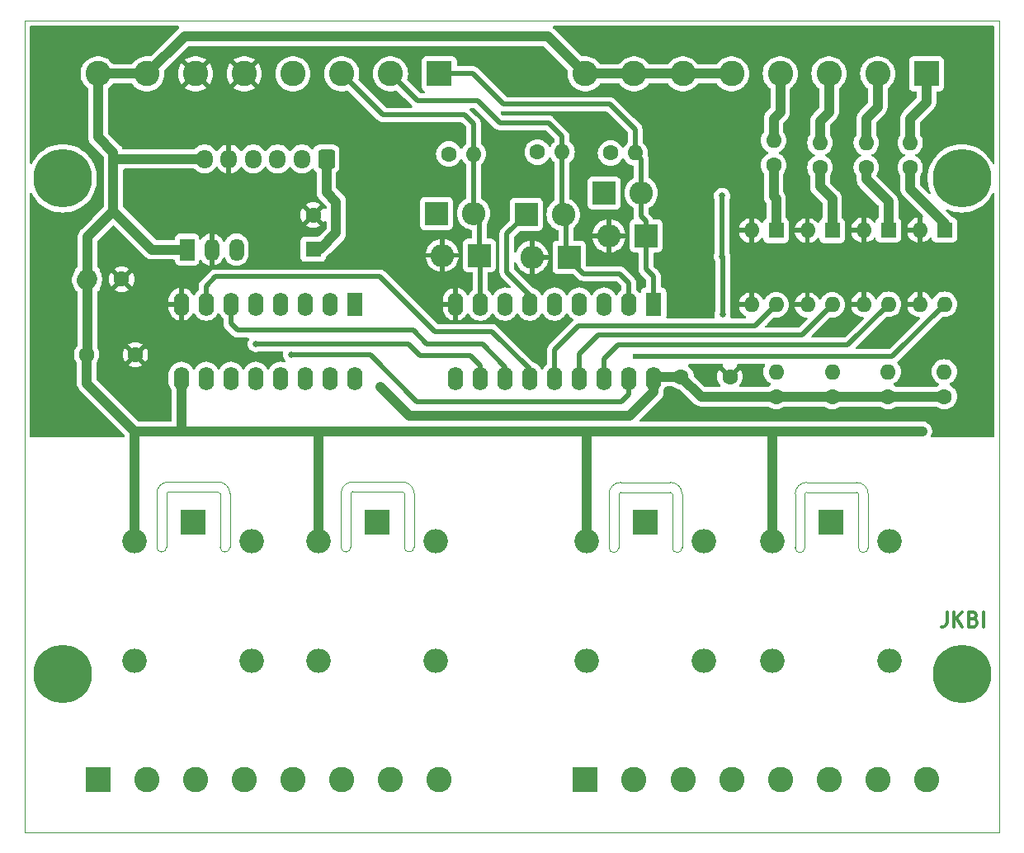
<source format=gbr>
%TF.GenerationSoftware,KiCad,Pcbnew,8.0.5*%
%TF.CreationDate,2025-03-13T21:04:31+01:00*%
%TF.ProjectId,esp32_blinds_controller,65737033-325f-4626-9c69-6e64735f636f,V0.2*%
%TF.SameCoordinates,Original*%
%TF.FileFunction,Copper,L1,Top*%
%TF.FilePolarity,Positive*%
%FSLAX46Y46*%
G04 Gerber Fmt 4.6, Leading zero omitted, Abs format (unit mm)*
G04 Created by KiCad (PCBNEW 8.0.5) date 2025-03-13 21:04:31*
%MOMM*%
%LPD*%
G01*
G04 APERTURE LIST*
G04 Aperture macros list*
%AMRoundRect*
0 Rectangle with rounded corners*
0 $1 Rounding radius*
0 $2 $3 $4 $5 $6 $7 $8 $9 X,Y pos of 4 corners*
0 Add a 4 corners polygon primitive as box body*
4,1,4,$2,$3,$4,$5,$6,$7,$8,$9,$2,$3,0*
0 Add four circle primitives for the rounded corners*
1,1,$1+$1,$2,$3*
1,1,$1+$1,$4,$5*
1,1,$1+$1,$6,$7*
1,1,$1+$1,$8,$9*
0 Add four rect primitives between the rounded corners*
20,1,$1+$1,$2,$3,$4,$5,0*
20,1,$1+$1,$4,$5,$6,$7,0*
20,1,$1+$1,$6,$7,$8,$9,0*
20,1,$1+$1,$8,$9,$2,$3,0*%
G04 Aperture macros list end*
%ADD10C,0.300000*%
%TA.AperFunction,NonConductor*%
%ADD11C,0.300000*%
%TD*%
%TA.AperFunction,ComponentPad*%
%ADD12O,1.700000X1.950000*%
%TD*%
%TA.AperFunction,ComponentPad*%
%ADD13RoundRect,0.250000X0.600000X0.725000X-0.600000X0.725000X-0.600000X-0.725000X0.600000X-0.725000X0*%
%TD*%
%TA.AperFunction,ComponentPad*%
%ADD14R,1.600000X1.600000*%
%TD*%
%TA.AperFunction,ComponentPad*%
%ADD15C,1.600000*%
%TD*%
%TA.AperFunction,ComponentPad*%
%ADD16O,1.600000X1.600000*%
%TD*%
%TA.AperFunction,ComponentPad*%
%ADD17R,2.500000X2.500000*%
%TD*%
%TA.AperFunction,ComponentPad*%
%ADD18O,2.500000X2.500000*%
%TD*%
%TA.AperFunction,ComponentPad*%
%ADD19R,2.400000X2.400000*%
%TD*%
%TA.AperFunction,ComponentPad*%
%ADD20O,2.400000X2.400000*%
%TD*%
%TA.AperFunction,ComponentPad*%
%ADD21R,1.600000X2.400000*%
%TD*%
%TA.AperFunction,ComponentPad*%
%ADD22O,1.600000X2.400000*%
%TD*%
%TA.AperFunction,ComponentPad*%
%ADD23R,2.600000X2.600000*%
%TD*%
%TA.AperFunction,ComponentPad*%
%ADD24C,2.600000*%
%TD*%
%TA.AperFunction,ComponentPad*%
%ADD25C,6.000000*%
%TD*%
%TA.AperFunction,ComponentPad*%
%ADD26R,1.500000X2.300000*%
%TD*%
%TA.AperFunction,ComponentPad*%
%ADD27O,1.500000X2.300000*%
%TD*%
%TA.AperFunction,ViaPad*%
%ADD28C,0.600000*%
%TD*%
%TA.AperFunction,ViaPad*%
%ADD29C,0.650000*%
%TD*%
%TA.AperFunction,Conductor*%
%ADD30C,1.000000*%
%TD*%
%TA.AperFunction,Conductor*%
%ADD31C,0.500000*%
%TD*%
%TA.AperFunction,Conductor*%
%ADD32C,2.000000*%
%TD*%
%TA.AperFunction,Profile*%
%ADD33C,0.050000*%
%TD*%
%TA.AperFunction,Profile*%
%ADD34C,0.120000*%
%TD*%
G04 APERTURE END LIST*
D10*
D11*
X195783082Y-116400828D02*
X195783082Y-117472257D01*
X195783082Y-117472257D02*
X195711653Y-117686542D01*
X195711653Y-117686542D02*
X195568796Y-117829400D01*
X195568796Y-117829400D02*
X195354510Y-117900828D01*
X195354510Y-117900828D02*
X195211653Y-117900828D01*
X196497367Y-117900828D02*
X196497367Y-116400828D01*
X197354510Y-117900828D02*
X196711653Y-117043685D01*
X197354510Y-116400828D02*
X196497367Y-117257971D01*
X198497367Y-117115114D02*
X198711653Y-117186542D01*
X198711653Y-117186542D02*
X198783082Y-117257971D01*
X198783082Y-117257971D02*
X198854510Y-117400828D01*
X198854510Y-117400828D02*
X198854510Y-117615114D01*
X198854510Y-117615114D02*
X198783082Y-117757971D01*
X198783082Y-117757971D02*
X198711653Y-117829400D01*
X198711653Y-117829400D02*
X198568796Y-117900828D01*
X198568796Y-117900828D02*
X197997367Y-117900828D01*
X197997367Y-117900828D02*
X197997367Y-116400828D01*
X197997367Y-116400828D02*
X198497367Y-116400828D01*
X198497367Y-116400828D02*
X198640225Y-116472257D01*
X198640225Y-116472257D02*
X198711653Y-116543685D01*
X198711653Y-116543685D02*
X198783082Y-116686542D01*
X198783082Y-116686542D02*
X198783082Y-116829400D01*
X198783082Y-116829400D02*
X198711653Y-116972257D01*
X198711653Y-116972257D02*
X198640225Y-117043685D01*
X198640225Y-117043685D02*
X198497367Y-117115114D01*
X198497367Y-117115114D02*
X197997367Y-117115114D01*
X199497367Y-117900828D02*
X199497367Y-116400828D01*
D12*
%TO.P,J1,6,Pin_6*%
%TO.N,VBUS*%
X119600000Y-69900000D03*
%TO.P,J1,5,Pin_5*%
%TO.N,GND*%
X122100000Y-69900000D03*
%TO.P,J1,4,Pin_4*%
%TO.N,/SCL*%
X124600000Y-69900000D03*
%TO.P,J1,3,Pin_3*%
%TO.N,/SDA*%
X127100000Y-69900000D03*
%TO.P,J1,2,Pin_2*%
%TO.N,/INT*%
X129600000Y-69900000D03*
D13*
%TO.P,J1,1,Pin_1*%
%TO.N,+3V3*%
X132100000Y-69900000D03*
%TD*%
D14*
%TO.P,C4,1*%
%TO.N,+3V3*%
X130750000Y-79152651D03*
D15*
%TO.P,C4,2*%
%TO.N,GND*%
X130750000Y-75652651D03*
%TD*%
D14*
%TO.P,U7,1*%
%TO.N,Net-(R11-Pad1)*%
X195525000Y-77200000D03*
D16*
%TO.P,U7,2*%
%TO.N,GND*%
X192985000Y-77200000D03*
%TO.P,U7,3*%
X192985000Y-84820000D03*
%TO.P,U7,4*%
%TO.N,/IN4_L*%
X195525000Y-84820000D03*
%TD*%
D15*
%TO.P,R6,1*%
%TO.N,+3V3*%
X184000000Y-94300000D03*
D16*
%TO.P,R6,2*%
%TO.N,/IN2_L*%
X184000000Y-91760000D03*
%TD*%
D17*
%TO.P,K2,1*%
%TO.N,Net-(K1-Pad4)*%
X137300000Y-107172500D03*
D18*
%TO.P,K2,2*%
%TO.N,VBUS*%
X131300000Y-109172500D03*
%TO.P,K2,3*%
%TO.N,/L1-UP*%
X131300000Y-121372500D03*
%TO.P,K2,4*%
%TO.N,/L1-SW*%
X143300000Y-121372500D03*
%TO.P,K2,5*%
%TO.N,/nUP1*%
X143300000Y-109172500D03*
%TD*%
D15*
%TO.P,R2,1*%
%TO.N,+3V3*%
X153755000Y-69200000D03*
D16*
%TO.P,R2,2*%
%TO.N,/SDA*%
X156295000Y-69200000D03*
%TD*%
D19*
%TO.P,D9,1,K*%
%TO.N,+3V3*%
X143395000Y-75500000D03*
D20*
%TO.P,D9,2,A*%
%TO.N,/INT*%
X147205000Y-75500000D03*
%TD*%
D21*
%TO.P,U2,1,I1*%
%TO.N,unconnected-(U2-I1-Pad1)*%
X135000000Y-84800000D03*
D22*
%TO.P,U2,2,I2*%
%TO.N,unconnected-(U2-I2-Pad2)*%
X132460000Y-84800000D03*
%TO.P,U2,3,I3*%
%TO.N,unconnected-(U2-I3-Pad3)*%
X129920000Y-84800000D03*
%TO.P,U2,4,I4*%
%TO.N,/UP2*%
X127380000Y-84800000D03*
%TO.P,U2,5,I5*%
%TO.N,/DN2*%
X124840000Y-84800000D03*
%TO.P,U2,6,I6*%
%TO.N,/UP1*%
X122300000Y-84800000D03*
%TO.P,U2,7,I7*%
%TO.N,/DN1*%
X119760000Y-84800000D03*
%TO.P,U2,8,GND*%
%TO.N,GND*%
X117220000Y-84800000D03*
%TO.P,U2,9,COM*%
%TO.N,VBUS*%
X117220000Y-92420000D03*
%TO.P,U2,10,O7*%
%TO.N,/nDOWN1*%
X119760000Y-92420000D03*
%TO.P,U2,11,O6*%
%TO.N,/nUP1*%
X122300000Y-92420000D03*
%TO.P,U2,12,O5*%
%TO.N,/nDOWN2*%
X124840000Y-92420000D03*
%TO.P,U2,13,O4*%
%TO.N,/nUP2*%
X127380000Y-92420000D03*
%TO.P,U2,14,O3*%
%TO.N,unconnected-(U2-O3-Pad14)*%
X129920000Y-92420000D03*
%TO.P,U2,15,O2*%
%TO.N,unconnected-(U2-O2-Pad15)*%
X132460000Y-92420000D03*
%TO.P,U2,16,O1*%
%TO.N,unconnected-(U2-O1-Pad16)*%
X135000000Y-92420000D03*
%TD*%
D15*
%TO.P,R9,1*%
%TO.N,Net-(R9-Pad1)*%
X187500000Y-70795000D03*
D16*
%TO.P,R9,2*%
%TO.N,/IN3_H*%
X187500000Y-68255000D03*
%TD*%
D17*
%TO.P,K4,1*%
%TO.N,Net-(K3-Pad4)*%
X183850000Y-107172500D03*
D18*
%TO.P,K4,2*%
%TO.N,VBUS*%
X177850000Y-109172500D03*
%TO.P,K4,3*%
%TO.N,/L2-UP*%
X177850000Y-121372500D03*
%TO.P,K4,4*%
%TO.N,/L2-SW*%
X189850000Y-121372500D03*
%TO.P,K4,5*%
%TO.N,/nUP2*%
X189850000Y-109172500D03*
%TD*%
D15*
%TO.P,R8,1*%
%TO.N,Net-(R8-Pad1)*%
X182750000Y-70795000D03*
D16*
%TO.P,R8,2*%
%TO.N,/IN2_H*%
X182750000Y-68255000D03*
%TD*%
D14*
%TO.P,U6,1*%
%TO.N,Net-(R9-Pad1)*%
X189775000Y-77200000D03*
D16*
%TO.P,U6,2*%
%TO.N,GND*%
X187235000Y-77200000D03*
%TO.P,U6,3*%
X187235000Y-84820000D03*
%TO.P,U6,4*%
%TO.N,/IN3_L*%
X189775000Y-84820000D03*
%TD*%
D15*
%TO.P,R1,1*%
%TO.N,+3V3*%
X161255000Y-69300000D03*
D16*
%TO.P,R1,2*%
%TO.N,/SCL*%
X163795000Y-69300000D03*
%TD*%
D15*
%TO.P,R4,1*%
%TO.N,+3V3*%
X178250000Y-94295000D03*
D16*
%TO.P,R4,2*%
%TO.N,/IN1_L*%
X178250000Y-91755000D03*
%TD*%
D19*
%TO.P,D5,1,K*%
%TO.N,+3V3*%
X152595000Y-75600000D03*
D20*
%TO.P,D5,2,A*%
%TO.N,/SDA*%
X156405000Y-75600000D03*
%TD*%
D15*
%TO.P,R10,1*%
%TO.N,Net-(R10-Pad1)*%
X178000000Y-70545000D03*
D16*
%TO.P,R10,2*%
%TO.N,/IN1_H*%
X178000000Y-68005000D03*
%TD*%
D17*
%TO.P,K1,1*%
%TO.N,/L1*%
X118400000Y-107172500D03*
D18*
%TO.P,K1,2*%
%TO.N,VBUS*%
X112400000Y-109172500D03*
%TO.P,K1,3*%
%TO.N,/L1-DOWN*%
X112400000Y-121372500D03*
%TO.P,K1,4*%
%TO.N,Net-(K1-Pad4)*%
X124400000Y-121372500D03*
%TO.P,K1,5*%
%TO.N,/nDOWN1*%
X124400000Y-109172500D03*
%TD*%
D19*
%TO.P,D7,1,K*%
%TO.N,+3V3*%
X160595000Y-73400000D03*
D20*
%TO.P,D7,2,A*%
%TO.N,/SCL*%
X164405000Y-73400000D03*
%TD*%
D19*
%TO.P,D8,1,K*%
%TO.N,/SCL*%
X164905000Y-77800000D03*
D20*
%TO.P,D8,2,A*%
%TO.N,GND*%
X161095000Y-77800000D03*
%TD*%
D14*
%TO.P,U5,1*%
%TO.N,Net-(R8-Pad1)*%
X184000000Y-77250000D03*
D16*
%TO.P,U5,2*%
%TO.N,GND*%
X181460000Y-77250000D03*
%TO.P,U5,3*%
X181460000Y-84870000D03*
%TO.P,U5,4*%
%TO.N,/IN2_L*%
X184000000Y-84870000D03*
%TD*%
D19*
%TO.P,D10,1,K*%
%TO.N,/INT*%
X147805000Y-79800000D03*
D20*
%TO.P,D10,2,A*%
%TO.N,GND*%
X143995000Y-79800000D03*
%TD*%
D21*
%TO.P,U1,1,SCL*%
%TO.N,/SCL*%
X165680000Y-84800000D03*
D22*
%TO.P,U1,2,SDA*%
%TO.N,/SDA*%
X163140000Y-84800000D03*
%TO.P,U1,3,A2*%
%TO.N,/A2*%
X160600000Y-84800000D03*
%TO.P,U1,4,A1*%
%TO.N,/A1*%
X158060000Y-84800000D03*
%TO.P,U1,5,A0*%
%TO.N,/A0*%
X155520000Y-84800000D03*
%TO.P,U1,6,~{RESET}*%
%TO.N,+3V3*%
X152980000Y-84800000D03*
%TO.P,U1,7,NC*%
%TO.N,unconnected-(U1-NC-Pad7)*%
X150440000Y-84800000D03*
%TO.P,U1,8,INT*%
%TO.N,/INT*%
X147900000Y-84800000D03*
%TO.P,U1,9,VSS*%
%TO.N,GND*%
X145360000Y-84800000D03*
%TO.P,U1,10,GP0*%
%TO.N,/IN4_L*%
X145360000Y-92420000D03*
%TO.P,U1,11,GP1*%
%TO.N,/DN2*%
X147900000Y-92420000D03*
%TO.P,U1,12,GP2*%
%TO.N,/UP1*%
X150440000Y-92420000D03*
%TO.P,U1,13,GP3*%
%TO.N,/DN1*%
X152980000Y-92420000D03*
%TO.P,U1,14,GP4*%
%TO.N,/IN1_L*%
X155520000Y-92420000D03*
%TO.P,U1,15,GP5*%
%TO.N,/IN2_L*%
X158060000Y-92420000D03*
%TO.P,U1,16,GP6*%
%TO.N,/IN3_L*%
X160600000Y-92420000D03*
%TO.P,U1,17,GP7*%
%TO.N,/UP2*%
X163140000Y-92420000D03*
%TO.P,U1,18,VDD*%
%TO.N,+3V3*%
X165680000Y-92420000D03*
%TD*%
D15*
%TO.P,R3,1*%
%TO.N,+3V3*%
X144660000Y-69400000D03*
D16*
%TO.P,R3,2*%
%TO.N,/INT*%
X147200000Y-69400000D03*
%TD*%
D23*
%TO.P,MOD1,A1,A1*%
%TO.N,/L1-DOWN*%
X108675000Y-133580000D03*
D24*
%TO.P,MOD1,A2,A2*%
X113675000Y-133580000D03*
%TO.P,MOD1,A3,A3*%
%TO.N,/L1*%
X118675000Y-133580000D03*
%TO.P,MOD1,A4,A4*%
X123675000Y-133580000D03*
%TO.P,MOD1,A5,A5*%
%TO.N,/L1-UP*%
X128675000Y-133580000D03*
%TO.P,MOD1,A6,A6*%
X133675000Y-133580000D03*
%TO.P,MOD1,A7,A7*%
%TO.N,/L1-SW*%
X138675000Y-133580000D03*
%TO.P,MOD1,A8,A8*%
X143675000Y-133580000D03*
D23*
%TO.P,MOD1,B1,B1*%
%TO.N,/L2-DOWN*%
X158675000Y-133580000D03*
D24*
%TO.P,MOD1,B2,B2*%
X163675000Y-133580000D03*
%TO.P,MOD1,B3,B3*%
%TO.N,/L2*%
X168675000Y-133580000D03*
%TO.P,MOD1,B4,B4*%
X173675000Y-133580000D03*
%TO.P,MOD1,B5,B5*%
%TO.N,/L2-UP*%
X178675000Y-133580000D03*
%TO.P,MOD1,B6,B6*%
X183675000Y-133580000D03*
%TO.P,MOD1,B7,B7*%
%TO.N,/L2-SW*%
X188675000Y-133580000D03*
%TO.P,MOD1,B8,B8*%
X193675000Y-133580000D03*
D23*
%TO.P,MOD1,C1,C1*%
%TO.N,/IN4_H*%
X193675000Y-61160000D03*
D24*
%TO.P,MOD1,C2,C2*%
%TO.N,/IN3_H*%
X188675000Y-61160000D03*
%TO.P,MOD1,C3,C3*%
%TO.N,/IN2_H*%
X183675000Y-61160000D03*
%TO.P,MOD1,C4,C4*%
%TO.N,/IN1_H*%
X178675000Y-61160000D03*
%TO.P,MOD1,C5,C5*%
%TO.N,VBUS*%
X173675000Y-61160000D03*
%TO.P,MOD1,C6,C6*%
X168675000Y-61160000D03*
%TO.P,MOD1,C7,C7*%
X163675000Y-61160000D03*
%TO.P,MOD1,C8,C8*%
X158675000Y-61160000D03*
D23*
%TO.P,MOD1,D1,D1*%
%TO.N,/SCL*%
X143675000Y-61160000D03*
D24*
%TO.P,MOD1,D2,D2*%
%TO.N,/SDA*%
X138675000Y-61160000D03*
%TO.P,MOD1,D3,D3*%
%TO.N,/INT*%
X133675000Y-61160000D03*
%TO.P,MOD1,D4,D4*%
%TO.N,+3V3*%
X128675000Y-61160000D03*
%TO.P,MOD1,D5,D5*%
%TO.N,GND*%
X123675000Y-61160000D03*
%TO.P,MOD1,D6,D6*%
X118675000Y-61160000D03*
%TO.P,MOD1,D7,D7*%
%TO.N,VBUS*%
X113675000Y-61160000D03*
%TO.P,MOD1,D8,D8*%
X108675000Y-61160000D03*
D25*
%TO.P,MOD1,MH1*%
%TO.N,N/C*%
X105050000Y-71900000D03*
%TO.P,MOD1,MH2*%
X197300000Y-71900000D03*
%TO.P,MOD1,MH3*%
X105050000Y-122800000D03*
%TO.P,MOD1,MH4*%
X197300000Y-122800000D03*
%TD*%
D14*
%TO.P,U4,1*%
%TO.N,Net-(R10-Pad1)*%
X178250000Y-77250000D03*
D16*
%TO.P,U4,2*%
%TO.N,GND*%
X175710000Y-77250000D03*
%TO.P,U4,3*%
X175710000Y-84870000D03*
%TO.P,U4,4*%
%TO.N,/IN1_L*%
X178250000Y-84870000D03*
%TD*%
D15*
%TO.P,R7,1*%
%TO.N,+3V3*%
X195500000Y-94300000D03*
D16*
%TO.P,R7,2*%
%TO.N,/IN4_L*%
X195500000Y-91760000D03*
%TD*%
D15*
%TO.P,C2,1*%
%TO.N,VBUS*%
X107500000Y-90000000D03*
%TO.P,C2,2*%
%TO.N,GND*%
X112500000Y-90000000D03*
%TD*%
D14*
%TO.P,C5,1*%
%TO.N,VBUS*%
X107597349Y-82250000D03*
D15*
%TO.P,C5,2*%
%TO.N,GND*%
X111097349Y-82250000D03*
%TD*%
D26*
%TO.P,U3,1,IN*%
%TO.N,VBUS*%
X117803000Y-79207500D03*
D27*
%TO.P,U3,2,GND*%
%TO.N,GND*%
X120343000Y-79207500D03*
%TO.P,U3,3,OUT*%
%TO.N,+3V3*%
X122883000Y-79207500D03*
%TD*%
D17*
%TO.P,K3,1*%
%TO.N,/L2*%
X164800000Y-107172500D03*
D18*
%TO.P,K3,2*%
%TO.N,VBUS*%
X158800000Y-109172500D03*
%TO.P,K3,3*%
%TO.N,/L2-DOWN*%
X158800000Y-121372500D03*
%TO.P,K3,4*%
%TO.N,Net-(K3-Pad4)*%
X170800000Y-121372500D03*
%TO.P,K3,5*%
%TO.N,/nDOWN2*%
X170800000Y-109172500D03*
%TD*%
D15*
%TO.P,R11,1*%
%TO.N,Net-(R11-Pad1)*%
X192000000Y-70795000D03*
D16*
%TO.P,R11,2*%
%TO.N,/IN4_H*%
X192000000Y-68255000D03*
%TD*%
D19*
%TO.P,D6,1,K*%
%TO.N,/SDA*%
X157005000Y-80000000D03*
D20*
%TO.P,D6,2,A*%
%TO.N,GND*%
X153195000Y-80000000D03*
%TD*%
D15*
%TO.P,R5,1*%
%TO.N,+3V3*%
X189750000Y-94300000D03*
D16*
%TO.P,R5,2*%
%TO.N,/IN3_L*%
X189750000Y-91760000D03*
%TD*%
D15*
%TO.P,C3,1*%
%TO.N,+3V3*%
X168500000Y-92250000D03*
%TO.P,C3,2*%
%TO.N,GND*%
X173500000Y-92250000D03*
%TD*%
D28*
%TO.N,/IN4_L*%
X163800000Y-90200000D03*
D29*
%TO.N,GND*%
X152700000Y-88100000D03*
X183100000Y-81400000D03*
X167200000Y-65200000D03*
X136500000Y-74300000D03*
X140900000Y-83200000D03*
X115600000Y-68600000D03*
X199800000Y-97500000D03*
X198900000Y-68000000D03*
X110600000Y-98000000D03*
X199600000Y-57300000D03*
X153700000Y-60200000D03*
X157300000Y-57400000D03*
X115000000Y-82600000D03*
X193100000Y-80700000D03*
X114900000Y-57800000D03*
X189000000Y-81500000D03*
X102000000Y-56800000D03*
X177800000Y-80600000D03*
X102000000Y-77000000D03*
X113600000Y-93200000D03*
X120500000Y-74500000D03*
X102200000Y-97600000D03*
D28*
%TO.N,VBUS*%
X193250000Y-97850000D03*
D29*
%TO.N,/DN2*%
X124840000Y-88900000D03*
%TO.N,/UP2*%
X128500000Y-90000000D03*
%TO.N,+3V3*%
X137670000Y-93330000D03*
X172700000Y-79900000D03*
X172750000Y-85850000D03*
X172700000Y-73700000D03*
%TD*%
D30*
%TO.N,+3V3*%
X133100000Y-74300000D02*
X133100000Y-77500000D01*
X133100000Y-77500000D02*
X131447349Y-79152651D01*
X132100000Y-73300000D02*
X133100000Y-74300000D01*
X132100000Y-69900000D02*
X132100000Y-73300000D01*
X131447349Y-79152651D02*
X130750000Y-79152651D01*
%TO.N,VBUS*%
X110350000Y-69900000D02*
X119600000Y-69900000D01*
X110250000Y-70000000D02*
X110250000Y-75250000D01*
X110250000Y-70000000D02*
X110350000Y-69900000D01*
X110250000Y-69250000D02*
X110250000Y-70000000D01*
X112400000Y-97850000D02*
X112400000Y-109172500D01*
X131300000Y-97850000D02*
X131300000Y-109172500D01*
X177850000Y-97950000D02*
X177750000Y-97850000D01*
X177850000Y-109172500D02*
X177850000Y-97950000D01*
X158800000Y-98050000D02*
X159000000Y-97850000D01*
X158800000Y-109172500D02*
X158800000Y-98050000D01*
D31*
%TO.N,/IN4_L*%
X190145000Y-90200000D02*
X195525000Y-84820000D01*
X163800000Y-90200000D02*
X190145000Y-90200000D01*
%TO.N,/UP2*%
X136600000Y-90000000D02*
X128500000Y-90000000D01*
X141400000Y-94800000D02*
X136600000Y-90000000D01*
X162400000Y-94800000D02*
X141400000Y-94800000D01*
X163140000Y-92420000D02*
X163140000Y-94060000D01*
X163140000Y-94060000D02*
X162400000Y-94800000D01*
D30*
%TO.N,+3V3*%
X165680000Y-93820000D02*
X165680000Y-92420000D01*
X163200000Y-96300000D02*
X165680000Y-93820000D01*
X140640000Y-96300000D02*
X163200000Y-96300000D01*
X137670000Y-93330000D02*
X140640000Y-96300000D01*
%TO.N,VBUS*%
X159000000Y-97850000D02*
X177750000Y-97850000D01*
D32*
X107500000Y-82347349D02*
X107597349Y-82250000D01*
D30*
X113675000Y-61160000D02*
X117535000Y-57300000D01*
X108675000Y-61160000D02*
X108675000Y-67675000D01*
X117535000Y-57300000D02*
X154815000Y-57300000D01*
X117220000Y-92420000D02*
X117220000Y-97820000D01*
X107597349Y-89902651D02*
X107500000Y-90000000D01*
X158675000Y-61160000D02*
X173675000Y-61160000D01*
X114207500Y-79207500D02*
X110250000Y-75250000D01*
X107500000Y-90000000D02*
X107500000Y-92950000D01*
X177750000Y-97850000D02*
X193250000Y-97850000D01*
X154815000Y-57300000D02*
X158675000Y-61160000D01*
X107597349Y-82250000D02*
X107597349Y-89902651D01*
X117250000Y-97850000D02*
X131300000Y-97850000D01*
X117803000Y-79207500D02*
X114207500Y-79207500D01*
X108675000Y-61160000D02*
X113675000Y-61160000D01*
X110250000Y-75250000D02*
X107597349Y-77902651D01*
X107597349Y-77902651D02*
X107597349Y-82250000D01*
X112400000Y-97850000D02*
X117250000Y-97850000D01*
X131300000Y-97850000D02*
X159000000Y-97850000D01*
X108675000Y-67675000D02*
X110250000Y-69250000D01*
X107500000Y-92950000D02*
X112400000Y-97850000D01*
X117220000Y-97820000D02*
X117250000Y-97850000D01*
D31*
%TO.N,/DN1*%
X152980000Y-91480000D02*
X149100000Y-87600000D01*
X119760000Y-84800000D02*
X119760000Y-82940000D01*
X120700000Y-82000000D02*
X137600000Y-82000000D01*
X149100000Y-87600000D02*
X144100000Y-87600000D01*
X152980000Y-92420000D02*
X152980000Y-91480000D01*
X119760000Y-82940000D02*
X120700000Y-82000000D01*
X143200000Y-87600000D02*
X144100000Y-87600000D01*
X137600000Y-82000000D02*
X143200000Y-87600000D01*
%TO.N,/UP1*%
X150440000Y-91240000D02*
X148100000Y-88900000D01*
X150440000Y-92420000D02*
X150440000Y-91240000D01*
X148100000Y-88900000D02*
X142400000Y-88900000D01*
X141000000Y-87500000D02*
X123000000Y-87500000D01*
X123000000Y-87500000D02*
X122300000Y-86800000D01*
X122300000Y-86800000D02*
X122300000Y-84800000D01*
X142400000Y-88900000D02*
X141000000Y-87500000D01*
%TO.N,/DN2*%
X147900000Y-91100000D02*
X147900000Y-92420000D01*
X146900000Y-90100000D02*
X147900000Y-91100000D01*
X141700000Y-90100000D02*
X146900000Y-90100000D01*
X140500000Y-88900000D02*
X141700000Y-90100000D01*
X124840000Y-88900000D02*
X140500000Y-88900000D01*
%TO.N,/SCL*%
X164405000Y-69910000D02*
X163795000Y-69300000D01*
X164905000Y-76300000D02*
X164405000Y-75800000D01*
X164905000Y-81205000D02*
X164905000Y-76300000D01*
X163795000Y-66895000D02*
X161200000Y-64300000D01*
X150300000Y-64300000D02*
X147160000Y-61160000D01*
X164405000Y-75800000D02*
X164405000Y-73400000D01*
X165680000Y-84800000D02*
X165680000Y-81980000D01*
X164405000Y-73400000D02*
X164405000Y-69910000D01*
X165680000Y-81980000D02*
X164905000Y-81205000D01*
X147160000Y-61160000D02*
X143675000Y-61160000D01*
X161200000Y-64300000D02*
X150300000Y-64300000D01*
X163795000Y-69300000D02*
X163795000Y-66895000D01*
%TO.N,/SDA*%
X156295000Y-69200000D02*
X156295000Y-75490000D01*
X156710000Y-79905000D02*
X156710000Y-75750000D01*
X147600000Y-63900000D02*
X149900000Y-66200000D01*
X163140000Y-84800000D02*
X163140000Y-82640000D01*
X138675000Y-61160000D02*
X141415000Y-63900000D01*
X154900000Y-66200000D02*
X156295000Y-67595000D01*
X156295000Y-75490000D02*
X156405000Y-75600000D01*
X149900000Y-66200000D02*
X154900000Y-66200000D01*
X141415000Y-63900000D02*
X147600000Y-63900000D01*
X162200000Y-81700000D02*
X158505000Y-81700000D01*
X158505000Y-81700000D02*
X156710000Y-79905000D01*
X163140000Y-82640000D02*
X162200000Y-81700000D01*
X156295000Y-67595000D02*
X156295000Y-69200000D01*
D30*
%TO.N,+3V3*%
X170550000Y-94300000D02*
X168500000Y-92250000D01*
D31*
X172750000Y-79950000D02*
X172700000Y-79900000D01*
X152980000Y-84800000D02*
X152980000Y-83880000D01*
X150600000Y-77595000D02*
X152595000Y-75600000D01*
D30*
X195500000Y-94300000D02*
X170550000Y-94300000D01*
X165850000Y-92250000D02*
X165680000Y-92420000D01*
D31*
X150600000Y-81500000D02*
X150600000Y-77595000D01*
X172700000Y-79900000D02*
X172700000Y-79600000D01*
X152980000Y-83880000D02*
X150600000Y-81500000D01*
X172700000Y-79600000D02*
X172700000Y-73700000D01*
D30*
X168500000Y-92250000D02*
X165850000Y-92250000D01*
D31*
X172750000Y-85850000D02*
X172750000Y-79950000D01*
%TO.N,/INT*%
X146300000Y-65400000D02*
X147200000Y-66300000D01*
X147805000Y-79800000D02*
X147805000Y-76100000D01*
X147900000Y-79895000D02*
X147805000Y-79800000D01*
X147805000Y-76100000D02*
X147205000Y-75500000D01*
X133675000Y-61160000D02*
X137915000Y-65400000D01*
X147200000Y-69400000D02*
X147200000Y-75495000D01*
X147200000Y-66300000D02*
X147200000Y-69400000D01*
X147900000Y-84800000D02*
X147900000Y-79895000D01*
X137915000Y-65400000D02*
X146300000Y-65400000D01*
X147200000Y-75495000D02*
X147205000Y-75500000D01*
%TO.N,/IN1_L*%
X158000000Y-87000000D02*
X155520000Y-89480000D01*
X176120000Y-87000000D02*
X158000000Y-87000000D01*
X155520000Y-89480000D02*
X155520000Y-92420000D01*
X178250000Y-84870000D02*
X176120000Y-87000000D01*
%TO.N,/IN2_L*%
X158060000Y-89940000D02*
X160000000Y-88000000D01*
X160000000Y-88000000D02*
X180870000Y-88000000D01*
X158060000Y-92420000D02*
X158060000Y-89940000D01*
X180870000Y-88000000D02*
X184000000Y-84870000D01*
%TO.N,/IN3_L*%
X162000000Y-89000000D02*
X185595000Y-89000000D01*
X160600000Y-92420000D02*
X160600000Y-90400000D01*
X160600000Y-90400000D02*
X162000000Y-89000000D01*
X185595000Y-89000000D02*
X189775000Y-84820000D01*
D30*
%TO.N,/IN1_H*%
X178675000Y-65075000D02*
X178000000Y-65750000D01*
X178000000Y-65750000D02*
X178000000Y-68005000D01*
X178675000Y-61160000D02*
X178675000Y-65075000D01*
%TO.N,Net-(R8-Pad1)*%
X184000000Y-74000000D02*
X184000000Y-77250000D01*
X182750000Y-72750000D02*
X184000000Y-74000000D01*
X182750000Y-70795000D02*
X182750000Y-72750000D01*
%TO.N,Net-(R9-Pad1)*%
X187500000Y-72000000D02*
X189775000Y-74275000D01*
X189775000Y-74275000D02*
X189775000Y-77200000D01*
X187500000Y-70795000D02*
X187500000Y-72000000D01*
%TO.N,/IN2_H*%
X182750000Y-66000000D02*
X182750000Y-68255000D01*
X183675000Y-65075000D02*
X182750000Y-66000000D01*
X183675000Y-61160000D02*
X183675000Y-65075000D01*
%TO.N,Net-(R10-Pad1)*%
X178250000Y-74000000D02*
X178250000Y-77250000D01*
X178000000Y-73750000D02*
X178250000Y-74000000D01*
X178000000Y-70545000D02*
X178000000Y-73750000D01*
%TO.N,/IN4_H*%
X193675000Y-61160000D02*
X193675000Y-64075000D01*
X192000000Y-65750000D02*
X192000000Y-68255000D01*
X193675000Y-64075000D02*
X192000000Y-65750000D01*
%TO.N,Net-(R11-Pad1)*%
X195525000Y-76525000D02*
X192000000Y-73000000D01*
X192000000Y-73000000D02*
X192000000Y-70795000D01*
X195525000Y-77200000D02*
X195525000Y-76525000D01*
%TO.N,/IN3_H*%
X187500000Y-65750000D02*
X187500000Y-68255000D01*
X188675000Y-64575000D02*
X187500000Y-65750000D01*
X188675000Y-61160000D02*
X188675000Y-64575000D01*
%TD*%
%TA.AperFunction,Conductor*%
%TO.N,GND*%
G36*
X116970584Y-56265185D02*
G01*
X117016339Y-56317989D01*
X117026283Y-56387147D01*
X116997258Y-56450703D01*
X116972435Y-56472602D01*
X116897222Y-56522857D01*
X116897214Y-56522863D01*
X114072011Y-59348066D01*
X114010688Y-59381551D01*
X113965849Y-59383000D01*
X113809936Y-59359500D01*
X113809929Y-59359500D01*
X113540071Y-59359500D01*
X113540063Y-59359500D01*
X113273232Y-59399718D01*
X113273226Y-59399720D01*
X113015358Y-59479262D01*
X112772230Y-59596346D01*
X112549258Y-59748365D01*
X112351442Y-59931910D01*
X112207177Y-60112813D01*
X112149988Y-60152953D01*
X112110230Y-60159500D01*
X110239770Y-60159500D01*
X110172731Y-60139815D01*
X110142823Y-60112813D01*
X109998557Y-59931910D01*
X109800741Y-59748365D01*
X109761038Y-59721296D01*
X109577775Y-59596349D01*
X109577769Y-59596346D01*
X109577768Y-59596345D01*
X109577767Y-59596344D01*
X109334643Y-59479263D01*
X109334645Y-59479263D01*
X109076773Y-59399720D01*
X109076767Y-59399718D01*
X108809936Y-59359500D01*
X108809929Y-59359500D01*
X108540071Y-59359500D01*
X108540063Y-59359500D01*
X108273232Y-59399718D01*
X108273226Y-59399720D01*
X108015358Y-59479262D01*
X107772230Y-59596346D01*
X107549258Y-59748365D01*
X107351442Y-59931910D01*
X107183185Y-60142898D01*
X107048258Y-60376599D01*
X107048256Y-60376603D01*
X106949666Y-60627804D01*
X106949664Y-60627811D01*
X106889616Y-60890898D01*
X106869451Y-61159995D01*
X106869451Y-61160004D01*
X106889616Y-61429101D01*
X106949664Y-61692188D01*
X106949666Y-61692195D01*
X107009337Y-61844234D01*
X107048257Y-61943398D01*
X107183185Y-62177102D01*
X107236655Y-62244151D01*
X107351442Y-62388089D01*
X107467567Y-62495836D01*
X107549259Y-62571635D01*
X107620351Y-62620104D01*
X107664653Y-62674133D01*
X107674500Y-62722558D01*
X107674500Y-67773544D01*
X107712947Y-67966829D01*
X107712950Y-67966840D01*
X107723509Y-67992328D01*
X107723510Y-67992334D01*
X107723511Y-67992334D01*
X107788364Y-68148907D01*
X107788371Y-68148920D01*
X107897859Y-68312780D01*
X107897860Y-68312781D01*
X107897861Y-68312782D01*
X108037218Y-68452139D01*
X108037219Y-68452139D01*
X108044286Y-68459206D01*
X108044285Y-68459206D01*
X108044289Y-68459209D01*
X109213181Y-69628101D01*
X109246666Y-69689424D01*
X109249500Y-69715782D01*
X109249500Y-74784217D01*
X109229815Y-74851256D01*
X109213181Y-74871898D01*
X108094477Y-75990602D01*
X106959570Y-77125509D01*
X106959567Y-77125512D01*
X106922569Y-77162510D01*
X106820208Y-77264870D01*
X106710720Y-77428730D01*
X106710713Y-77428743D01*
X106657589Y-77556999D01*
X106639778Y-77600000D01*
X106635298Y-77610815D01*
X106632169Y-77626547D01*
X106596849Y-77804107D01*
X106596849Y-80912819D01*
X106577164Y-80979858D01*
X106547161Y-81012085D01*
X106439801Y-81092455D01*
X106353555Y-81207664D01*
X106353551Y-81207671D01*
X106303257Y-81342517D01*
X106297395Y-81397049D01*
X106296850Y-81402123D01*
X106296849Y-81402135D01*
X106296849Y-81410250D01*
X106277164Y-81477289D01*
X106273167Y-81483136D01*
X106216657Y-81560914D01*
X106109433Y-81771352D01*
X106036446Y-81995980D01*
X105999500Y-82229251D01*
X105999500Y-82465446D01*
X106036446Y-82698717D01*
X106109433Y-82923345D01*
X106215505Y-83131522D01*
X106216657Y-83133783D01*
X106355483Y-83324859D01*
X106522490Y-83491866D01*
X106545732Y-83508752D01*
X106588399Y-83564081D01*
X106596849Y-83609071D01*
X106596849Y-89012602D01*
X106577164Y-89079641D01*
X106560530Y-89100283D01*
X106499954Y-89160858D01*
X106369432Y-89347265D01*
X106369431Y-89347267D01*
X106273261Y-89553502D01*
X106273258Y-89553511D01*
X106214366Y-89773302D01*
X106214364Y-89773313D01*
X106194532Y-89999998D01*
X106194532Y-90000001D01*
X106214364Y-90226686D01*
X106214366Y-90226697D01*
X106273258Y-90446488D01*
X106273261Y-90446497D01*
X106358566Y-90629432D01*
X106369432Y-90652734D01*
X106465336Y-90789701D01*
X106477075Y-90806465D01*
X106499402Y-90872671D01*
X106499500Y-90877588D01*
X106499500Y-93048541D01*
X106499500Y-93048543D01*
X106499499Y-93048543D01*
X106513607Y-93119461D01*
X106513607Y-93119463D01*
X106532023Y-93212049D01*
X106532024Y-93212049D01*
X106532024Y-93212051D01*
X106537949Y-93241835D01*
X106537950Y-93241837D01*
X106537950Y-93241839D01*
X106613364Y-93423907D01*
X106613371Y-93423920D01*
X106722859Y-93587780D01*
X106722860Y-93587781D01*
X106722861Y-93587782D01*
X106862218Y-93727139D01*
X106862219Y-93727139D01*
X106869286Y-93734206D01*
X106869285Y-93734206D01*
X106869289Y-93734209D01*
X111363181Y-98228101D01*
X111396666Y-98289424D01*
X111399500Y-98315782D01*
X111399500Y-98376000D01*
X111379815Y-98443039D01*
X111327011Y-98488794D01*
X111275500Y-98500000D01*
X101799500Y-98500000D01*
X101732461Y-98480315D01*
X101686706Y-98427511D01*
X101675500Y-98376000D01*
X101675500Y-73504183D01*
X101695185Y-73437144D01*
X101747989Y-73391389D01*
X101817147Y-73381445D01*
X101880703Y-73410470D01*
X101909984Y-73447887D01*
X101949829Y-73526086D01*
X102014320Y-73652656D01*
X102214147Y-73960364D01*
X102402141Y-74192517D01*
X102445051Y-74245506D01*
X102704494Y-74504949D01*
X102789302Y-74573625D01*
X102989635Y-74735852D01*
X103284251Y-74927177D01*
X103297348Y-74935682D01*
X103624264Y-75102255D01*
X103966801Y-75233742D01*
X104321206Y-75328705D01*
X104683596Y-75386102D01*
X105029734Y-75404241D01*
X105049999Y-75405304D01*
X105050000Y-75405304D01*
X105050001Y-75405304D01*
X105069203Y-75404297D01*
X105416404Y-75386102D01*
X105778794Y-75328705D01*
X106133199Y-75233742D01*
X106475736Y-75102255D01*
X106802652Y-74935682D01*
X107110366Y-74735851D01*
X107395506Y-74504949D01*
X107654949Y-74245506D01*
X107885851Y-73960366D01*
X108085682Y-73652652D01*
X108252255Y-73325736D01*
X108383742Y-72983199D01*
X108478705Y-72628794D01*
X108536102Y-72266404D01*
X108555304Y-71900000D01*
X108536102Y-71533596D01*
X108478705Y-71171206D01*
X108383742Y-70816801D01*
X108252255Y-70474264D01*
X108085682Y-70147348D01*
X108085679Y-70147343D01*
X107885852Y-69839635D01*
X107654952Y-69554498D01*
X107654949Y-69554494D01*
X107395506Y-69295051D01*
X107278128Y-69200000D01*
X107110364Y-69064147D01*
X106802656Y-68864320D01*
X106475739Y-68697746D01*
X106133206Y-68566260D01*
X106133199Y-68566258D01*
X105778794Y-68471295D01*
X105778790Y-68471294D01*
X105778789Y-68471294D01*
X105416405Y-68413898D01*
X105050001Y-68394696D01*
X105049999Y-68394696D01*
X104683594Y-68413898D01*
X104321211Y-68471294D01*
X104321209Y-68471294D01*
X103966793Y-68566260D01*
X103624260Y-68697746D01*
X103297343Y-68864320D01*
X102989635Y-69064147D01*
X102704498Y-69295047D01*
X102704490Y-69295054D01*
X102445054Y-69554490D01*
X102445047Y-69554498D01*
X102214147Y-69839635D01*
X102014320Y-70147343D01*
X101909985Y-70352111D01*
X101862010Y-70402907D01*
X101794189Y-70419702D01*
X101728054Y-70397164D01*
X101684603Y-70342449D01*
X101675500Y-70295816D01*
X101675500Y-56369500D01*
X101695185Y-56302461D01*
X101747989Y-56256706D01*
X101799500Y-56245500D01*
X116903545Y-56245500D01*
X116970584Y-56265185D01*
G37*
%TD.AperFunction*%
%TA.AperFunction,Conductor*%
G36*
X200617539Y-56265185D02*
G01*
X200663294Y-56317989D01*
X200674500Y-56369500D01*
X200674500Y-70295816D01*
X200654815Y-70362855D01*
X200602011Y-70408610D01*
X200532853Y-70418554D01*
X200469297Y-70389529D01*
X200440015Y-70352111D01*
X200375292Y-70225086D01*
X200335682Y-70147348D01*
X200335679Y-70147343D01*
X200135852Y-69839635D01*
X199904952Y-69554498D01*
X199904949Y-69554494D01*
X199645506Y-69295051D01*
X199528128Y-69200000D01*
X199360364Y-69064147D01*
X199052656Y-68864320D01*
X198725739Y-68697746D01*
X198383206Y-68566260D01*
X198383199Y-68566258D01*
X198028794Y-68471295D01*
X198028790Y-68471294D01*
X198028789Y-68471294D01*
X197666405Y-68413898D01*
X197300001Y-68394696D01*
X197299999Y-68394696D01*
X196933594Y-68413898D01*
X196571211Y-68471294D01*
X196571209Y-68471294D01*
X196216793Y-68566260D01*
X195874260Y-68697746D01*
X195547343Y-68864320D01*
X195239635Y-69064147D01*
X194954498Y-69295047D01*
X194954490Y-69295054D01*
X194695054Y-69554490D01*
X194695047Y-69554498D01*
X194464147Y-69839635D01*
X194264320Y-70147343D01*
X194097746Y-70474260D01*
X193966260Y-70816793D01*
X193871294Y-71171209D01*
X193871294Y-71171211D01*
X193813898Y-71533594D01*
X193794696Y-71899999D01*
X193794696Y-71900000D01*
X193813898Y-72266405D01*
X193820894Y-72310576D01*
X193871295Y-72628794D01*
X193946799Y-72910579D01*
X193966260Y-72983206D01*
X194050040Y-73201460D01*
X194093005Y-73313389D01*
X194097748Y-73325743D01*
X194113272Y-73356211D01*
X194126168Y-73424880D01*
X194099891Y-73489621D01*
X194042784Y-73529877D01*
X193972979Y-73532869D01*
X193915106Y-73500186D01*
X193036819Y-72621899D01*
X193003334Y-72560576D01*
X193000500Y-72534218D01*
X193000500Y-71672588D01*
X193020185Y-71605549D01*
X193022925Y-71601465D01*
X193070447Y-71533596D01*
X193130568Y-71447734D01*
X193226739Y-71241496D01*
X193285635Y-71021692D01*
X193305468Y-70795000D01*
X193285635Y-70568308D01*
X193230584Y-70362855D01*
X193226741Y-70348511D01*
X193226738Y-70348502D01*
X193216554Y-70326662D01*
X193130568Y-70142266D01*
X193000047Y-69955861D01*
X193000045Y-69955858D01*
X192839141Y-69794954D01*
X192652734Y-69664432D01*
X192652728Y-69664429D01*
X192625038Y-69651517D01*
X192594724Y-69637381D01*
X192542285Y-69591210D01*
X192523133Y-69524017D01*
X192543348Y-69457135D01*
X192594725Y-69412618D01*
X192652734Y-69385568D01*
X192839139Y-69255047D01*
X193000047Y-69094139D01*
X193130568Y-68907734D01*
X193226739Y-68701496D01*
X193285635Y-68481692D01*
X193305468Y-68255000D01*
X193304188Y-68240375D01*
X193296186Y-68148907D01*
X193285635Y-68028308D01*
X193226739Y-67808504D01*
X193130568Y-67602266D01*
X193022924Y-67448532D01*
X193000597Y-67382326D01*
X193000500Y-67377410D01*
X193000500Y-66215782D01*
X193020185Y-66148743D01*
X193036819Y-66128101D01*
X193735106Y-65429815D01*
X194452140Y-64712781D01*
X194490417Y-64655495D01*
X194561632Y-64548914D01*
X194607898Y-64437218D01*
X194637052Y-64366835D01*
X194675500Y-64173540D01*
X194675500Y-63976460D01*
X194675500Y-63084499D01*
X194695185Y-63017460D01*
X194747989Y-62971705D01*
X194799500Y-62960499D01*
X195022871Y-62960499D01*
X195022872Y-62960499D01*
X195082483Y-62954091D01*
X195217331Y-62903796D01*
X195332546Y-62817546D01*
X195418796Y-62702331D01*
X195469091Y-62567483D01*
X195475500Y-62507873D01*
X195475499Y-59812128D01*
X195469091Y-59752517D01*
X195467542Y-59748365D01*
X195418797Y-59617671D01*
X195418793Y-59617664D01*
X195332547Y-59502455D01*
X195332544Y-59502452D01*
X195217335Y-59416206D01*
X195217328Y-59416202D01*
X195082482Y-59365908D01*
X195082483Y-59365908D01*
X195022883Y-59359501D01*
X195022881Y-59359500D01*
X195022873Y-59359500D01*
X195022864Y-59359500D01*
X192327129Y-59359500D01*
X192327123Y-59359501D01*
X192267516Y-59365908D01*
X192132671Y-59416202D01*
X192132664Y-59416206D01*
X192017455Y-59502452D01*
X192017452Y-59502455D01*
X191931206Y-59617664D01*
X191931202Y-59617671D01*
X191880908Y-59752517D01*
X191874501Y-59812116D01*
X191874501Y-59812123D01*
X191874500Y-59812135D01*
X191874500Y-62507870D01*
X191874501Y-62507876D01*
X191880908Y-62567483D01*
X191931202Y-62702328D01*
X191931206Y-62702335D01*
X192017452Y-62817544D01*
X192017455Y-62817547D01*
X192132664Y-62903793D01*
X192132671Y-62903797D01*
X192147474Y-62909318D01*
X192267517Y-62954091D01*
X192327127Y-62960500D01*
X192550500Y-62960499D01*
X192617539Y-62980183D01*
X192663294Y-63032987D01*
X192674500Y-63084499D01*
X192674500Y-63609217D01*
X192654815Y-63676256D01*
X192638181Y-63696898D01*
X191362220Y-64972859D01*
X191362218Y-64972861D01*
X191313420Y-65021659D01*
X191222859Y-65112219D01*
X191113371Y-65276079D01*
X191113366Y-65276089D01*
X191060038Y-65404835D01*
X191037950Y-65458159D01*
X191037947Y-65458167D01*
X191024440Y-65526079D01*
X191022682Y-65534916D01*
X191016886Y-65564051D01*
X190999500Y-65651456D01*
X190999500Y-67377410D01*
X190979815Y-67444449D01*
X190977076Y-67448532D01*
X190869431Y-67602267D01*
X190773261Y-67808502D01*
X190773258Y-67808511D01*
X190714366Y-68028302D01*
X190714364Y-68028313D01*
X190694532Y-68254998D01*
X190694532Y-68255001D01*
X190714364Y-68481686D01*
X190714366Y-68481697D01*
X190773258Y-68701488D01*
X190773261Y-68701497D01*
X190869431Y-68907732D01*
X190869432Y-68907734D01*
X190999954Y-69094141D01*
X191160858Y-69255045D01*
X191160861Y-69255047D01*
X191347266Y-69385568D01*
X191405275Y-69412618D01*
X191457714Y-69458791D01*
X191476866Y-69525984D01*
X191456650Y-69592865D01*
X191405275Y-69637382D01*
X191347267Y-69664431D01*
X191347265Y-69664432D01*
X191160858Y-69794954D01*
X190999954Y-69955858D01*
X190869432Y-70142265D01*
X190869431Y-70142267D01*
X190773261Y-70348502D01*
X190773258Y-70348511D01*
X190714366Y-70568302D01*
X190714364Y-70568313D01*
X190694532Y-70794998D01*
X190694532Y-70795001D01*
X190714364Y-71021686D01*
X190714366Y-71021697D01*
X190773258Y-71241488D01*
X190773261Y-71241497D01*
X190869431Y-71447732D01*
X190869432Y-71447734D01*
X190977075Y-71601465D01*
X190999402Y-71667671D01*
X190999500Y-71672588D01*
X190999500Y-73098544D01*
X191037947Y-73291829D01*
X191037949Y-73291835D01*
X191046877Y-73313388D01*
X191046878Y-73313392D01*
X191113368Y-73473914D01*
X191113369Y-73473917D01*
X191222860Y-73637781D01*
X191222863Y-73637785D01*
X191366537Y-73781459D01*
X191366559Y-73781479D01*
X193288474Y-75703394D01*
X193321959Y-75764717D01*
X193316975Y-75834409D01*
X193276280Y-75889450D01*
X193235000Y-75921125D01*
X193235000Y-76884314D01*
X193230606Y-76879920D01*
X193139394Y-76827259D01*
X193037661Y-76800000D01*
X192932339Y-76800000D01*
X192830606Y-76827259D01*
X192739394Y-76879920D01*
X192735000Y-76884314D01*
X192735000Y-75921127D01*
X192538671Y-75973734D01*
X192332517Y-76069865D01*
X192146179Y-76200342D01*
X191985342Y-76361179D01*
X191854865Y-76547517D01*
X191758734Y-76753673D01*
X191758730Y-76753682D01*
X191706127Y-76949999D01*
X191706128Y-76950000D01*
X192669314Y-76950000D01*
X192664920Y-76954394D01*
X192612259Y-77045606D01*
X192585000Y-77147339D01*
X192585000Y-77252661D01*
X192612259Y-77354394D01*
X192664920Y-77445606D01*
X192669314Y-77450000D01*
X191706128Y-77450000D01*
X191758730Y-77646317D01*
X191758734Y-77646326D01*
X191854865Y-77852482D01*
X191985342Y-78038820D01*
X192146179Y-78199657D01*
X192332517Y-78330134D01*
X192538673Y-78426265D01*
X192538682Y-78426269D01*
X192734999Y-78478872D01*
X192735000Y-78478871D01*
X192735000Y-77515686D01*
X192739394Y-77520080D01*
X192830606Y-77572741D01*
X192932339Y-77600000D01*
X193037661Y-77600000D01*
X193139394Y-77572741D01*
X193230606Y-77520080D01*
X193235000Y-77515686D01*
X193235000Y-78478872D01*
X193431317Y-78426269D01*
X193431326Y-78426265D01*
X193637482Y-78330134D01*
X193823820Y-78199657D01*
X193984658Y-78038819D01*
X194002190Y-78013781D01*
X194056766Y-77970155D01*
X194126264Y-77962961D01*
X194188619Y-77994482D01*
X194224034Y-78054712D01*
X194227055Y-78071647D01*
X194230907Y-78107480D01*
X194281202Y-78242328D01*
X194281206Y-78242335D01*
X194367452Y-78357544D01*
X194367455Y-78357547D01*
X194482664Y-78443793D01*
X194482671Y-78443797D01*
X194617517Y-78494091D01*
X194617516Y-78494091D01*
X194624444Y-78494835D01*
X194677127Y-78500500D01*
X196372872Y-78500499D01*
X196432483Y-78494091D01*
X196567331Y-78443796D01*
X196682546Y-78357546D01*
X196768796Y-78242331D01*
X196819091Y-78107483D01*
X196825500Y-78047873D01*
X196825499Y-76352128D01*
X196819091Y-76292517D01*
X196812725Y-76275450D01*
X196768797Y-76157671D01*
X196768793Y-76157664D01*
X196682547Y-76042455D01*
X196682544Y-76042452D01*
X196567335Y-75956206D01*
X196567328Y-75956202D01*
X196432482Y-75905908D01*
X196432483Y-75905908D01*
X196372883Y-75899501D01*
X196372881Y-75899500D01*
X196372873Y-75899500D01*
X196372865Y-75899500D01*
X196365783Y-75899500D01*
X196298744Y-75879815D01*
X196278106Y-75863185D01*
X196162782Y-75747861D01*
X196162781Y-75747860D01*
X196159670Y-75744749D01*
X196159655Y-75744735D01*
X195699813Y-75284893D01*
X195666328Y-75223570D01*
X195671312Y-75153878D01*
X195713184Y-75097945D01*
X195778648Y-75073528D01*
X195843788Y-75086726D01*
X195874264Y-75102255D01*
X196216801Y-75233742D01*
X196571206Y-75328705D01*
X196933596Y-75386102D01*
X197279734Y-75404241D01*
X197299999Y-75405304D01*
X197300000Y-75405304D01*
X197300001Y-75405304D01*
X197319203Y-75404297D01*
X197666404Y-75386102D01*
X198028794Y-75328705D01*
X198383199Y-75233742D01*
X198725736Y-75102255D01*
X199052652Y-74935682D01*
X199360366Y-74735851D01*
X199645506Y-74504949D01*
X199904949Y-74245506D01*
X200135851Y-73960366D01*
X200335682Y-73652652D01*
X200440015Y-73447887D01*
X200487990Y-73397092D01*
X200555811Y-73380297D01*
X200621946Y-73402834D01*
X200665397Y-73457550D01*
X200674500Y-73504183D01*
X200674500Y-98376000D01*
X200654815Y-98443039D01*
X200602011Y-98488794D01*
X200550500Y-98500000D01*
X194249274Y-98500000D01*
X194182235Y-98480315D01*
X194136480Y-98427511D01*
X194126536Y-98358353D01*
X194134713Y-98328548D01*
X194212049Y-98141839D01*
X194212051Y-98141835D01*
X194250500Y-97948541D01*
X194250500Y-97751459D01*
X194250500Y-97751456D01*
X194212052Y-97558170D01*
X194212051Y-97558169D01*
X194212051Y-97558165D01*
X194212049Y-97558160D01*
X194136635Y-97376092D01*
X194136628Y-97376079D01*
X194027139Y-97212218D01*
X194027136Y-97212214D01*
X193887785Y-97072863D01*
X193887781Y-97072860D01*
X193723920Y-96963371D01*
X193723907Y-96963364D01*
X193541839Y-96887950D01*
X193541829Y-96887947D01*
X193348543Y-96849500D01*
X193348541Y-96849500D01*
X177848541Y-96849500D01*
X164364782Y-96849500D01*
X164297743Y-96829815D01*
X164251988Y-96777011D01*
X164242044Y-96707853D01*
X164271069Y-96644297D01*
X164277101Y-96637819D01*
X165309453Y-95605468D01*
X166457140Y-94457781D01*
X166566632Y-94293914D01*
X166642052Y-94111835D01*
X166680500Y-93918540D01*
X166680500Y-93721459D01*
X166680500Y-93695761D01*
X166700185Y-93628722D01*
X166704165Y-93622899D01*
X166792287Y-93501610D01*
X166885220Y-93319219D01*
X166885737Y-93318205D01*
X166933712Y-93267409D01*
X166996222Y-93250500D01*
X167622412Y-93250500D01*
X167689451Y-93270185D01*
X167693523Y-93272917D01*
X167847266Y-93380568D01*
X168053504Y-93476739D01*
X168273308Y-93535635D01*
X168335094Y-93541040D01*
X168400161Y-93566492D01*
X168411967Y-93576887D01*
X169769735Y-94934655D01*
X169769764Y-94934686D01*
X169912214Y-95077136D01*
X169912218Y-95077139D01*
X170076079Y-95186628D01*
X170076092Y-95186635D01*
X170204833Y-95239961D01*
X170258159Y-95262049D01*
X170258164Y-95262051D01*
X170340436Y-95278416D01*
X170368191Y-95283937D01*
X170451456Y-95300500D01*
X170451459Y-95300500D01*
X170451460Y-95300500D01*
X170648540Y-95300500D01*
X177379553Y-95300500D01*
X177446592Y-95320185D01*
X177450663Y-95322916D01*
X177597266Y-95425568D01*
X177803504Y-95521739D01*
X177803509Y-95521740D01*
X177803511Y-95521741D01*
X177822164Y-95526739D01*
X178023308Y-95580635D01*
X178185230Y-95594801D01*
X178249998Y-95600468D01*
X178250000Y-95600468D01*
X178250002Y-95600468D01*
X178306673Y-95595509D01*
X178476692Y-95580635D01*
X178696496Y-95521739D01*
X178902734Y-95425568D01*
X179049325Y-95322924D01*
X179115530Y-95300598D01*
X179120447Y-95300500D01*
X183122412Y-95300500D01*
X183189451Y-95320185D01*
X183193523Y-95322917D01*
X183347266Y-95430568D01*
X183553504Y-95526739D01*
X183773308Y-95585635D01*
X183935230Y-95599801D01*
X183999998Y-95605468D01*
X184000000Y-95605468D01*
X184000002Y-95605468D01*
X184057150Y-95600468D01*
X184226692Y-95585635D01*
X184446496Y-95526739D01*
X184652734Y-95430568D01*
X184806465Y-95322924D01*
X184872671Y-95300598D01*
X184877588Y-95300500D01*
X188872412Y-95300500D01*
X188939451Y-95320185D01*
X188943523Y-95322917D01*
X189097266Y-95430568D01*
X189303504Y-95526739D01*
X189523308Y-95585635D01*
X189685230Y-95599801D01*
X189749998Y-95605468D01*
X189750000Y-95605468D01*
X189750002Y-95605468D01*
X189807150Y-95600468D01*
X189976692Y-95585635D01*
X190196496Y-95526739D01*
X190402734Y-95430568D01*
X190556465Y-95322924D01*
X190622671Y-95300598D01*
X190627588Y-95300500D01*
X194622412Y-95300500D01*
X194689451Y-95320185D01*
X194693523Y-95322917D01*
X194847266Y-95430568D01*
X195053504Y-95526739D01*
X195273308Y-95585635D01*
X195435230Y-95599801D01*
X195499998Y-95605468D01*
X195500000Y-95605468D01*
X195500002Y-95605468D01*
X195557150Y-95600468D01*
X195726692Y-95585635D01*
X195946496Y-95526739D01*
X196152734Y-95430568D01*
X196339139Y-95300047D01*
X196500047Y-95139139D01*
X196630568Y-94952734D01*
X196726739Y-94746496D01*
X196785635Y-94526692D01*
X196805468Y-94300000D01*
X196785635Y-94073308D01*
X196734437Y-93882235D01*
X196726741Y-93853511D01*
X196726738Y-93853502D01*
X196722446Y-93844297D01*
X196630568Y-93647266D01*
X196528582Y-93501613D01*
X196500045Y-93460858D01*
X196339141Y-93299954D01*
X196152734Y-93169432D01*
X196152728Y-93169429D01*
X196094725Y-93142382D01*
X196042285Y-93096210D01*
X196023133Y-93029017D01*
X196043348Y-92962135D01*
X196094725Y-92917618D01*
X196152734Y-92890568D01*
X196339139Y-92760047D01*
X196500047Y-92599139D01*
X196630568Y-92412734D01*
X196726739Y-92206496D01*
X196785635Y-91986692D01*
X196805468Y-91760000D01*
X196805030Y-91754998D01*
X196791252Y-91597512D01*
X196785635Y-91533308D01*
X196732864Y-91336364D01*
X196726741Y-91313511D01*
X196726738Y-91313502D01*
X196724407Y-91308504D01*
X196630568Y-91107266D01*
X196500047Y-90920861D01*
X196500045Y-90920858D01*
X196339141Y-90759954D01*
X196152734Y-90629432D01*
X196152732Y-90629431D01*
X195946497Y-90533261D01*
X195946488Y-90533258D01*
X195726697Y-90474366D01*
X195726693Y-90474365D01*
X195726692Y-90474365D01*
X195726691Y-90474364D01*
X195726686Y-90474364D01*
X195500002Y-90454532D01*
X195499998Y-90454532D01*
X195273313Y-90474364D01*
X195273302Y-90474366D01*
X195053511Y-90533258D01*
X195053502Y-90533261D01*
X194847267Y-90629431D01*
X194847265Y-90629432D01*
X194660858Y-90759954D01*
X194499954Y-90920858D01*
X194369432Y-91107265D01*
X194369431Y-91107267D01*
X194273261Y-91313502D01*
X194273258Y-91313511D01*
X194214366Y-91533302D01*
X194214364Y-91533313D01*
X194194532Y-91759998D01*
X194194532Y-91760001D01*
X194214364Y-91986686D01*
X194214366Y-91986697D01*
X194273258Y-92206488D01*
X194273261Y-92206497D01*
X194369431Y-92412732D01*
X194369432Y-92412734D01*
X194499954Y-92599141D01*
X194660858Y-92760045D01*
X194660861Y-92760047D01*
X194847266Y-92890568D01*
X194905275Y-92917618D01*
X194957714Y-92963791D01*
X194976866Y-93030984D01*
X194956650Y-93097865D01*
X194905275Y-93142382D01*
X194847267Y-93169431D01*
X194847265Y-93169432D01*
X194786402Y-93212049D01*
X194699462Y-93272925D01*
X194693535Y-93277075D01*
X194627329Y-93299402D01*
X194622412Y-93299500D01*
X190627588Y-93299500D01*
X190560549Y-93279815D01*
X190556465Y-93277075D01*
X190550538Y-93272925D01*
X190402734Y-93169432D01*
X190392009Y-93164431D01*
X190344725Y-93142382D01*
X190292285Y-93096210D01*
X190273133Y-93029017D01*
X190293348Y-92962135D01*
X190344725Y-92917618D01*
X190402734Y-92890568D01*
X190589139Y-92760047D01*
X190750047Y-92599139D01*
X190880568Y-92412734D01*
X190976739Y-92206496D01*
X191035635Y-91986692D01*
X191055468Y-91760000D01*
X191055030Y-91754998D01*
X191041252Y-91597512D01*
X191035635Y-91533308D01*
X190982864Y-91336364D01*
X190976741Y-91313511D01*
X190976738Y-91313502D01*
X190974407Y-91308504D01*
X190880568Y-91107266D01*
X190750047Y-90920861D01*
X190750045Y-90920858D01*
X190705458Y-90876271D01*
X190671973Y-90814948D01*
X190676957Y-90745256D01*
X190705456Y-90700911D01*
X195259652Y-86146714D01*
X195320973Y-86113231D01*
X195358135Y-86110869D01*
X195501366Y-86123400D01*
X195524999Y-86125468D01*
X195525000Y-86125468D01*
X195525002Y-86125468D01*
X195581673Y-86120509D01*
X195751692Y-86105635D01*
X195971496Y-86046739D01*
X196177734Y-85950568D01*
X196364139Y-85820047D01*
X196525047Y-85659139D01*
X196655568Y-85472734D01*
X196751739Y-85266496D01*
X196810635Y-85046692D01*
X196830468Y-84820000D01*
X196810635Y-84593308D01*
X196751739Y-84373504D01*
X196655568Y-84167266D01*
X196525047Y-83980861D01*
X196525045Y-83980858D01*
X196364141Y-83819954D01*
X196177734Y-83689432D01*
X196177732Y-83689431D01*
X195971497Y-83593261D01*
X195971488Y-83593258D01*
X195751697Y-83534366D01*
X195751693Y-83534365D01*
X195751692Y-83534365D01*
X195751691Y-83534364D01*
X195751686Y-83534364D01*
X195525002Y-83514532D01*
X195524998Y-83514532D01*
X195298313Y-83534364D01*
X195298302Y-83534366D01*
X195078511Y-83593258D01*
X195078502Y-83593261D01*
X194872267Y-83689431D01*
X194872265Y-83689432D01*
X194685858Y-83819954D01*
X194524954Y-83980858D01*
X194394433Y-84167264D01*
X194394432Y-84167266D01*
X194371000Y-84217517D01*
X194367106Y-84225867D01*
X194320933Y-84278306D01*
X194253739Y-84297457D01*
X194186858Y-84277241D01*
X194142342Y-84225865D01*
X194115135Y-84167520D01*
X194115134Y-84167518D01*
X193984657Y-83981179D01*
X193823820Y-83820342D01*
X193637482Y-83689865D01*
X193431328Y-83593734D01*
X193235000Y-83541127D01*
X193235000Y-84504314D01*
X193230606Y-84499920D01*
X193139394Y-84447259D01*
X193037661Y-84420000D01*
X192932339Y-84420000D01*
X192830606Y-84447259D01*
X192739394Y-84499920D01*
X192735000Y-84504314D01*
X192735000Y-83541127D01*
X192538671Y-83593734D01*
X192332517Y-83689865D01*
X192146179Y-83820342D01*
X191985342Y-83981179D01*
X191854865Y-84167517D01*
X191758734Y-84373673D01*
X191758730Y-84373682D01*
X191706127Y-84569999D01*
X191706128Y-84570000D01*
X192669314Y-84570000D01*
X192664920Y-84574394D01*
X192612259Y-84665606D01*
X192585000Y-84767339D01*
X192585000Y-84872661D01*
X192612259Y-84974394D01*
X192664920Y-85065606D01*
X192669314Y-85070000D01*
X191706128Y-85070000D01*
X191758730Y-85266317D01*
X191758734Y-85266326D01*
X191854865Y-85472482D01*
X191985342Y-85658820D01*
X192146179Y-85819657D01*
X192332517Y-85950134D01*
X192538673Y-86046265D01*
X192538682Y-86046269D01*
X192758389Y-86105139D01*
X192758400Y-86105141D01*
X192879785Y-86115761D01*
X192944854Y-86141213D01*
X192985833Y-86197804D01*
X192989711Y-86267566D01*
X192956659Y-86326970D01*
X189870451Y-89413181D01*
X189809128Y-89446666D01*
X189782770Y-89449500D01*
X186506230Y-89449500D01*
X186439191Y-89429815D01*
X186393436Y-89377011D01*
X186383492Y-89307853D01*
X186412517Y-89244297D01*
X186418549Y-89237819D01*
X187093979Y-88562389D01*
X189509652Y-86146714D01*
X189570973Y-86113231D01*
X189608135Y-86110869D01*
X189751366Y-86123400D01*
X189774999Y-86125468D01*
X189775000Y-86125468D01*
X189775002Y-86125468D01*
X189831673Y-86120509D01*
X190001692Y-86105635D01*
X190221496Y-86046739D01*
X190427734Y-85950568D01*
X190614139Y-85820047D01*
X190775047Y-85659139D01*
X190905568Y-85472734D01*
X191001739Y-85266496D01*
X191060635Y-85046692D01*
X191080468Y-84820000D01*
X191060635Y-84593308D01*
X191001739Y-84373504D01*
X190905568Y-84167266D01*
X190775047Y-83980861D01*
X190775045Y-83980858D01*
X190614141Y-83819954D01*
X190427734Y-83689432D01*
X190427732Y-83689431D01*
X190221497Y-83593261D01*
X190221488Y-83593258D01*
X190001697Y-83534366D01*
X190001693Y-83534365D01*
X190001692Y-83534365D01*
X190001691Y-83534364D01*
X190001686Y-83534364D01*
X189775002Y-83514532D01*
X189774998Y-83514532D01*
X189548313Y-83534364D01*
X189548302Y-83534366D01*
X189328511Y-83593258D01*
X189328502Y-83593261D01*
X189122267Y-83689431D01*
X189122265Y-83689432D01*
X188935858Y-83819954D01*
X188774954Y-83980858D01*
X188644433Y-84167264D01*
X188644432Y-84167266D01*
X188621000Y-84217517D01*
X188617106Y-84225867D01*
X188570933Y-84278306D01*
X188503739Y-84297457D01*
X188436858Y-84277241D01*
X188392342Y-84225865D01*
X188365135Y-84167520D01*
X188365134Y-84167518D01*
X188234657Y-83981179D01*
X188073820Y-83820342D01*
X187887482Y-83689865D01*
X187681328Y-83593734D01*
X187485000Y-83541127D01*
X187485000Y-84504314D01*
X187480606Y-84499920D01*
X187389394Y-84447259D01*
X187287661Y-84420000D01*
X187182339Y-84420000D01*
X187080606Y-84447259D01*
X186989394Y-84499920D01*
X186985000Y-84504314D01*
X186985000Y-83541127D01*
X186788671Y-83593734D01*
X186582517Y-83689865D01*
X186396179Y-83820342D01*
X186235342Y-83981179D01*
X186104865Y-84167517D01*
X186008734Y-84373673D01*
X186008730Y-84373682D01*
X185956127Y-84569999D01*
X185956128Y-84570000D01*
X186919314Y-84570000D01*
X186914920Y-84574394D01*
X186862259Y-84665606D01*
X186835000Y-84767339D01*
X186835000Y-84872661D01*
X186862259Y-84974394D01*
X186914920Y-85065606D01*
X186919314Y-85070000D01*
X185956128Y-85070000D01*
X186008730Y-85266317D01*
X186008734Y-85266326D01*
X186104865Y-85472482D01*
X186235342Y-85658820D01*
X186396179Y-85819657D01*
X186582517Y-85950134D01*
X186788673Y-86046265D01*
X186788682Y-86046269D01*
X187008389Y-86105139D01*
X187008400Y-86105141D01*
X187129786Y-86115761D01*
X187194855Y-86141213D01*
X187235834Y-86197804D01*
X187239712Y-86267566D01*
X187206660Y-86326970D01*
X185320451Y-88213181D01*
X185259128Y-88246666D01*
X185232770Y-88249500D01*
X181981230Y-88249500D01*
X181914191Y-88229815D01*
X181868436Y-88177011D01*
X181858492Y-88107853D01*
X181887517Y-88044297D01*
X181893549Y-88037819D01*
X182180868Y-87750500D01*
X183734652Y-86196714D01*
X183795973Y-86163231D01*
X183833135Y-86160869D01*
X183976366Y-86173400D01*
X183999999Y-86175468D01*
X184000000Y-86175468D01*
X184000002Y-86175468D01*
X184056673Y-86170509D01*
X184226692Y-86155635D01*
X184446496Y-86096739D01*
X184652734Y-86000568D01*
X184839139Y-85870047D01*
X185000047Y-85709139D01*
X185130568Y-85522734D01*
X185226739Y-85316496D01*
X185285635Y-85096692D01*
X185305468Y-84870000D01*
X185285635Y-84643308D01*
X185226739Y-84423504D01*
X185130568Y-84217266D01*
X185000047Y-84030861D01*
X185000045Y-84030858D01*
X184839141Y-83869954D01*
X184652734Y-83739432D01*
X184652732Y-83739431D01*
X184446497Y-83643261D01*
X184446488Y-83643258D01*
X184226697Y-83584366D01*
X184226693Y-83584365D01*
X184226692Y-83584365D01*
X184226691Y-83584364D01*
X184226686Y-83584364D01*
X184000002Y-83564532D01*
X183999998Y-83564532D01*
X183773313Y-83584364D01*
X183773302Y-83584366D01*
X183553511Y-83643258D01*
X183553502Y-83643261D01*
X183347267Y-83739431D01*
X183347265Y-83739432D01*
X183160858Y-83869954D01*
X182999954Y-84030858D01*
X182904264Y-84167520D01*
X182869432Y-84217266D01*
X182869315Y-84217518D01*
X182842106Y-84275867D01*
X182795933Y-84328306D01*
X182728739Y-84347457D01*
X182661858Y-84327241D01*
X182617342Y-84275865D01*
X182590135Y-84217520D01*
X182590134Y-84217518D01*
X182459657Y-84031179D01*
X182298820Y-83870342D01*
X182112482Y-83739865D01*
X181906328Y-83643734D01*
X181710000Y-83591127D01*
X181710000Y-84554314D01*
X181705606Y-84549920D01*
X181614394Y-84497259D01*
X181512661Y-84470000D01*
X181407339Y-84470000D01*
X181305606Y-84497259D01*
X181214394Y-84549920D01*
X181210000Y-84554314D01*
X181210000Y-83591127D01*
X181013671Y-83643734D01*
X180807517Y-83739865D01*
X180621179Y-83870342D01*
X180460342Y-84031179D01*
X180329865Y-84217517D01*
X180233734Y-84423673D01*
X180233730Y-84423682D01*
X180181127Y-84619999D01*
X180181128Y-84620000D01*
X181144314Y-84620000D01*
X181139920Y-84624394D01*
X181087259Y-84715606D01*
X181060000Y-84817339D01*
X181060000Y-84922661D01*
X181087259Y-85024394D01*
X181139920Y-85115606D01*
X181144314Y-85120000D01*
X180181128Y-85120000D01*
X180233730Y-85316317D01*
X180233734Y-85316326D01*
X180329865Y-85522482D01*
X180460342Y-85708820D01*
X180621179Y-85869657D01*
X180807517Y-86000134D01*
X181013673Y-86096265D01*
X181013682Y-86096269D01*
X181233389Y-86155139D01*
X181233400Y-86155141D01*
X181354786Y-86165761D01*
X181419855Y-86191213D01*
X181460834Y-86247804D01*
X181464712Y-86317566D01*
X181431660Y-86376970D01*
X180595451Y-87213181D01*
X180534128Y-87246666D01*
X180507770Y-87249500D01*
X177231230Y-87249500D01*
X177164191Y-87229815D01*
X177118436Y-87177011D01*
X177108492Y-87107853D01*
X177137517Y-87044297D01*
X177143549Y-87037819D01*
X177351553Y-86829815D01*
X177984652Y-86196714D01*
X178045973Y-86163231D01*
X178083135Y-86160869D01*
X178226366Y-86173400D01*
X178249999Y-86175468D01*
X178250000Y-86175468D01*
X178250002Y-86175468D01*
X178306673Y-86170509D01*
X178476692Y-86155635D01*
X178696496Y-86096739D01*
X178902734Y-86000568D01*
X179089139Y-85870047D01*
X179250047Y-85709139D01*
X179380568Y-85522734D01*
X179476739Y-85316496D01*
X179535635Y-85096692D01*
X179555468Y-84870000D01*
X179535635Y-84643308D01*
X179476739Y-84423504D01*
X179380568Y-84217266D01*
X179250047Y-84030861D01*
X179250045Y-84030858D01*
X179089141Y-83869954D01*
X178902734Y-83739432D01*
X178902732Y-83739431D01*
X178696497Y-83643261D01*
X178696488Y-83643258D01*
X178476697Y-83584366D01*
X178476693Y-83584365D01*
X178476692Y-83584365D01*
X178476691Y-83584364D01*
X178476686Y-83584364D01*
X178250002Y-83564532D01*
X178249998Y-83564532D01*
X178023313Y-83584364D01*
X178023302Y-83584366D01*
X177803511Y-83643258D01*
X177803502Y-83643261D01*
X177597267Y-83739431D01*
X177597265Y-83739432D01*
X177410858Y-83869954D01*
X177249954Y-84030858D01*
X177154264Y-84167520D01*
X177119432Y-84217266D01*
X177119315Y-84217518D01*
X177092106Y-84275867D01*
X177045933Y-84328306D01*
X176978739Y-84347457D01*
X176911858Y-84327241D01*
X176867342Y-84275865D01*
X176840135Y-84217520D01*
X176840134Y-84217518D01*
X176709657Y-84031179D01*
X176548820Y-83870342D01*
X176362482Y-83739865D01*
X176156328Y-83643734D01*
X175960000Y-83591127D01*
X175960000Y-84554314D01*
X175955606Y-84549920D01*
X175864394Y-84497259D01*
X175762661Y-84470000D01*
X175657339Y-84470000D01*
X175555606Y-84497259D01*
X175464394Y-84549920D01*
X175460000Y-84554314D01*
X175460000Y-83591127D01*
X175263671Y-83643734D01*
X175057517Y-83739865D01*
X174871179Y-83870342D01*
X174710342Y-84031179D01*
X174579865Y-84217517D01*
X174483734Y-84423673D01*
X174483730Y-84423682D01*
X174431127Y-84619999D01*
X174431128Y-84620000D01*
X175394314Y-84620000D01*
X175389920Y-84624394D01*
X175337259Y-84715606D01*
X175310000Y-84817339D01*
X175310000Y-84922661D01*
X175337259Y-85024394D01*
X175389920Y-85115606D01*
X175394314Y-85120000D01*
X174431128Y-85120000D01*
X174483730Y-85316317D01*
X174483734Y-85316326D01*
X174579865Y-85522482D01*
X174710342Y-85708820D01*
X174871179Y-85869657D01*
X175057517Y-86000133D01*
X175085362Y-86013118D01*
X175137801Y-86059290D01*
X175156953Y-86126484D01*
X175136737Y-86193365D01*
X175083572Y-86238699D01*
X175032957Y-86249500D01*
X173658847Y-86249500D01*
X173591808Y-86229815D01*
X173546053Y-86177011D01*
X173536109Y-86107853D01*
X173540914Y-86087189D01*
X173561908Y-86022576D01*
X173580047Y-85850000D01*
X173561908Y-85677424D01*
X173529336Y-85577177D01*
X173506569Y-85507103D01*
X173500500Y-85468786D01*
X173500500Y-80127325D01*
X173506568Y-80089009D01*
X173511908Y-80072576D01*
X173530047Y-79900000D01*
X173511908Y-79727424D01*
X173472975Y-79607599D01*
X173456569Y-79557103D01*
X173450500Y-79518786D01*
X173450500Y-76999999D01*
X174431127Y-76999999D01*
X174431128Y-77000000D01*
X175394314Y-77000000D01*
X175389920Y-77004394D01*
X175337259Y-77095606D01*
X175310000Y-77197339D01*
X175310000Y-77302661D01*
X175337259Y-77404394D01*
X175389920Y-77495606D01*
X175394314Y-77500000D01*
X174431128Y-77500000D01*
X174483730Y-77696317D01*
X174483734Y-77696326D01*
X174579865Y-77902482D01*
X174710342Y-78088820D01*
X174871179Y-78249657D01*
X175057517Y-78380134D01*
X175263673Y-78476265D01*
X175263682Y-78476269D01*
X175459999Y-78528872D01*
X175460000Y-78528871D01*
X175460000Y-77565686D01*
X175464394Y-77570080D01*
X175555606Y-77622741D01*
X175657339Y-77650000D01*
X175762661Y-77650000D01*
X175864394Y-77622741D01*
X175955606Y-77570080D01*
X175960000Y-77565686D01*
X175960000Y-78528872D01*
X176156317Y-78476269D01*
X176156326Y-78476265D01*
X176362482Y-78380134D01*
X176548820Y-78249657D01*
X176709658Y-78088819D01*
X176727190Y-78063781D01*
X176781766Y-78020155D01*
X176851264Y-78012961D01*
X176913619Y-78044482D01*
X176949034Y-78104712D01*
X176952055Y-78121647D01*
X176955907Y-78157480D01*
X177006202Y-78292328D01*
X177006206Y-78292335D01*
X177092452Y-78407544D01*
X177092455Y-78407547D01*
X177207664Y-78493793D01*
X177207671Y-78493797D01*
X177342517Y-78544091D01*
X177342516Y-78544091D01*
X177349444Y-78544835D01*
X177402127Y-78550500D01*
X179097872Y-78550499D01*
X179157483Y-78544091D01*
X179292331Y-78493796D01*
X179407546Y-78407546D01*
X179493796Y-78292331D01*
X179544091Y-78157483D01*
X179550500Y-78097873D01*
X179550499Y-76999999D01*
X180181127Y-76999999D01*
X180181128Y-77000000D01*
X181144314Y-77000000D01*
X181139920Y-77004394D01*
X181087259Y-77095606D01*
X181060000Y-77197339D01*
X181060000Y-77302661D01*
X181087259Y-77404394D01*
X181139920Y-77495606D01*
X181144314Y-77500000D01*
X180181128Y-77500000D01*
X180233730Y-77696317D01*
X180233734Y-77696326D01*
X180329865Y-77902482D01*
X180460342Y-78088820D01*
X180621179Y-78249657D01*
X180807517Y-78380134D01*
X181013673Y-78476265D01*
X181013682Y-78476269D01*
X181209999Y-78528872D01*
X181210000Y-78528871D01*
X181210000Y-77565686D01*
X181214394Y-77570080D01*
X181305606Y-77622741D01*
X181407339Y-77650000D01*
X181512661Y-77650000D01*
X181614394Y-77622741D01*
X181705606Y-77570080D01*
X181710000Y-77565686D01*
X181710000Y-78528872D01*
X181906317Y-78476269D01*
X181906326Y-78476265D01*
X182112482Y-78380134D01*
X182298820Y-78249657D01*
X182459658Y-78088819D01*
X182477190Y-78063781D01*
X182531766Y-78020155D01*
X182601264Y-78012961D01*
X182663619Y-78044482D01*
X182699034Y-78104712D01*
X182702055Y-78121647D01*
X182705907Y-78157480D01*
X182756202Y-78292328D01*
X182756206Y-78292335D01*
X182842452Y-78407544D01*
X182842455Y-78407547D01*
X182957664Y-78493793D01*
X182957671Y-78493797D01*
X183092517Y-78544091D01*
X183092516Y-78544091D01*
X183099444Y-78544835D01*
X183152127Y-78550500D01*
X184847872Y-78550499D01*
X184907483Y-78544091D01*
X185042331Y-78493796D01*
X185157546Y-78407546D01*
X185243796Y-78292331D01*
X185294091Y-78157483D01*
X185300500Y-78097873D01*
X185300499Y-76949999D01*
X185956127Y-76949999D01*
X185956128Y-76950000D01*
X186919314Y-76950000D01*
X186914920Y-76954394D01*
X186862259Y-77045606D01*
X186835000Y-77147339D01*
X186835000Y-77252661D01*
X186862259Y-77354394D01*
X186914920Y-77445606D01*
X186919314Y-77450000D01*
X185956128Y-77450000D01*
X186008730Y-77646317D01*
X186008734Y-77646326D01*
X186104865Y-77852482D01*
X186235342Y-78038820D01*
X186396179Y-78199657D01*
X186582517Y-78330134D01*
X186788673Y-78426265D01*
X186788682Y-78426269D01*
X186984999Y-78478872D01*
X186985000Y-78478871D01*
X186985000Y-77515686D01*
X186989394Y-77520080D01*
X187080606Y-77572741D01*
X187182339Y-77600000D01*
X187287661Y-77600000D01*
X187389394Y-77572741D01*
X187480606Y-77520080D01*
X187485000Y-77515686D01*
X187485000Y-78478872D01*
X187681317Y-78426269D01*
X187681326Y-78426265D01*
X187887482Y-78330134D01*
X188073820Y-78199657D01*
X188234658Y-78038819D01*
X188252190Y-78013781D01*
X188306766Y-77970155D01*
X188376264Y-77962961D01*
X188438619Y-77994482D01*
X188474034Y-78054712D01*
X188477055Y-78071647D01*
X188480907Y-78107480D01*
X188531202Y-78242328D01*
X188531206Y-78242335D01*
X188617452Y-78357544D01*
X188617455Y-78357547D01*
X188732664Y-78443793D01*
X188732671Y-78443797D01*
X188867517Y-78494091D01*
X188867516Y-78494091D01*
X188874444Y-78494835D01*
X188927127Y-78500500D01*
X190622872Y-78500499D01*
X190682483Y-78494091D01*
X190817331Y-78443796D01*
X190932546Y-78357546D01*
X191018796Y-78242331D01*
X191069091Y-78107483D01*
X191075500Y-78047873D01*
X191075499Y-76352128D01*
X191069091Y-76292517D01*
X191062725Y-76275450D01*
X191018797Y-76157671D01*
X191018793Y-76157664D01*
X190932547Y-76042455D01*
X190825188Y-75962085D01*
X190783318Y-75906151D01*
X190775500Y-75862819D01*
X190775500Y-74176456D01*
X190753346Y-74065084D01*
X190751871Y-74057669D01*
X190737051Y-73983164D01*
X190703208Y-73901460D01*
X190703208Y-73901459D01*
X190661635Y-73801092D01*
X190661628Y-73801079D01*
X190552139Y-73637218D01*
X190552136Y-73637214D01*
X190409686Y-73494764D01*
X190409655Y-73494735D01*
X188593804Y-71678884D01*
X188560319Y-71617561D01*
X188565303Y-71547869D01*
X188579911Y-71520079D01*
X188630566Y-71447737D01*
X188630568Y-71447733D01*
X188726739Y-71241496D01*
X188785635Y-71021692D01*
X188805468Y-70795000D01*
X188785635Y-70568308D01*
X188730584Y-70362855D01*
X188726741Y-70348511D01*
X188726738Y-70348502D01*
X188716554Y-70326662D01*
X188630568Y-70142266D01*
X188500047Y-69955861D01*
X188500045Y-69955858D01*
X188339141Y-69794954D01*
X188152734Y-69664432D01*
X188152728Y-69664429D01*
X188125038Y-69651517D01*
X188094724Y-69637381D01*
X188042285Y-69591210D01*
X188023133Y-69524017D01*
X188043348Y-69457135D01*
X188094725Y-69412618D01*
X188152734Y-69385568D01*
X188339139Y-69255047D01*
X188500047Y-69094139D01*
X188630568Y-68907734D01*
X188726739Y-68701496D01*
X188785635Y-68481692D01*
X188805468Y-68255000D01*
X188804188Y-68240375D01*
X188796186Y-68148907D01*
X188785635Y-68028308D01*
X188726739Y-67808504D01*
X188630568Y-67602266D01*
X188522924Y-67448532D01*
X188500597Y-67382326D01*
X188500500Y-67377410D01*
X188500500Y-66215781D01*
X188520185Y-66148742D01*
X188536815Y-66128104D01*
X189312778Y-65352141D01*
X189312782Y-65352139D01*
X189452139Y-65212782D01*
X189561632Y-65048914D01*
X189637051Y-64866835D01*
X189667694Y-64712784D01*
X189675500Y-64673543D01*
X189675500Y-62722559D01*
X189695185Y-62655520D01*
X189729648Y-62620106D01*
X189761041Y-62598702D01*
X189800741Y-62571635D01*
X189998561Y-62388085D01*
X190166815Y-62177102D01*
X190301743Y-61943398D01*
X190400334Y-61692195D01*
X190460383Y-61429103D01*
X190480549Y-61160000D01*
X190460383Y-60890897D01*
X190400334Y-60627805D01*
X190301743Y-60376602D01*
X190166815Y-60142898D01*
X189998561Y-59931915D01*
X189998560Y-59931914D01*
X189998557Y-59931910D01*
X189800741Y-59748365D01*
X189761038Y-59721296D01*
X189577775Y-59596349D01*
X189577769Y-59596346D01*
X189577768Y-59596345D01*
X189577767Y-59596344D01*
X189334643Y-59479263D01*
X189334645Y-59479263D01*
X189076773Y-59399720D01*
X189076767Y-59399718D01*
X188809936Y-59359500D01*
X188809929Y-59359500D01*
X188540071Y-59359500D01*
X188540063Y-59359500D01*
X188273232Y-59399718D01*
X188273226Y-59399720D01*
X188015358Y-59479262D01*
X187772230Y-59596346D01*
X187549258Y-59748365D01*
X187351442Y-59931910D01*
X187183185Y-60142898D01*
X187048258Y-60376599D01*
X187048256Y-60376603D01*
X186949666Y-60627804D01*
X186949664Y-60627811D01*
X186889616Y-60890898D01*
X186869451Y-61159995D01*
X186869451Y-61160004D01*
X186889616Y-61429101D01*
X186949664Y-61692188D01*
X186949666Y-61692195D01*
X187009337Y-61844234D01*
X187048257Y-61943398D01*
X187183185Y-62177102D01*
X187236655Y-62244151D01*
X187351442Y-62388089D01*
X187467567Y-62495836D01*
X187549259Y-62571635D01*
X187620351Y-62620104D01*
X187664653Y-62674133D01*
X187674500Y-62722558D01*
X187674500Y-64109217D01*
X187654815Y-64176256D01*
X187638181Y-64196898D01*
X187266244Y-64568835D01*
X186862221Y-64972858D01*
X186862218Y-64972861D01*
X186813420Y-65021659D01*
X186722859Y-65112219D01*
X186613371Y-65276079D01*
X186613366Y-65276089D01*
X186560038Y-65404835D01*
X186537950Y-65458159D01*
X186537947Y-65458167D01*
X186524440Y-65526079D01*
X186522682Y-65534916D01*
X186516886Y-65564051D01*
X186499500Y-65651456D01*
X186499500Y-67377410D01*
X186479815Y-67444449D01*
X186477076Y-67448532D01*
X186369431Y-67602267D01*
X186273261Y-67808502D01*
X186273258Y-67808511D01*
X186214366Y-68028302D01*
X186214364Y-68028313D01*
X186194532Y-68254998D01*
X186194532Y-68255001D01*
X186214364Y-68481686D01*
X186214366Y-68481697D01*
X186273258Y-68701488D01*
X186273261Y-68701497D01*
X186369431Y-68907732D01*
X186369432Y-68907734D01*
X186499954Y-69094141D01*
X186660858Y-69255045D01*
X186660861Y-69255047D01*
X186847266Y-69385568D01*
X186905275Y-69412618D01*
X186957714Y-69458791D01*
X186976866Y-69525984D01*
X186956650Y-69592865D01*
X186905275Y-69637382D01*
X186847267Y-69664431D01*
X186847265Y-69664432D01*
X186660858Y-69794954D01*
X186499954Y-69955858D01*
X186369432Y-70142265D01*
X186369431Y-70142267D01*
X186273261Y-70348502D01*
X186273258Y-70348511D01*
X186214366Y-70568302D01*
X186214364Y-70568313D01*
X186194532Y-70794998D01*
X186194532Y-70795001D01*
X186214364Y-71021686D01*
X186214366Y-71021697D01*
X186273258Y-71241488D01*
X186273261Y-71241497D01*
X186369431Y-71447732D01*
X186369432Y-71447734D01*
X186477075Y-71601465D01*
X186499402Y-71667671D01*
X186499500Y-71672588D01*
X186499500Y-72098541D01*
X186499500Y-72098543D01*
X186499499Y-72098543D01*
X186537947Y-72291829D01*
X186537950Y-72291839D01*
X186613364Y-72473907D01*
X186613371Y-72473920D01*
X186722860Y-72637781D01*
X186722863Y-72637785D01*
X186866537Y-72781459D01*
X186866559Y-72781479D01*
X188738181Y-74653101D01*
X188771666Y-74714424D01*
X188774500Y-74740782D01*
X188774500Y-75862819D01*
X188754815Y-75929858D01*
X188724812Y-75962085D01*
X188617452Y-76042455D01*
X188531206Y-76157664D01*
X188531202Y-76157671D01*
X188480908Y-76292517D01*
X188477056Y-76328352D01*
X188450318Y-76392903D01*
X188392926Y-76432752D01*
X188323101Y-76435245D01*
X188263012Y-76399593D01*
X188252192Y-76386221D01*
X188234657Y-76361179D01*
X188073820Y-76200342D01*
X187887482Y-76069865D01*
X187681328Y-75973734D01*
X187485000Y-75921127D01*
X187485000Y-76884314D01*
X187480606Y-76879920D01*
X187389394Y-76827259D01*
X187287661Y-76800000D01*
X187182339Y-76800000D01*
X187080606Y-76827259D01*
X186989394Y-76879920D01*
X186985000Y-76884314D01*
X186985000Y-75921127D01*
X186788671Y-75973734D01*
X186582517Y-76069865D01*
X186396179Y-76200342D01*
X186235342Y-76361179D01*
X186104865Y-76547517D01*
X186008734Y-76753673D01*
X186008730Y-76753682D01*
X185956127Y-76949999D01*
X185300499Y-76949999D01*
X185300499Y-76402128D01*
X185294091Y-76342517D01*
X185293111Y-76339890D01*
X185243797Y-76207671D01*
X185243793Y-76207664D01*
X185157547Y-76092455D01*
X185156100Y-76091372D01*
X185104376Y-76052651D01*
X185050188Y-76012085D01*
X185008318Y-75956151D01*
X185000500Y-75912819D01*
X185000500Y-73901456D01*
X184975771Y-73777140D01*
X184975771Y-73777139D01*
X184962051Y-73708164D01*
X184913866Y-73591836D01*
X184887059Y-73527118D01*
X184886635Y-73526093D01*
X184886634Y-73526092D01*
X184886632Y-73526086D01*
X184827203Y-73437144D01*
X184777139Y-73362217D01*
X184634686Y-73219764D01*
X184634655Y-73219735D01*
X183786819Y-72371899D01*
X183753334Y-72310576D01*
X183750500Y-72284218D01*
X183750500Y-71672588D01*
X183770185Y-71605549D01*
X183772925Y-71601465D01*
X183820447Y-71533596D01*
X183880568Y-71447734D01*
X183976739Y-71241496D01*
X184035635Y-71021692D01*
X184055468Y-70795000D01*
X184035635Y-70568308D01*
X183980584Y-70362855D01*
X183976741Y-70348511D01*
X183976738Y-70348502D01*
X183966554Y-70326662D01*
X183880568Y-70142266D01*
X183750047Y-69955861D01*
X183750045Y-69955858D01*
X183589141Y-69794954D01*
X183402734Y-69664432D01*
X183402728Y-69664429D01*
X183375038Y-69651517D01*
X183344724Y-69637381D01*
X183292285Y-69591210D01*
X183273133Y-69524017D01*
X183293348Y-69457135D01*
X183344725Y-69412618D01*
X183402734Y-69385568D01*
X183589139Y-69255047D01*
X183750047Y-69094139D01*
X183880568Y-68907734D01*
X183976739Y-68701496D01*
X184035635Y-68481692D01*
X184055468Y-68255000D01*
X184054188Y-68240375D01*
X184046186Y-68148907D01*
X184035635Y-68028308D01*
X183976739Y-67808504D01*
X183880568Y-67602266D01*
X183772924Y-67448532D01*
X183750597Y-67382326D01*
X183750500Y-67377410D01*
X183750500Y-66465782D01*
X183770185Y-66398743D01*
X183786819Y-66378101D01*
X184452137Y-65712784D01*
X184452139Y-65712782D01*
X184452140Y-65712781D01*
X184561632Y-65548914D01*
X184637052Y-65366835D01*
X184675501Y-65173540D01*
X184675501Y-64976459D01*
X184675501Y-64971349D01*
X184675500Y-64971323D01*
X184675500Y-62722559D01*
X184695185Y-62655520D01*
X184729648Y-62620106D01*
X184761041Y-62598702D01*
X184800741Y-62571635D01*
X184998561Y-62388085D01*
X185166815Y-62177102D01*
X185301743Y-61943398D01*
X185400334Y-61692195D01*
X185460383Y-61429103D01*
X185480549Y-61160000D01*
X185460383Y-60890897D01*
X185400334Y-60627805D01*
X185301743Y-60376602D01*
X185166815Y-60142898D01*
X184998561Y-59931915D01*
X184998560Y-59931914D01*
X184998557Y-59931910D01*
X184800741Y-59748365D01*
X184761038Y-59721296D01*
X184577775Y-59596349D01*
X184577769Y-59596346D01*
X184577768Y-59596345D01*
X184577767Y-59596344D01*
X184334643Y-59479263D01*
X184334645Y-59479263D01*
X184076773Y-59399720D01*
X184076767Y-59399718D01*
X183809936Y-59359500D01*
X183809929Y-59359500D01*
X183540071Y-59359500D01*
X183540063Y-59359500D01*
X183273232Y-59399718D01*
X183273226Y-59399720D01*
X183015358Y-59479262D01*
X182772230Y-59596346D01*
X182549258Y-59748365D01*
X182351442Y-59931910D01*
X182183185Y-60142898D01*
X182048258Y-60376599D01*
X182048256Y-60376603D01*
X181949666Y-60627804D01*
X181949664Y-60627811D01*
X181889616Y-60890898D01*
X181869451Y-61159995D01*
X181869451Y-61160004D01*
X181889616Y-61429101D01*
X181949664Y-61692188D01*
X181949666Y-61692195D01*
X182009337Y-61844234D01*
X182048257Y-61943398D01*
X182183185Y-62177102D01*
X182236655Y-62244151D01*
X182351442Y-62388089D01*
X182467567Y-62495836D01*
X182549259Y-62571635D01*
X182620351Y-62620104D01*
X182664653Y-62674133D01*
X182674500Y-62722558D01*
X182674500Y-64609217D01*
X182654815Y-64676256D01*
X182638181Y-64696898D01*
X182112220Y-65222859D01*
X182112218Y-65222861D01*
X182064895Y-65270184D01*
X181972859Y-65362219D01*
X181863371Y-65526079D01*
X181863364Y-65526092D01*
X181811437Y-65651458D01*
X181787950Y-65708159D01*
X181787947Y-65708171D01*
X181778534Y-65755494D01*
X181749500Y-65901455D01*
X181749500Y-67377410D01*
X181729815Y-67444449D01*
X181727076Y-67448532D01*
X181619431Y-67602267D01*
X181523261Y-67808502D01*
X181523258Y-67808511D01*
X181464366Y-68028302D01*
X181464364Y-68028313D01*
X181444532Y-68254998D01*
X181444532Y-68255001D01*
X181464364Y-68481686D01*
X181464366Y-68481697D01*
X181523258Y-68701488D01*
X181523261Y-68701497D01*
X181619431Y-68907732D01*
X181619432Y-68907734D01*
X181749954Y-69094141D01*
X181910858Y-69255045D01*
X181910861Y-69255047D01*
X182097266Y-69385568D01*
X182155275Y-69412618D01*
X182207714Y-69458791D01*
X182226866Y-69525984D01*
X182206650Y-69592865D01*
X182155275Y-69637382D01*
X182097267Y-69664431D01*
X182097265Y-69664432D01*
X181910858Y-69794954D01*
X181749954Y-69955858D01*
X181619432Y-70142265D01*
X181619431Y-70142267D01*
X181523261Y-70348502D01*
X181523258Y-70348511D01*
X181464366Y-70568302D01*
X181464364Y-70568313D01*
X181444532Y-70794998D01*
X181444532Y-70795001D01*
X181464364Y-71021686D01*
X181464366Y-71021697D01*
X181523258Y-71241488D01*
X181523261Y-71241497D01*
X181619431Y-71447732D01*
X181619432Y-71447734D01*
X181727075Y-71601465D01*
X181749402Y-71667671D01*
X181749500Y-71672588D01*
X181749500Y-72848541D01*
X181749500Y-72848543D01*
X181749499Y-72848543D01*
X181787947Y-73041829D01*
X181787950Y-73041839D01*
X181863364Y-73223907D01*
X181863371Y-73223920D01*
X181972860Y-73387781D01*
X181972863Y-73387785D01*
X182116535Y-73531457D01*
X182116559Y-73531479D01*
X182963181Y-74378101D01*
X182996666Y-74439424D01*
X182999500Y-74465782D01*
X182999500Y-75912819D01*
X182979815Y-75979858D01*
X182949812Y-76012085D01*
X182842452Y-76092455D01*
X182756206Y-76207664D01*
X182756202Y-76207671D01*
X182705908Y-76342517D01*
X182702056Y-76378352D01*
X182675318Y-76442903D01*
X182617926Y-76482752D01*
X182548101Y-76485245D01*
X182488012Y-76449593D01*
X182477192Y-76436221D01*
X182459657Y-76411179D01*
X182298820Y-76250342D01*
X182112482Y-76119865D01*
X181906328Y-76023734D01*
X181710000Y-75971127D01*
X181710000Y-76934314D01*
X181705606Y-76929920D01*
X181614394Y-76877259D01*
X181512661Y-76850000D01*
X181407339Y-76850000D01*
X181305606Y-76877259D01*
X181214394Y-76929920D01*
X181210000Y-76934314D01*
X181210000Y-75971127D01*
X181013671Y-76023734D01*
X180807517Y-76119865D01*
X180621179Y-76250342D01*
X180460342Y-76411179D01*
X180329865Y-76597517D01*
X180233734Y-76803673D01*
X180233730Y-76803682D01*
X180181127Y-76999999D01*
X179550499Y-76999999D01*
X179550499Y-76402128D01*
X179544091Y-76342517D01*
X179543111Y-76339890D01*
X179493797Y-76207671D01*
X179493793Y-76207664D01*
X179407547Y-76092455D01*
X179406100Y-76091372D01*
X179354376Y-76052651D01*
X179300188Y-76012085D01*
X179258318Y-75956151D01*
X179250500Y-75912819D01*
X179250500Y-73901456D01*
X179225771Y-73777140D01*
X179225771Y-73777139D01*
X179212051Y-73708164D01*
X179137068Y-73527139D01*
X179136632Y-73526086D01*
X179050441Y-73397092D01*
X179023755Y-73357153D01*
X179025278Y-73356135D01*
X179001331Y-73299723D01*
X179000500Y-73285389D01*
X179000500Y-71422588D01*
X179020185Y-71355549D01*
X179022925Y-71351465D01*
X179130568Y-71197734D01*
X179226739Y-70991496D01*
X179285635Y-70771692D01*
X179305468Y-70545000D01*
X179285635Y-70318308D01*
X179226739Y-70098504D01*
X179130568Y-69892266D01*
X179000047Y-69705861D01*
X179000045Y-69705858D01*
X178839141Y-69544954D01*
X178652734Y-69414432D01*
X178652728Y-69414429D01*
X178594725Y-69387382D01*
X178542285Y-69341210D01*
X178523133Y-69274017D01*
X178543348Y-69207135D01*
X178594725Y-69162618D01*
X178652734Y-69135568D01*
X178839139Y-69005047D01*
X179000047Y-68844139D01*
X179130568Y-68657734D01*
X179226739Y-68451496D01*
X179285635Y-68231692D01*
X179305468Y-68005000D01*
X179302129Y-67966840D01*
X179298983Y-67930872D01*
X179285635Y-67778308D01*
X179226739Y-67558504D01*
X179130568Y-67352266D01*
X179044239Y-67228974D01*
X179022924Y-67198532D01*
X179000597Y-67132326D01*
X179000500Y-67127410D01*
X179000500Y-66215781D01*
X179020185Y-66148742D01*
X179036815Y-66128104D01*
X179312778Y-65852141D01*
X179312782Y-65852139D01*
X179452139Y-65712782D01*
X179561632Y-65548914D01*
X179571091Y-65526079D01*
X179637048Y-65366842D01*
X179637047Y-65366842D01*
X179637051Y-65366835D01*
X179637970Y-65362218D01*
X179656275Y-65270188D01*
X179675500Y-65173541D01*
X179675500Y-62722558D01*
X179695185Y-62655520D01*
X179729648Y-62620106D01*
X179761041Y-62598702D01*
X179800741Y-62571635D01*
X179998561Y-62388085D01*
X180166815Y-62177102D01*
X180301743Y-61943398D01*
X180400334Y-61692195D01*
X180460383Y-61429103D01*
X180480549Y-61160000D01*
X180460383Y-60890897D01*
X180400334Y-60627805D01*
X180301743Y-60376602D01*
X180166815Y-60142898D01*
X179998561Y-59931915D01*
X179998560Y-59931914D01*
X179998557Y-59931910D01*
X179800741Y-59748365D01*
X179761038Y-59721296D01*
X179577775Y-59596349D01*
X179577769Y-59596346D01*
X179577768Y-59596345D01*
X179577767Y-59596344D01*
X179334643Y-59479263D01*
X179334645Y-59479263D01*
X179076773Y-59399720D01*
X179076767Y-59399718D01*
X178809936Y-59359500D01*
X178809929Y-59359500D01*
X178540071Y-59359500D01*
X178540063Y-59359500D01*
X178273232Y-59399718D01*
X178273226Y-59399720D01*
X178015358Y-59479262D01*
X177772230Y-59596346D01*
X177549258Y-59748365D01*
X177351442Y-59931910D01*
X177183185Y-60142898D01*
X177048258Y-60376599D01*
X177048256Y-60376603D01*
X176949666Y-60627804D01*
X176949664Y-60627811D01*
X176889616Y-60890898D01*
X176869451Y-61159995D01*
X176869451Y-61160004D01*
X176889616Y-61429101D01*
X176949664Y-61692188D01*
X176949666Y-61692195D01*
X177009337Y-61844234D01*
X177048257Y-61943398D01*
X177183185Y-62177102D01*
X177236655Y-62244151D01*
X177351442Y-62388089D01*
X177467567Y-62495836D01*
X177549259Y-62571635D01*
X177620351Y-62620104D01*
X177664653Y-62674133D01*
X177674500Y-62722558D01*
X177674500Y-64609217D01*
X177654815Y-64676256D01*
X177638181Y-64696898D01*
X177518031Y-64817048D01*
X177362221Y-64972858D01*
X177362218Y-64972861D01*
X177313420Y-65021659D01*
X177222859Y-65112219D01*
X177113371Y-65276079D01*
X177113366Y-65276089D01*
X177060038Y-65404835D01*
X177037950Y-65458159D01*
X177037947Y-65458167D01*
X177024440Y-65526079D01*
X177022682Y-65534916D01*
X177016886Y-65564051D01*
X176999500Y-65651456D01*
X176999500Y-67127410D01*
X176979815Y-67194449D01*
X176977076Y-67198532D01*
X176869431Y-67352267D01*
X176773261Y-67558502D01*
X176773258Y-67558511D01*
X176714366Y-67778302D01*
X176714364Y-67778313D01*
X176694532Y-68004998D01*
X176694532Y-68005001D01*
X176714364Y-68231686D01*
X176714366Y-68231697D01*
X176773258Y-68451488D01*
X176773261Y-68451497D01*
X176869431Y-68657732D01*
X176869432Y-68657734D01*
X176999954Y-68844141D01*
X177160858Y-69005045D01*
X177207693Y-69037839D01*
X177347266Y-69135568D01*
X177405275Y-69162618D01*
X177457714Y-69208791D01*
X177476866Y-69275984D01*
X177456650Y-69342865D01*
X177405275Y-69387382D01*
X177347267Y-69414431D01*
X177347265Y-69414432D01*
X177160858Y-69544954D01*
X176999954Y-69705858D01*
X176869432Y-69892265D01*
X176869431Y-69892267D01*
X176773261Y-70098502D01*
X176773258Y-70098511D01*
X176714366Y-70318302D01*
X176714364Y-70318313D01*
X176694532Y-70544998D01*
X176694532Y-70545001D01*
X176714364Y-70771686D01*
X176714366Y-70771697D01*
X176773258Y-70991488D01*
X176773261Y-70991497D01*
X176787344Y-71021697D01*
X176869432Y-71197734D01*
X176970619Y-71342246D01*
X176977075Y-71351465D01*
X176999402Y-71417671D01*
X176999500Y-71422588D01*
X176999500Y-73848543D01*
X177017193Y-73937487D01*
X177026279Y-73983164D01*
X177037108Y-74037611D01*
X177037949Y-74041836D01*
X177047577Y-74065080D01*
X177047578Y-74065084D01*
X177047579Y-74065084D01*
X177113364Y-74223907D01*
X177113371Y-74223920D01*
X177226245Y-74392847D01*
X177224717Y-74393867D01*
X177248666Y-74450255D01*
X177249500Y-74464610D01*
X177249500Y-75912819D01*
X177229815Y-75979858D01*
X177199812Y-76012085D01*
X177092452Y-76092455D01*
X177006206Y-76207664D01*
X177006202Y-76207671D01*
X176955908Y-76342517D01*
X176952056Y-76378352D01*
X176925318Y-76442903D01*
X176867926Y-76482752D01*
X176798101Y-76485245D01*
X176738012Y-76449593D01*
X176727192Y-76436221D01*
X176709657Y-76411179D01*
X176548820Y-76250342D01*
X176362482Y-76119865D01*
X176156328Y-76023734D01*
X175960000Y-75971127D01*
X175960000Y-76934314D01*
X175955606Y-76929920D01*
X175864394Y-76877259D01*
X175762661Y-76850000D01*
X175657339Y-76850000D01*
X175555606Y-76877259D01*
X175464394Y-76929920D01*
X175460000Y-76934314D01*
X175460000Y-75971127D01*
X175263671Y-76023734D01*
X175057517Y-76119865D01*
X174871179Y-76250342D01*
X174710342Y-76411179D01*
X174579865Y-76597517D01*
X174483734Y-76803673D01*
X174483730Y-76803682D01*
X174431127Y-76999999D01*
X173450500Y-76999999D01*
X173450500Y-74081214D01*
X173456569Y-74042897D01*
X173474453Y-73987852D01*
X173511908Y-73872576D01*
X173530047Y-73700000D01*
X173511908Y-73527424D01*
X173470032Y-73398540D01*
X173458287Y-73362391D01*
X173429997Y-73313392D01*
X173371522Y-73212111D01*
X173255410Y-73083155D01*
X173117843Y-72983206D01*
X173115023Y-72981157D01*
X172956504Y-72910579D01*
X172956498Y-72910577D01*
X172822841Y-72882168D01*
X172786764Y-72874500D01*
X172613236Y-72874500D01*
X172583483Y-72880824D01*
X172443501Y-72910577D01*
X172443496Y-72910579D01*
X172284977Y-72981157D01*
X172284972Y-72981160D01*
X172144591Y-73083153D01*
X172144589Y-73083155D01*
X172028477Y-73212112D01*
X171941712Y-73362391D01*
X171888093Y-73527420D01*
X171888092Y-73527424D01*
X171869953Y-73700000D01*
X171888092Y-73872576D01*
X171888093Y-73872579D01*
X171943431Y-74042897D01*
X171949500Y-74081214D01*
X171949500Y-79518786D01*
X171943431Y-79557103D01*
X171890176Y-79721009D01*
X171888092Y-79727424D01*
X171869953Y-79900000D01*
X171888092Y-80072576D01*
X171888093Y-80072579D01*
X171941712Y-80237608D01*
X171982887Y-80308924D01*
X171999500Y-80370924D01*
X171999500Y-85468786D01*
X171993431Y-85507103D01*
X171944033Y-85659139D01*
X171938092Y-85677424D01*
X171923101Y-85820047D01*
X171919953Y-85850000D01*
X171932383Y-85968265D01*
X171938092Y-86022576D01*
X171959084Y-86087184D01*
X171961079Y-86157023D01*
X171924999Y-86216856D01*
X171862298Y-86247684D01*
X171841153Y-86249500D01*
X167096868Y-86249500D01*
X167029829Y-86229815D01*
X166984074Y-86177011D01*
X166973579Y-86112244D01*
X166980499Y-86047881D01*
X166980500Y-86047873D01*
X166980499Y-83552128D01*
X166975299Y-83503757D01*
X166974091Y-83492516D01*
X166923797Y-83357671D01*
X166923793Y-83357664D01*
X166837547Y-83242455D01*
X166837544Y-83242452D01*
X166722335Y-83156206D01*
X166722328Y-83156202D01*
X166587483Y-83105908D01*
X166541243Y-83100937D01*
X166476693Y-83074199D01*
X166436845Y-83016806D01*
X166430500Y-82977648D01*
X166430500Y-81906081D01*
X166423339Y-81870085D01*
X166423339Y-81870082D01*
X166410128Y-81803668D01*
X166401659Y-81761088D01*
X166365589Y-81674008D01*
X166353075Y-81643796D01*
X166345085Y-81624507D01*
X166345080Y-81624498D01*
X166262952Y-81501585D01*
X166211908Y-81450541D01*
X166158416Y-81397049D01*
X165925495Y-81164128D01*
X165691819Y-80930451D01*
X165658334Y-80869128D01*
X165655500Y-80842770D01*
X165655500Y-79624499D01*
X165675185Y-79557460D01*
X165727989Y-79511705D01*
X165779500Y-79500499D01*
X166152871Y-79500499D01*
X166152872Y-79500499D01*
X166212483Y-79494091D01*
X166347331Y-79443796D01*
X166462546Y-79357546D01*
X166548796Y-79242331D01*
X166599091Y-79107483D01*
X166605500Y-79047873D01*
X166605499Y-76552128D01*
X166599091Y-76492517D01*
X166589632Y-76467157D01*
X166548797Y-76357671D01*
X166548793Y-76357664D01*
X166462547Y-76242455D01*
X166462544Y-76242452D01*
X166347335Y-76156206D01*
X166347328Y-76156202D01*
X166212482Y-76105908D01*
X166212483Y-76105908D01*
X166152883Y-76099501D01*
X166152881Y-76099500D01*
X166152873Y-76099500D01*
X166152865Y-76099500D01*
X165717139Y-76099500D01*
X165650100Y-76079815D01*
X165604345Y-76027011D01*
X165602578Y-76022952D01*
X165570085Y-75944508D01*
X165570084Y-75944505D01*
X165527710Y-75881087D01*
X165527710Y-75881086D01*
X165487950Y-75821581D01*
X165191819Y-75525450D01*
X165158334Y-75464127D01*
X165155500Y-75437769D01*
X165155500Y-75003904D01*
X165175185Y-74936865D01*
X165225698Y-74892184D01*
X165257634Y-74876805D01*
X165468217Y-74733232D01*
X165655050Y-74559877D01*
X165813959Y-74360612D01*
X165941393Y-74139888D01*
X166034508Y-73902637D01*
X166091222Y-73654157D01*
X166100719Y-73527420D01*
X166110268Y-73400004D01*
X166110268Y-73399995D01*
X166091222Y-73145845D01*
X166076913Y-73083155D01*
X166034508Y-72897363D01*
X165941393Y-72660112D01*
X165813959Y-72439388D01*
X165655050Y-72240123D01*
X165468217Y-72066768D01*
X165257634Y-71923195D01*
X165225696Y-71907814D01*
X165173838Y-71860992D01*
X165155500Y-71796095D01*
X165155500Y-69836079D01*
X165126659Y-69691092D01*
X165126658Y-69691091D01*
X165126658Y-69691087D01*
X165087874Y-69597455D01*
X165080724Y-69532135D01*
X165080163Y-69532086D01*
X165080409Y-69529263D01*
X165080322Y-69528461D01*
X165080629Y-69526711D01*
X165080635Y-69526692D01*
X165100468Y-69300000D01*
X165080635Y-69073308D01*
X165032914Y-68895209D01*
X165021741Y-68853511D01*
X165021738Y-68853502D01*
X164975107Y-68753502D01*
X164925568Y-68647266D01*
X164815581Y-68490187D01*
X164795048Y-68460862D01*
X164728882Y-68394696D01*
X164634139Y-68299953D01*
X164629373Y-68296615D01*
X164598375Y-68274910D01*
X164554751Y-68220332D01*
X164545500Y-68173336D01*
X164545500Y-66821079D01*
X164516659Y-66676092D01*
X164516658Y-66676091D01*
X164516658Y-66676087D01*
X164489643Y-66610867D01*
X164460087Y-66539511D01*
X164460080Y-66539498D01*
X164377952Y-66416585D01*
X164339468Y-66378101D01*
X164273416Y-66312049D01*
X163669526Y-65708159D01*
X161678421Y-63717052D01*
X161678414Y-63717046D01*
X161604729Y-63667812D01*
X161604729Y-63667813D01*
X161555491Y-63634913D01*
X161418917Y-63578343D01*
X161418907Y-63578340D01*
X161273920Y-63549500D01*
X161273918Y-63549500D01*
X150662229Y-63549500D01*
X150595190Y-63529815D01*
X150574548Y-63513181D01*
X147638415Y-60577047D01*
X147638413Y-60577045D01*
X147589179Y-60544150D01*
X147556355Y-60522218D01*
X147515495Y-60494916D01*
X147515494Y-60494915D01*
X147515492Y-60494914D01*
X147515490Y-60494913D01*
X147378917Y-60438343D01*
X147378907Y-60438340D01*
X147233920Y-60409500D01*
X147233918Y-60409500D01*
X145599499Y-60409500D01*
X145532460Y-60389815D01*
X145486705Y-60337011D01*
X145475499Y-60285500D01*
X145475499Y-59812129D01*
X145475498Y-59812123D01*
X145475497Y-59812116D01*
X145469091Y-59752517D01*
X145467542Y-59748365D01*
X145418797Y-59617671D01*
X145418793Y-59617664D01*
X145332547Y-59502455D01*
X145332544Y-59502452D01*
X145217335Y-59416206D01*
X145217328Y-59416202D01*
X145082482Y-59365908D01*
X145082483Y-59365908D01*
X145022883Y-59359501D01*
X145022881Y-59359500D01*
X145022873Y-59359500D01*
X145022864Y-59359500D01*
X142327129Y-59359500D01*
X142327123Y-59359501D01*
X142267516Y-59365908D01*
X142132671Y-59416202D01*
X142132664Y-59416206D01*
X142017455Y-59502452D01*
X142017452Y-59502455D01*
X141931206Y-59617664D01*
X141931202Y-59617671D01*
X141880908Y-59752517D01*
X141874501Y-59812116D01*
X141874501Y-59812123D01*
X141874500Y-59812135D01*
X141874500Y-62507870D01*
X141874501Y-62507876D01*
X141880908Y-62567483D01*
X141931202Y-62702328D01*
X141931206Y-62702335D01*
X142017452Y-62817544D01*
X142017455Y-62817547D01*
X142132664Y-62903793D01*
X142132671Y-62903797D01*
X142147473Y-62909318D01*
X142203407Y-62951189D01*
X142227824Y-63016654D01*
X142212972Y-63084927D01*
X142163567Y-63134332D01*
X142104140Y-63149500D01*
X141777229Y-63149500D01*
X141710190Y-63129815D01*
X141689548Y-63113181D01*
X140420601Y-61844234D01*
X140387116Y-61782911D01*
X140392100Y-61713219D01*
X140392807Y-61711372D01*
X140400334Y-61692195D01*
X140460383Y-61429103D01*
X140480549Y-61160000D01*
X140460383Y-60890897D01*
X140400334Y-60627805D01*
X140301743Y-60376602D01*
X140166815Y-60142898D01*
X139998561Y-59931915D01*
X139998560Y-59931914D01*
X139998557Y-59931910D01*
X139800741Y-59748365D01*
X139761038Y-59721296D01*
X139577775Y-59596349D01*
X139577769Y-59596346D01*
X139577768Y-59596345D01*
X139577767Y-59596344D01*
X139334643Y-59479263D01*
X139334645Y-59479263D01*
X139076773Y-59399720D01*
X139076767Y-59399718D01*
X138809936Y-59359500D01*
X138809929Y-59359500D01*
X138540071Y-59359500D01*
X138540063Y-59359500D01*
X138273232Y-59399718D01*
X138273226Y-59399720D01*
X138015358Y-59479262D01*
X137772230Y-59596346D01*
X137549258Y-59748365D01*
X137351442Y-59931910D01*
X137183185Y-60142898D01*
X137048258Y-60376599D01*
X137048256Y-60376603D01*
X136949666Y-60627804D01*
X136949664Y-60627811D01*
X136889616Y-60890898D01*
X136869451Y-61159995D01*
X136869451Y-61160004D01*
X136889616Y-61429101D01*
X136949664Y-61692188D01*
X136949666Y-61692195D01*
X137009337Y-61844234D01*
X137048257Y-61943398D01*
X137183185Y-62177102D01*
X137236655Y-62244151D01*
X137351442Y-62388089D01*
X137538183Y-62561358D01*
X137549259Y-62571635D01*
X137772226Y-62723651D01*
X138015359Y-62840738D01*
X138273228Y-62920280D01*
X138273229Y-62920280D01*
X138273232Y-62920281D01*
X138540063Y-62960499D01*
X138540068Y-62960499D01*
X138540071Y-62960500D01*
X138540072Y-62960500D01*
X138809928Y-62960500D01*
X138809929Y-62960500D01*
X139076772Y-62920280D01*
X139232467Y-62872253D01*
X139302328Y-62871304D01*
X139356696Y-62903064D01*
X140114212Y-63660579D01*
X140832049Y-64378416D01*
X140890851Y-64437218D01*
X140891452Y-64437819D01*
X140924936Y-64499143D01*
X140919951Y-64568835D01*
X140878080Y-64624768D01*
X140812615Y-64649184D01*
X140803770Y-64649500D01*
X138277229Y-64649500D01*
X138210190Y-64629815D01*
X138189548Y-64613181D01*
X135420602Y-61844234D01*
X135387117Y-61782911D01*
X135392101Y-61713219D01*
X135392832Y-61711306D01*
X135400334Y-61692195D01*
X135460383Y-61429103D01*
X135480549Y-61160000D01*
X135460383Y-60890897D01*
X135400334Y-60627805D01*
X135301743Y-60376602D01*
X135166815Y-60142898D01*
X134998561Y-59931915D01*
X134998560Y-59931914D01*
X134998557Y-59931910D01*
X134800741Y-59748365D01*
X134761038Y-59721296D01*
X134577775Y-59596349D01*
X134577769Y-59596346D01*
X134577768Y-59596345D01*
X134577767Y-59596344D01*
X134334643Y-59479263D01*
X134334645Y-59479263D01*
X134076773Y-59399720D01*
X134076767Y-59399718D01*
X133809936Y-59359500D01*
X133809929Y-59359500D01*
X133540071Y-59359500D01*
X133540063Y-59359500D01*
X133273232Y-59399718D01*
X133273226Y-59399720D01*
X133015358Y-59479262D01*
X132772230Y-59596346D01*
X132549258Y-59748365D01*
X132351442Y-59931910D01*
X132183185Y-60142898D01*
X132048258Y-60376599D01*
X132048256Y-60376603D01*
X131949666Y-60627804D01*
X131949664Y-60627811D01*
X131889616Y-60890898D01*
X131869451Y-61159995D01*
X131869451Y-61160004D01*
X131889616Y-61429101D01*
X131949664Y-61692188D01*
X131949666Y-61692195D01*
X132009337Y-61844234D01*
X132048257Y-61943398D01*
X132183185Y-62177102D01*
X132236655Y-62244151D01*
X132351442Y-62388089D01*
X132538183Y-62561358D01*
X132549259Y-62571635D01*
X132772226Y-62723651D01*
X133015359Y-62840738D01*
X133273228Y-62920280D01*
X133273229Y-62920280D01*
X133273232Y-62920281D01*
X133540063Y-62960499D01*
X133540068Y-62960499D01*
X133540071Y-62960500D01*
X133540072Y-62960500D01*
X133809928Y-62960500D01*
X133809929Y-62960500D01*
X134076772Y-62920280D01*
X134232467Y-62872253D01*
X134302328Y-62871304D01*
X134356696Y-62903064D01*
X135890851Y-64437218D01*
X137332049Y-65878416D01*
X137436584Y-65982951D01*
X137436587Y-65982953D01*
X137436588Y-65982954D01*
X137559494Y-66065077D01*
X137559496Y-66065078D01*
X137559505Y-66065084D01*
X137584650Y-66075499D01*
X137584651Y-66075500D01*
X137584652Y-66075500D01*
X137696088Y-66121659D01*
X137810919Y-66144500D01*
X137831027Y-66148500D01*
X137841081Y-66150500D01*
X137841082Y-66150500D01*
X137841083Y-66150500D01*
X137988918Y-66150500D01*
X145937770Y-66150500D01*
X146004809Y-66170185D01*
X146025451Y-66186819D01*
X146413181Y-66574548D01*
X146446666Y-66635871D01*
X146449500Y-66662229D01*
X146449500Y-68273336D01*
X146429815Y-68340375D01*
X146396625Y-68374910D01*
X146360863Y-68399951D01*
X146199951Y-68560862D01*
X146069432Y-68747265D01*
X146069431Y-68747267D01*
X146042382Y-68805275D01*
X145996209Y-68857714D01*
X145929016Y-68876866D01*
X145862135Y-68856650D01*
X145817618Y-68805275D01*
X145790568Y-68747266D01*
X145660047Y-68560861D01*
X145660045Y-68560858D01*
X145499141Y-68399954D01*
X145312734Y-68269432D01*
X145312732Y-68269431D01*
X145106497Y-68173261D01*
X145106488Y-68173258D01*
X144886697Y-68114366D01*
X144886693Y-68114365D01*
X144886692Y-68114365D01*
X144886691Y-68114364D01*
X144886686Y-68114364D01*
X144660002Y-68094532D01*
X144659998Y-68094532D01*
X144433313Y-68114364D01*
X144433302Y-68114366D01*
X144213511Y-68173258D01*
X144213502Y-68173261D01*
X144007267Y-68269431D01*
X144007265Y-68269432D01*
X143820858Y-68399954D01*
X143659954Y-68560858D01*
X143529432Y-68747265D01*
X143529431Y-68747267D01*
X143433261Y-68953502D01*
X143433258Y-68953511D01*
X143374366Y-69173302D01*
X143374364Y-69173313D01*
X143354532Y-69399998D01*
X143354532Y-69400001D01*
X143374364Y-69626686D01*
X143374366Y-69626697D01*
X143433258Y-69846488D01*
X143433261Y-69846497D01*
X143529431Y-70052732D01*
X143529432Y-70052734D01*
X143659954Y-70239141D01*
X143820858Y-70400045D01*
X143856621Y-70425086D01*
X144007266Y-70530568D01*
X144213504Y-70626739D01*
X144433308Y-70685635D01*
X144569383Y-70697540D01*
X144659998Y-70705468D01*
X144660000Y-70705468D01*
X144660002Y-70705468D01*
X144716673Y-70700509D01*
X144886692Y-70685635D01*
X145106496Y-70626739D01*
X145312734Y-70530568D01*
X145499139Y-70400047D01*
X145660047Y-70239139D01*
X145790568Y-70052734D01*
X145817618Y-69994724D01*
X145863790Y-69942285D01*
X145930983Y-69923133D01*
X145997865Y-69943348D01*
X146042382Y-69994725D01*
X146069429Y-70052728D01*
X146069432Y-70052734D01*
X146199954Y-70239141D01*
X146360859Y-70400046D01*
X146396621Y-70425086D01*
X146440247Y-70479662D01*
X146449500Y-70526662D01*
X146449500Y-73898503D01*
X146429815Y-73965542D01*
X146379303Y-74010222D01*
X146352366Y-74023195D01*
X146293952Y-74063021D01*
X146141782Y-74166768D01*
X145954952Y-74340121D01*
X145954950Y-74340123D01*
X145796041Y-74539388D01*
X145668608Y-74760109D01*
X145575492Y-74997362D01*
X145575490Y-74997369D01*
X145518777Y-75245845D01*
X145499732Y-75499995D01*
X145499732Y-75500004D01*
X145518777Y-75754154D01*
X145570292Y-75979858D01*
X145575492Y-76002637D01*
X145635762Y-76156202D01*
X145668608Y-76239890D01*
X145677221Y-76254808D01*
X145796041Y-76460612D01*
X145954950Y-76659877D01*
X146141783Y-76833232D01*
X146352366Y-76976805D01*
X146352371Y-76976807D01*
X146352372Y-76976808D01*
X146352373Y-76976809D01*
X146471583Y-77034217D01*
X146581992Y-77087387D01*
X146581993Y-77087387D01*
X146581996Y-77087389D01*
X146825542Y-77162513D01*
X146948982Y-77181118D01*
X147012338Y-77210574D01*
X147049712Y-77269608D01*
X147054500Y-77303733D01*
X147054500Y-77975500D01*
X147034815Y-78042539D01*
X146982011Y-78088294D01*
X146930500Y-78099500D01*
X146557130Y-78099500D01*
X146557123Y-78099501D01*
X146497516Y-78105908D01*
X146362671Y-78156202D01*
X146362664Y-78156206D01*
X146247455Y-78242452D01*
X146247452Y-78242455D01*
X146161206Y-78357664D01*
X146161202Y-78357671D01*
X146110908Y-78492517D01*
X146107564Y-78523628D01*
X146104501Y-78552123D01*
X146104500Y-78552135D01*
X146104500Y-81047870D01*
X146104501Y-81047876D01*
X146110908Y-81107483D01*
X146161202Y-81242328D01*
X146161206Y-81242335D01*
X146247452Y-81357544D01*
X146247455Y-81357547D01*
X146362664Y-81443793D01*
X146362671Y-81443797D01*
X146380753Y-81450541D01*
X146497517Y-81494091D01*
X146557127Y-81500500D01*
X147025500Y-81500499D01*
X147092539Y-81520183D01*
X147138294Y-81572987D01*
X147149500Y-81624499D01*
X147149500Y-83274582D01*
X147129815Y-83341621D01*
X147098385Y-83374900D01*
X147052787Y-83408028D01*
X147052782Y-83408032D01*
X146908028Y-83552786D01*
X146787713Y-83718388D01*
X146740203Y-83811630D01*
X146692228Y-83862426D01*
X146624407Y-83879220D01*
X146558272Y-83856682D01*
X146519234Y-83811628D01*
X146471861Y-83718652D01*
X146351582Y-83553105D01*
X146351582Y-83553104D01*
X146206895Y-83408417D01*
X146041349Y-83288140D01*
X145859029Y-83195244D01*
X145664413Y-83132009D01*
X145610000Y-83123390D01*
X145610000Y-84484314D01*
X145605606Y-84479920D01*
X145514394Y-84427259D01*
X145412661Y-84400000D01*
X145307339Y-84400000D01*
X145205606Y-84427259D01*
X145114394Y-84479920D01*
X145110000Y-84484314D01*
X145110000Y-83123390D01*
X145055586Y-83132009D01*
X144860970Y-83195244D01*
X144678650Y-83288140D01*
X144513105Y-83408417D01*
X144513104Y-83408417D01*
X144368417Y-83553104D01*
X144368417Y-83553105D01*
X144248140Y-83718650D01*
X144155244Y-83900968D01*
X144092009Y-84095582D01*
X144060000Y-84297682D01*
X144060000Y-84550000D01*
X145044314Y-84550000D01*
X145039920Y-84554394D01*
X144987259Y-84645606D01*
X144960000Y-84747339D01*
X144960000Y-84852661D01*
X144987259Y-84954394D01*
X145039920Y-85045606D01*
X145044314Y-85050000D01*
X144060000Y-85050000D01*
X144060000Y-85302317D01*
X144092009Y-85504417D01*
X144155244Y-85699031D01*
X144248140Y-85881349D01*
X144368417Y-86046894D01*
X144368417Y-86046895D01*
X144513104Y-86191582D01*
X144678650Y-86311859D01*
X144860968Y-86404754D01*
X145055578Y-86467988D01*
X145110000Y-86476607D01*
X145110000Y-85115686D01*
X145114394Y-85120080D01*
X145205606Y-85172741D01*
X145307339Y-85200000D01*
X145412661Y-85200000D01*
X145514394Y-85172741D01*
X145605606Y-85120080D01*
X145610000Y-85115686D01*
X145610000Y-86476606D01*
X145664421Y-86467988D01*
X145859031Y-86404754D01*
X146041349Y-86311859D01*
X146206894Y-86191582D01*
X146206895Y-86191582D01*
X146351582Y-86046895D01*
X146351582Y-86046894D01*
X146471861Y-85881347D01*
X146519234Y-85788371D01*
X146567208Y-85737575D01*
X146635028Y-85720779D01*
X146701164Y-85743316D01*
X146740203Y-85788369D01*
X146787713Y-85881611D01*
X146908028Y-86047213D01*
X147052786Y-86191971D01*
X147156836Y-86267566D01*
X147218390Y-86312287D01*
X147307212Y-86357544D01*
X147400776Y-86405218D01*
X147400778Y-86405218D01*
X147400781Y-86405220D01*
X147490252Y-86434291D01*
X147595465Y-86468477D01*
X147696557Y-86484488D01*
X147797648Y-86500500D01*
X147797649Y-86500500D01*
X148002351Y-86500500D01*
X148002352Y-86500500D01*
X148204534Y-86468477D01*
X148399219Y-86405220D01*
X148581610Y-86312287D01*
X148739184Y-86197804D01*
X148747213Y-86191971D01*
X148747215Y-86191968D01*
X148747219Y-86191966D01*
X148891966Y-86047219D01*
X148891968Y-86047215D01*
X148891971Y-86047213D01*
X149012284Y-85881614D01*
X149012286Y-85881611D01*
X149012287Y-85881610D01*
X149059516Y-85788917D01*
X149107489Y-85738123D01*
X149175310Y-85721328D01*
X149241445Y-85743865D01*
X149280483Y-85788917D01*
X149296344Y-85820045D01*
X149327715Y-85881614D01*
X149448028Y-86047213D01*
X149592786Y-86191971D01*
X149696836Y-86267566D01*
X149758390Y-86312287D01*
X149847212Y-86357544D01*
X149940776Y-86405218D01*
X149940778Y-86405218D01*
X149940781Y-86405220D01*
X150030252Y-86434291D01*
X150135465Y-86468477D01*
X150236557Y-86484488D01*
X150337648Y-86500500D01*
X150337649Y-86500500D01*
X150542351Y-86500500D01*
X150542352Y-86500500D01*
X150744534Y-86468477D01*
X150939219Y-86405220D01*
X151121610Y-86312287D01*
X151279184Y-86197804D01*
X151287213Y-86191971D01*
X151287215Y-86191968D01*
X151287219Y-86191966D01*
X151431966Y-86047219D01*
X151431968Y-86047215D01*
X151431971Y-86047213D01*
X151552284Y-85881614D01*
X151552286Y-85881611D01*
X151552287Y-85881610D01*
X151599516Y-85788917D01*
X151647489Y-85738123D01*
X151715310Y-85721328D01*
X151781445Y-85743865D01*
X151820483Y-85788917D01*
X151836344Y-85820045D01*
X151867715Y-85881614D01*
X151988028Y-86047213D01*
X152132786Y-86191971D01*
X152236836Y-86267566D01*
X152298390Y-86312287D01*
X152387212Y-86357544D01*
X152480776Y-86405218D01*
X152480778Y-86405218D01*
X152480781Y-86405220D01*
X152570252Y-86434291D01*
X152675465Y-86468477D01*
X152776557Y-86484488D01*
X152877648Y-86500500D01*
X152877649Y-86500500D01*
X153082351Y-86500500D01*
X153082352Y-86500500D01*
X153284534Y-86468477D01*
X153479219Y-86405220D01*
X153661610Y-86312287D01*
X153819184Y-86197804D01*
X153827213Y-86191971D01*
X153827215Y-86191968D01*
X153827219Y-86191966D01*
X153971966Y-86047219D01*
X153971968Y-86047215D01*
X153971971Y-86047213D01*
X154092284Y-85881614D01*
X154092286Y-85881611D01*
X154092287Y-85881610D01*
X154139516Y-85788917D01*
X154187489Y-85738123D01*
X154255310Y-85721328D01*
X154321445Y-85743865D01*
X154360483Y-85788917D01*
X154376344Y-85820045D01*
X154407715Y-85881614D01*
X154528028Y-86047213D01*
X154672786Y-86191971D01*
X154776836Y-86267566D01*
X154838390Y-86312287D01*
X154927212Y-86357544D01*
X155020776Y-86405218D01*
X155020778Y-86405218D01*
X155020781Y-86405220D01*
X155110252Y-86434291D01*
X155215465Y-86468477D01*
X155316557Y-86484488D01*
X155417648Y-86500500D01*
X155417649Y-86500500D01*
X155622351Y-86500500D01*
X155622352Y-86500500D01*
X155824534Y-86468477D01*
X156019219Y-86405220D01*
X156201610Y-86312287D01*
X156359184Y-86197804D01*
X156367213Y-86191971D01*
X156367215Y-86191968D01*
X156367219Y-86191966D01*
X156511966Y-86047219D01*
X156511968Y-86047215D01*
X156511971Y-86047213D01*
X156632284Y-85881614D01*
X156632286Y-85881611D01*
X156632287Y-85881610D01*
X156679516Y-85788917D01*
X156727489Y-85738123D01*
X156795310Y-85721328D01*
X156861445Y-85743865D01*
X156900483Y-85788917D01*
X156916344Y-85820045D01*
X156947715Y-85881614D01*
X157068028Y-86047213D01*
X157212786Y-86191971D01*
X157378387Y-86312286D01*
X157390578Y-86318497D01*
X157441375Y-86366470D01*
X157458172Y-86434291D01*
X157435636Y-86500426D01*
X157421967Y-86516664D01*
X154937048Y-89001583D01*
X154929686Y-89012602D01*
X154900143Y-89056818D01*
X154854919Y-89124499D01*
X154854912Y-89124511D01*
X154798343Y-89261082D01*
X154798340Y-89261092D01*
X154769500Y-89406079D01*
X154769500Y-90894582D01*
X154749815Y-90961621D01*
X154718385Y-90994900D01*
X154672787Y-91028028D01*
X154672782Y-91028032D01*
X154528028Y-91172786D01*
X154407715Y-91338386D01*
X154360485Y-91431080D01*
X154312510Y-91481876D01*
X154244689Y-91498671D01*
X154178554Y-91476134D01*
X154139515Y-91431080D01*
X154122898Y-91398468D01*
X154092287Y-91338390D01*
X154084556Y-91327749D01*
X153971971Y-91172786D01*
X153827213Y-91028028D01*
X153661613Y-90907715D01*
X153661612Y-90907714D01*
X153661610Y-90907713D01*
X153597865Y-90875233D01*
X153479223Y-90814781D01*
X153354848Y-90774369D01*
X153305486Y-90744119D01*
X149578421Y-87017052D01*
X149578414Y-87017046D01*
X149504729Y-86967812D01*
X149504729Y-86967813D01*
X149455491Y-86934913D01*
X149318917Y-86878343D01*
X149318907Y-86878340D01*
X149173920Y-86849500D01*
X149173918Y-86849500D01*
X144173918Y-86849500D01*
X143562230Y-86849500D01*
X143495191Y-86829815D01*
X143474549Y-86813181D01*
X138078421Y-81417052D01*
X138078414Y-81417046D01*
X138004729Y-81367812D01*
X138004729Y-81367813D01*
X137955491Y-81334913D01*
X137818917Y-81278343D01*
X137818907Y-81278340D01*
X137673920Y-81249500D01*
X137673918Y-81249500D01*
X120626082Y-81249500D01*
X120626076Y-81249500D01*
X120597242Y-81255234D01*
X120597243Y-81255235D01*
X120481093Y-81278339D01*
X120481089Y-81278340D01*
X120410734Y-81307483D01*
X120344503Y-81334916D01*
X120295269Y-81367813D01*
X120221588Y-81417044D01*
X120221580Y-81417050D01*
X119177049Y-82461583D01*
X119177047Y-82461585D01*
X119171301Y-82470185D01*
X119142917Y-82512666D01*
X119118833Y-82548709D01*
X119094914Y-82584507D01*
X119038343Y-82721082D01*
X119038340Y-82721092D01*
X119009500Y-82866079D01*
X119009500Y-83274582D01*
X118989815Y-83341621D01*
X118958385Y-83374900D01*
X118912787Y-83408028D01*
X118912782Y-83408032D01*
X118768028Y-83552786D01*
X118647713Y-83718388D01*
X118600203Y-83811630D01*
X118552228Y-83862426D01*
X118484407Y-83879220D01*
X118418272Y-83856682D01*
X118379234Y-83811628D01*
X118331861Y-83718652D01*
X118211582Y-83553105D01*
X118211582Y-83553104D01*
X118066895Y-83408417D01*
X117901349Y-83288140D01*
X117719029Y-83195244D01*
X117524413Y-83132009D01*
X117470000Y-83123390D01*
X117470000Y-84484314D01*
X117465606Y-84479920D01*
X117374394Y-84427259D01*
X117272661Y-84400000D01*
X117167339Y-84400000D01*
X117065606Y-84427259D01*
X116974394Y-84479920D01*
X116970000Y-84484314D01*
X116970000Y-83123390D01*
X116915586Y-83132009D01*
X116720970Y-83195244D01*
X116538650Y-83288140D01*
X116373105Y-83408417D01*
X116373104Y-83408417D01*
X116228417Y-83553104D01*
X116228417Y-83553105D01*
X116108140Y-83718650D01*
X116015244Y-83900968D01*
X115952009Y-84095582D01*
X115920000Y-84297682D01*
X115920000Y-84550000D01*
X116904314Y-84550000D01*
X116899920Y-84554394D01*
X116847259Y-84645606D01*
X116820000Y-84747339D01*
X116820000Y-84852661D01*
X116847259Y-84954394D01*
X116899920Y-85045606D01*
X116904314Y-85050000D01*
X115920000Y-85050000D01*
X115920000Y-85302317D01*
X115952009Y-85504417D01*
X116015244Y-85699031D01*
X116108140Y-85881349D01*
X116228417Y-86046894D01*
X116228417Y-86046895D01*
X116373104Y-86191582D01*
X116538650Y-86311859D01*
X116720968Y-86404754D01*
X116915578Y-86467988D01*
X116970000Y-86476607D01*
X116970000Y-85115686D01*
X116974394Y-85120080D01*
X117065606Y-85172741D01*
X117167339Y-85200000D01*
X117272661Y-85200000D01*
X117374394Y-85172741D01*
X117465606Y-85120080D01*
X117470000Y-85115686D01*
X117470000Y-86476606D01*
X117524421Y-86467988D01*
X117719031Y-86404754D01*
X117901349Y-86311859D01*
X118066894Y-86191582D01*
X118066895Y-86191582D01*
X118211582Y-86046895D01*
X118211582Y-86046894D01*
X118331861Y-85881347D01*
X118379234Y-85788371D01*
X118427208Y-85737575D01*
X118495028Y-85720779D01*
X118561164Y-85743316D01*
X118600203Y-85788369D01*
X118647713Y-85881611D01*
X118768028Y-86047213D01*
X118912786Y-86191971D01*
X119016836Y-86267566D01*
X119078390Y-86312287D01*
X119167212Y-86357544D01*
X119260776Y-86405218D01*
X119260778Y-86405218D01*
X119260781Y-86405220D01*
X119350252Y-86434291D01*
X119455465Y-86468477D01*
X119556557Y-86484488D01*
X119657648Y-86500500D01*
X119657649Y-86500500D01*
X119862351Y-86500500D01*
X119862352Y-86500500D01*
X120064534Y-86468477D01*
X120259219Y-86405220D01*
X120441610Y-86312287D01*
X120599184Y-86197804D01*
X120607213Y-86191971D01*
X120607215Y-86191968D01*
X120607219Y-86191966D01*
X120751966Y-86047219D01*
X120751968Y-86047215D01*
X120751971Y-86047213D01*
X120872284Y-85881614D01*
X120872286Y-85881611D01*
X120872287Y-85881610D01*
X120919516Y-85788917D01*
X120967489Y-85738123D01*
X121035310Y-85721328D01*
X121101445Y-85743865D01*
X121140483Y-85788917D01*
X121156344Y-85820045D01*
X121187715Y-85881614D01*
X121308028Y-86047213D01*
X121308034Y-86047219D01*
X121452781Y-86191966D01*
X121498384Y-86225098D01*
X121541050Y-86280425D01*
X121549500Y-86325416D01*
X121549500Y-86873918D01*
X121549500Y-86873920D01*
X121549499Y-86873920D01*
X121578340Y-87018907D01*
X121578343Y-87018917D01*
X121634914Y-87155492D01*
X121634915Y-87155494D01*
X121634916Y-87155495D01*
X121649292Y-87177011D01*
X121667812Y-87204727D01*
X121667813Y-87204730D01*
X121717046Y-87278414D01*
X121717052Y-87278421D01*
X122261622Y-87822989D01*
X122417048Y-87978415D01*
X122417049Y-87978416D01*
X122476452Y-88037819D01*
X122521585Y-88082952D01*
X122644498Y-88165080D01*
X122644511Y-88165087D01*
X122781082Y-88221656D01*
X122781087Y-88221658D01*
X122781091Y-88221658D01*
X122781092Y-88221659D01*
X122926079Y-88250500D01*
X122926082Y-88250500D01*
X124047010Y-88250500D01*
X124114049Y-88270185D01*
X124159804Y-88322989D01*
X124169748Y-88392147D01*
X124154397Y-88436500D01*
X124081712Y-88562391D01*
X124032174Y-88714860D01*
X124028092Y-88727424D01*
X124009953Y-88900000D01*
X124028092Y-89072576D01*
X124028093Y-89072579D01*
X124081712Y-89237608D01*
X124103027Y-89274526D01*
X124145023Y-89347265D01*
X124168477Y-89387887D01*
X124168476Y-89387887D01*
X124234828Y-89461578D01*
X124284590Y-89516845D01*
X124424976Y-89618842D01*
X124583495Y-89689420D01*
X124583501Y-89689422D01*
X124753236Y-89725500D01*
X124753237Y-89725500D01*
X124926762Y-89725500D01*
X124926764Y-89725500D01*
X125096499Y-89689422D01*
X125159842Y-89661220D01*
X125210277Y-89650500D01*
X127574907Y-89650500D01*
X127641946Y-89670185D01*
X127687701Y-89722989D01*
X127697645Y-89792147D01*
X127692838Y-89812818D01*
X127688092Y-89827422D01*
X127688092Y-89827424D01*
X127669953Y-90000000D01*
X127688092Y-90172576D01*
X127688093Y-90172579D01*
X127741712Y-90337608D01*
X127804476Y-90446317D01*
X127828478Y-90487889D01*
X127913892Y-90582751D01*
X127944121Y-90645743D01*
X127935495Y-90715078D01*
X127890754Y-90768744D01*
X127824101Y-90789701D01*
X127783423Y-90783654D01*
X127741970Y-90770185D01*
X127684534Y-90751522D01*
X127509995Y-90723878D01*
X127482352Y-90719500D01*
X127277648Y-90719500D01*
X127253329Y-90723351D01*
X127075465Y-90751522D01*
X126880776Y-90814781D01*
X126698386Y-90907715D01*
X126532786Y-91028028D01*
X126388028Y-91172786D01*
X126267715Y-91338386D01*
X126220485Y-91431080D01*
X126172510Y-91481876D01*
X126104689Y-91498671D01*
X126038554Y-91476134D01*
X125999515Y-91431080D01*
X125982898Y-91398468D01*
X125952287Y-91338390D01*
X125944556Y-91327749D01*
X125831971Y-91172786D01*
X125687213Y-91028028D01*
X125521613Y-90907715D01*
X125521612Y-90907714D01*
X125521610Y-90907713D01*
X125457865Y-90875233D01*
X125339223Y-90814781D01*
X125144534Y-90751522D01*
X124969995Y-90723878D01*
X124942352Y-90719500D01*
X124737648Y-90719500D01*
X124713329Y-90723351D01*
X124535465Y-90751522D01*
X124340776Y-90814781D01*
X124158386Y-90907715D01*
X123992786Y-91028028D01*
X123848028Y-91172786D01*
X123727715Y-91338386D01*
X123680485Y-91431080D01*
X123632510Y-91481876D01*
X123564689Y-91498671D01*
X123498554Y-91476134D01*
X123459515Y-91431080D01*
X123442898Y-91398468D01*
X123412287Y-91338390D01*
X123404556Y-91327749D01*
X123291971Y-91172786D01*
X123147213Y-91028028D01*
X122981613Y-90907715D01*
X122981612Y-90907714D01*
X122981610Y-90907713D01*
X122917865Y-90875233D01*
X122799223Y-90814781D01*
X122604534Y-90751522D01*
X122429995Y-90723878D01*
X122402352Y-90719500D01*
X122197648Y-90719500D01*
X122173329Y-90723351D01*
X121995465Y-90751522D01*
X121800776Y-90814781D01*
X121618386Y-90907715D01*
X121452786Y-91028028D01*
X121308028Y-91172786D01*
X121187715Y-91338386D01*
X121140485Y-91431080D01*
X121092510Y-91481876D01*
X121024689Y-91498671D01*
X120958554Y-91476134D01*
X120919515Y-91431080D01*
X120902898Y-91398468D01*
X120872287Y-91338390D01*
X120864556Y-91327749D01*
X120751971Y-91172786D01*
X120607213Y-91028028D01*
X120441613Y-90907715D01*
X120441612Y-90907714D01*
X120441610Y-90907713D01*
X120377865Y-90875233D01*
X120259223Y-90814781D01*
X120064534Y-90751522D01*
X119889995Y-90723878D01*
X119862352Y-90719500D01*
X119657648Y-90719500D01*
X119633329Y-90723351D01*
X119455465Y-90751522D01*
X119260776Y-90814781D01*
X119078386Y-90907715D01*
X118912786Y-91028028D01*
X118768028Y-91172786D01*
X118647715Y-91338386D01*
X118600485Y-91431080D01*
X118552510Y-91481876D01*
X118484689Y-91498671D01*
X118418554Y-91476134D01*
X118379515Y-91431080D01*
X118362898Y-91398468D01*
X118332287Y-91338390D01*
X118324556Y-91327749D01*
X118211971Y-91172786D01*
X118067213Y-91028028D01*
X117901613Y-90907715D01*
X117901612Y-90907714D01*
X117901610Y-90907713D01*
X117837865Y-90875233D01*
X117719223Y-90814781D01*
X117524534Y-90751522D01*
X117349995Y-90723878D01*
X117322352Y-90719500D01*
X117117648Y-90719500D01*
X117093329Y-90723351D01*
X116915465Y-90751522D01*
X116720776Y-90814781D01*
X116538386Y-90907715D01*
X116372786Y-91028028D01*
X116228028Y-91172786D01*
X116107715Y-91338386D01*
X116014781Y-91520776D01*
X115951522Y-91715465D01*
X115919500Y-91917648D01*
X115919500Y-92922351D01*
X115951522Y-93124534D01*
X116014781Y-93319223D01*
X116107713Y-93501610D01*
X116195819Y-93622877D01*
X116219298Y-93688681D01*
X116219500Y-93695761D01*
X116219500Y-96725500D01*
X116199815Y-96792539D01*
X116147011Y-96838294D01*
X116095500Y-96849500D01*
X112865783Y-96849500D01*
X112798744Y-96829815D01*
X112778102Y-96813181D01*
X108536819Y-92571898D01*
X108503334Y-92510575D01*
X108500500Y-92484217D01*
X108500500Y-90877588D01*
X108520185Y-90810549D01*
X108522925Y-90806465D01*
X108630568Y-90652734D01*
X108726739Y-90446496D01*
X108785635Y-90226692D01*
X108805468Y-90000000D01*
X108805468Y-89999997D01*
X111195034Y-89999997D01*
X111195034Y-90000002D01*
X111214858Y-90226599D01*
X111214860Y-90226610D01*
X111273730Y-90446317D01*
X111273735Y-90446331D01*
X111369863Y-90652478D01*
X111420974Y-90725472D01*
X112100000Y-90046446D01*
X112100000Y-90052661D01*
X112127259Y-90154394D01*
X112179920Y-90245606D01*
X112254394Y-90320080D01*
X112345606Y-90372741D01*
X112447339Y-90400000D01*
X112453553Y-90400000D01*
X111774526Y-91079025D01*
X111847513Y-91130132D01*
X111847521Y-91130136D01*
X112053668Y-91226264D01*
X112053682Y-91226269D01*
X112273389Y-91285139D01*
X112273400Y-91285141D01*
X112499998Y-91304966D01*
X112500002Y-91304966D01*
X112726599Y-91285141D01*
X112726610Y-91285139D01*
X112946317Y-91226269D01*
X112946331Y-91226264D01*
X113152478Y-91130136D01*
X113225471Y-91079024D01*
X112546447Y-90400000D01*
X112552661Y-90400000D01*
X112654394Y-90372741D01*
X112745606Y-90320080D01*
X112820080Y-90245606D01*
X112872741Y-90154394D01*
X112900000Y-90052661D01*
X112900000Y-90046447D01*
X113579024Y-90725471D01*
X113630136Y-90652478D01*
X113726264Y-90446331D01*
X113726269Y-90446317D01*
X113785139Y-90226610D01*
X113785141Y-90226599D01*
X113804966Y-90000002D01*
X113804966Y-89999997D01*
X113785141Y-89773400D01*
X113785139Y-89773389D01*
X113726269Y-89553682D01*
X113726264Y-89553668D01*
X113630136Y-89347521D01*
X113630132Y-89347513D01*
X113579025Y-89274526D01*
X112900000Y-89953551D01*
X112900000Y-89947339D01*
X112872741Y-89845606D01*
X112820080Y-89754394D01*
X112745606Y-89679920D01*
X112654394Y-89627259D01*
X112552661Y-89600000D01*
X112546448Y-89600000D01*
X113225472Y-88920974D01*
X113152478Y-88869863D01*
X112946331Y-88773735D01*
X112946317Y-88773730D01*
X112726610Y-88714860D01*
X112726599Y-88714858D01*
X112500002Y-88695034D01*
X112499998Y-88695034D01*
X112273400Y-88714858D01*
X112273389Y-88714860D01*
X112053682Y-88773730D01*
X112053673Y-88773734D01*
X111847516Y-88869866D01*
X111847512Y-88869868D01*
X111774526Y-88920973D01*
X111774526Y-88920974D01*
X112453553Y-89600000D01*
X112447339Y-89600000D01*
X112345606Y-89627259D01*
X112254394Y-89679920D01*
X112179920Y-89754394D01*
X112127259Y-89845606D01*
X112100000Y-89947339D01*
X112100000Y-89953552D01*
X111420974Y-89274526D01*
X111420973Y-89274526D01*
X111369868Y-89347512D01*
X111369866Y-89347516D01*
X111273734Y-89553673D01*
X111273730Y-89553682D01*
X111214860Y-89773389D01*
X111214858Y-89773400D01*
X111195034Y-89999997D01*
X108805468Y-89999997D01*
X108785635Y-89773308D01*
X108739198Y-89600000D01*
X108726741Y-89553511D01*
X108726738Y-89553502D01*
X108711854Y-89521583D01*
X108630568Y-89347266D01*
X108620272Y-89332561D01*
X108597946Y-89266355D01*
X108597849Y-89261441D01*
X108597849Y-83587180D01*
X108617534Y-83520141D01*
X108647536Y-83487914D01*
X108754895Y-83407546D01*
X108841145Y-83292331D01*
X108891440Y-83157483D01*
X108897387Y-83102173D01*
X108897848Y-83097886D01*
X108897848Y-83097882D01*
X108897849Y-83097873D01*
X108897848Y-83032530D01*
X108911364Y-82976234D01*
X108987917Y-82825992D01*
X109060901Y-82601369D01*
X109089364Y-82421658D01*
X109097848Y-82368097D01*
X109097848Y-82249997D01*
X109792383Y-82249997D01*
X109792383Y-82250002D01*
X109812207Y-82476599D01*
X109812209Y-82476610D01*
X109871079Y-82696317D01*
X109871084Y-82696331D01*
X109967212Y-82902478D01*
X110018323Y-82975472D01*
X110697349Y-82296446D01*
X110697349Y-82302661D01*
X110724608Y-82404394D01*
X110777269Y-82495606D01*
X110851743Y-82570080D01*
X110942955Y-82622741D01*
X111044688Y-82650000D01*
X111050902Y-82650000D01*
X110371875Y-83329025D01*
X110444862Y-83380132D01*
X110444870Y-83380136D01*
X110651017Y-83476264D01*
X110651031Y-83476269D01*
X110870738Y-83535139D01*
X110870749Y-83535141D01*
X111097347Y-83554966D01*
X111097351Y-83554966D01*
X111323948Y-83535141D01*
X111323959Y-83535139D01*
X111543666Y-83476269D01*
X111543680Y-83476264D01*
X111749827Y-83380136D01*
X111822820Y-83329024D01*
X111143796Y-82650000D01*
X111150010Y-82650000D01*
X111251743Y-82622741D01*
X111342955Y-82570080D01*
X111417429Y-82495606D01*
X111470090Y-82404394D01*
X111497349Y-82302661D01*
X111497349Y-82296447D01*
X112176373Y-82975471D01*
X112227485Y-82902478D01*
X112323613Y-82696331D01*
X112323618Y-82696317D01*
X112382488Y-82476610D01*
X112382490Y-82476599D01*
X112402315Y-82250002D01*
X112402315Y-82249997D01*
X112382490Y-82023400D01*
X112382488Y-82023389D01*
X112323618Y-81803682D01*
X112323613Y-81803668D01*
X112227485Y-81597521D01*
X112227481Y-81597513D01*
X112176374Y-81524526D01*
X111497349Y-82203551D01*
X111497349Y-82197339D01*
X111470090Y-82095606D01*
X111417429Y-82004394D01*
X111342955Y-81929920D01*
X111251743Y-81877259D01*
X111150010Y-81850000D01*
X111143797Y-81850000D01*
X111822821Y-81170974D01*
X111749827Y-81119863D01*
X111543680Y-81023735D01*
X111543666Y-81023730D01*
X111323959Y-80964860D01*
X111323948Y-80964858D01*
X111097351Y-80945034D01*
X111097347Y-80945034D01*
X110870749Y-80964858D01*
X110870738Y-80964860D01*
X110651031Y-81023730D01*
X110651022Y-81023734D01*
X110444865Y-81119866D01*
X110444861Y-81119868D01*
X110371875Y-81170973D01*
X110371875Y-81170974D01*
X111050902Y-81850000D01*
X111044688Y-81850000D01*
X110942955Y-81877259D01*
X110851743Y-81929920D01*
X110777269Y-82004394D01*
X110724608Y-82095606D01*
X110697349Y-82197339D01*
X110697349Y-82203552D01*
X110018323Y-81524526D01*
X110018322Y-81524526D01*
X109967217Y-81597512D01*
X109967215Y-81597516D01*
X109871083Y-81803673D01*
X109871079Y-81803682D01*
X109812209Y-82023389D01*
X109812207Y-82023400D01*
X109792383Y-82249997D01*
X109097848Y-82249997D01*
X109097848Y-82131902D01*
X109065856Y-81929920D01*
X109060901Y-81898632D01*
X108987917Y-81674008D01*
X108936916Y-81573912D01*
X108911363Y-81523761D01*
X108897848Y-81467466D01*
X108897848Y-81402129D01*
X108897847Y-81402123D01*
X108897846Y-81402116D01*
X108891440Y-81342517D01*
X108887831Y-81332842D01*
X108841146Y-81207671D01*
X108841142Y-81207664D01*
X108754896Y-81092455D01*
X108647537Y-81012085D01*
X108605667Y-80956151D01*
X108597849Y-80912819D01*
X108597849Y-78368433D01*
X108617534Y-78301394D01*
X108634168Y-78280752D01*
X110162319Y-76752601D01*
X110223642Y-76719116D01*
X110293334Y-76724100D01*
X110337681Y-76752601D01*
X113427235Y-79842155D01*
X113427264Y-79842186D01*
X113569714Y-79984636D01*
X113569718Y-79984639D01*
X113733579Y-80094128D01*
X113733592Y-80094135D01*
X113862333Y-80147461D01*
X113905244Y-80165235D01*
X113915664Y-80169551D01*
X114012312Y-80188775D01*
X114043516Y-80194982D01*
X114108958Y-80208000D01*
X114108959Y-80208000D01*
X114108960Y-80208000D01*
X114306040Y-80208000D01*
X116428501Y-80208000D01*
X116495540Y-80227685D01*
X116541295Y-80280489D01*
X116552501Y-80332000D01*
X116552501Y-80405376D01*
X116558908Y-80464983D01*
X116609202Y-80599828D01*
X116609206Y-80599835D01*
X116695452Y-80715044D01*
X116695455Y-80715047D01*
X116810664Y-80801293D01*
X116810671Y-80801297D01*
X116945517Y-80851591D01*
X116945516Y-80851591D01*
X116952444Y-80852335D01*
X117005127Y-80858000D01*
X118600872Y-80857999D01*
X118660483Y-80851591D01*
X118795331Y-80801296D01*
X118910546Y-80715046D01*
X118996796Y-80599831D01*
X119047091Y-80464983D01*
X119053500Y-80405373D01*
X119053499Y-80340913D01*
X119073183Y-80273877D01*
X119125986Y-80228121D01*
X119195144Y-80218177D01*
X119258700Y-80247201D01*
X119277817Y-80268029D01*
X119389555Y-80421821D01*
X119528678Y-80560944D01*
X119687856Y-80676595D01*
X119863162Y-80765918D01*
X120050283Y-80826718D01*
X120093000Y-80833484D01*
X120093000Y-79640512D01*
X120150007Y-79673425D01*
X120277174Y-79707500D01*
X120408826Y-79707500D01*
X120535993Y-79673425D01*
X120593000Y-79640512D01*
X120593000Y-80833483D01*
X120635716Y-80826718D01*
X120822837Y-80765918D01*
X120998143Y-80676595D01*
X121157321Y-80560944D01*
X121296444Y-80421821D01*
X121412097Y-80262641D01*
X121502234Y-80085736D01*
X121550208Y-80034939D01*
X121618029Y-80018144D01*
X121684164Y-80040681D01*
X121723204Y-80085735D01*
X121724115Y-80087524D01*
X121724116Y-80087525D01*
X121813476Y-80262905D01*
X121929172Y-80422146D01*
X122068354Y-80561328D01*
X122227595Y-80677024D01*
X122302214Y-80715044D01*
X122402970Y-80766382D01*
X122402972Y-80766382D01*
X122402975Y-80766384D01*
X122468794Y-80787770D01*
X122590173Y-80827209D01*
X122784578Y-80858000D01*
X122784583Y-80858000D01*
X122981422Y-80858000D01*
X123175826Y-80827209D01*
X123177337Y-80826718D01*
X123363025Y-80766384D01*
X123538405Y-80677024D01*
X123697646Y-80561328D01*
X123836828Y-80422146D01*
X123952524Y-80262905D01*
X124041884Y-80087525D01*
X124102709Y-79900326D01*
X124111428Y-79845278D01*
X124133500Y-79705922D01*
X124133500Y-78709077D01*
X124102709Y-78514673D01*
X124051695Y-78357671D01*
X124041884Y-78327475D01*
X124041882Y-78327472D01*
X124041882Y-78327470D01*
X123976758Y-78199657D01*
X123952524Y-78152095D01*
X123836828Y-77992854D01*
X123697646Y-77853672D01*
X123538405Y-77737976D01*
X123363029Y-77648617D01*
X123175826Y-77587790D01*
X122981422Y-77557000D01*
X122981417Y-77557000D01*
X122784583Y-77557000D01*
X122784578Y-77557000D01*
X122590173Y-77587790D01*
X122402970Y-77648617D01*
X122227594Y-77737976D01*
X122153474Y-77791828D01*
X122068354Y-77853672D01*
X122068352Y-77853674D01*
X122068351Y-77853674D01*
X121929174Y-77992851D01*
X121929174Y-77992852D01*
X121929172Y-77992854D01*
X121901028Y-78031591D01*
X121813476Y-78152094D01*
X121723204Y-78329264D01*
X121675229Y-78380060D01*
X121607408Y-78396855D01*
X121541274Y-78374318D01*
X121502234Y-78329264D01*
X121412095Y-78152356D01*
X121296444Y-77993178D01*
X121157321Y-77854055D01*
X120998143Y-77738404D01*
X120822835Y-77649081D01*
X120635705Y-77588278D01*
X120593000Y-77581514D01*
X120593000Y-78774488D01*
X120535993Y-78741575D01*
X120408826Y-78707500D01*
X120277174Y-78707500D01*
X120150007Y-78741575D01*
X120093000Y-78774488D01*
X120093000Y-77581514D01*
X120092999Y-77581514D01*
X120050294Y-77588278D01*
X119863164Y-77649081D01*
X119687856Y-77738404D01*
X119528678Y-77854055D01*
X119389555Y-77993178D01*
X119277817Y-78146971D01*
X119222486Y-78189637D01*
X119152873Y-78195615D01*
X119091078Y-78163009D01*
X119056721Y-78102170D01*
X119053499Y-78074085D01*
X119053499Y-78009629D01*
X119053498Y-78009623D01*
X119053497Y-78009616D01*
X119047091Y-77950017D01*
X119031739Y-77908857D01*
X118996797Y-77815171D01*
X118996793Y-77815164D01*
X118910547Y-77699955D01*
X118910544Y-77699952D01*
X118795335Y-77613706D01*
X118795328Y-77613702D01*
X118660482Y-77563408D01*
X118660483Y-77563408D01*
X118600883Y-77557001D01*
X118600881Y-77557000D01*
X118600873Y-77557000D01*
X118600864Y-77557000D01*
X117005129Y-77557000D01*
X117005123Y-77557001D01*
X116945516Y-77563408D01*
X116810671Y-77613702D01*
X116810664Y-77613706D01*
X116695455Y-77699952D01*
X116695452Y-77699955D01*
X116609206Y-77815164D01*
X116609202Y-77815171D01*
X116558908Y-77950017D01*
X116554061Y-77995105D01*
X116552501Y-78009623D01*
X116552500Y-78009635D01*
X116552500Y-78083000D01*
X116532815Y-78150039D01*
X116480011Y-78195794D01*
X116428500Y-78207000D01*
X114673282Y-78207000D01*
X114606243Y-78187315D01*
X114585601Y-78170681D01*
X111286819Y-74871899D01*
X111253334Y-74810576D01*
X111250500Y-74784218D01*
X111250500Y-71024500D01*
X111270185Y-70957461D01*
X111322989Y-70911706D01*
X111374500Y-70900500D01*
X118514242Y-70900500D01*
X118581281Y-70920185D01*
X118601923Y-70936819D01*
X118720213Y-71055109D01*
X118892179Y-71180048D01*
X118892181Y-71180049D01*
X118892184Y-71180051D01*
X119081588Y-71276557D01*
X119283757Y-71342246D01*
X119493713Y-71375500D01*
X119493714Y-71375500D01*
X119706286Y-71375500D01*
X119706287Y-71375500D01*
X119916243Y-71342246D01*
X120118412Y-71276557D01*
X120307816Y-71180051D01*
X120329789Y-71164086D01*
X120479786Y-71055109D01*
X120479788Y-71055106D01*
X120479792Y-71055104D01*
X120630104Y-70904792D01*
X120749991Y-70739779D01*
X120805320Y-70697115D01*
X120874933Y-70691136D01*
X120936729Y-70723741D01*
X120950627Y-70739781D01*
X121070272Y-70904459D01*
X121070276Y-70904464D01*
X121220535Y-71054723D01*
X121220540Y-71054727D01*
X121392442Y-71179620D01*
X121581782Y-71276095D01*
X121783871Y-71341757D01*
X121850000Y-71352231D01*
X121850000Y-70304145D01*
X121916657Y-70342630D01*
X122037465Y-70375000D01*
X122162535Y-70375000D01*
X122283343Y-70342630D01*
X122350000Y-70304145D01*
X122350000Y-71352230D01*
X122416126Y-71341757D01*
X122416129Y-71341757D01*
X122618217Y-71276095D01*
X122807557Y-71179620D01*
X122979459Y-71054727D01*
X122979464Y-71054723D01*
X123129721Y-70904466D01*
X123249371Y-70739781D01*
X123304701Y-70697115D01*
X123374314Y-70691136D01*
X123436110Y-70723741D01*
X123450008Y-70739781D01*
X123569890Y-70904785D01*
X123569894Y-70904790D01*
X123720213Y-71055109D01*
X123892179Y-71180048D01*
X123892181Y-71180049D01*
X123892184Y-71180051D01*
X124081588Y-71276557D01*
X124283757Y-71342246D01*
X124493713Y-71375500D01*
X124493714Y-71375500D01*
X124706286Y-71375500D01*
X124706287Y-71375500D01*
X124916243Y-71342246D01*
X125118412Y-71276557D01*
X125307816Y-71180051D01*
X125329789Y-71164086D01*
X125479786Y-71055109D01*
X125479788Y-71055106D01*
X125479792Y-71055104D01*
X125630104Y-70904792D01*
X125749683Y-70740204D01*
X125805011Y-70697540D01*
X125874624Y-70691561D01*
X125936420Y-70724166D01*
X125950313Y-70740199D01*
X126053925Y-70882809D01*
X126069896Y-70904792D01*
X126220213Y-71055109D01*
X126392179Y-71180048D01*
X126392181Y-71180049D01*
X126392184Y-71180051D01*
X126581588Y-71276557D01*
X126783757Y-71342246D01*
X126993713Y-71375500D01*
X126993714Y-71375500D01*
X127206286Y-71375500D01*
X127206287Y-71375500D01*
X127416243Y-71342246D01*
X127618412Y-71276557D01*
X127807816Y-71180051D01*
X127829789Y-71164086D01*
X127979786Y-71055109D01*
X127979788Y-71055106D01*
X127979792Y-71055104D01*
X128130104Y-70904792D01*
X128249683Y-70740204D01*
X128305011Y-70697540D01*
X128374624Y-70691561D01*
X128436420Y-70724166D01*
X128450313Y-70740199D01*
X128553925Y-70882809D01*
X128569896Y-70904792D01*
X128720213Y-71055109D01*
X128892179Y-71180048D01*
X128892181Y-71180049D01*
X128892184Y-71180051D01*
X129081588Y-71276557D01*
X129283757Y-71342246D01*
X129493713Y-71375500D01*
X129493714Y-71375500D01*
X129706286Y-71375500D01*
X129706287Y-71375500D01*
X129916243Y-71342246D01*
X130118412Y-71276557D01*
X130307816Y-71180051D01*
X130479792Y-71055104D01*
X130618604Y-70916291D01*
X130679923Y-70882809D01*
X130749615Y-70887793D01*
X130805549Y-70929664D01*
X130811821Y-70938878D01*
X130815185Y-70944333D01*
X130815186Y-70944334D01*
X130907288Y-71093656D01*
X131031344Y-71217712D01*
X131040591Y-71223416D01*
X131087318Y-71275360D01*
X131099500Y-71328957D01*
X131099500Y-73398544D01*
X131137947Y-73591828D01*
X131137949Y-73591836D01*
X131156980Y-73637781D01*
X131213366Y-73773911D01*
X131213371Y-73773920D01*
X131322859Y-73937780D01*
X131322860Y-73937781D01*
X131322861Y-73937782D01*
X131462218Y-74077139D01*
X131462219Y-74077139D01*
X131469286Y-74084206D01*
X131469285Y-74084206D01*
X131469289Y-74084209D01*
X132063181Y-74678101D01*
X132096666Y-74739424D01*
X132099500Y-74765782D01*
X132099500Y-74920177D01*
X132079815Y-74987216D01*
X132027011Y-75032971D01*
X131957853Y-75042915D01*
X131894297Y-75013890D01*
X131873926Y-74991301D01*
X131829025Y-74927177D01*
X131150000Y-75606202D01*
X131150000Y-75599990D01*
X131122741Y-75498257D01*
X131070080Y-75407045D01*
X130995606Y-75332571D01*
X130904394Y-75279910D01*
X130802661Y-75252651D01*
X130796448Y-75252651D01*
X131475472Y-74573625D01*
X131402478Y-74522514D01*
X131196331Y-74426386D01*
X131196317Y-74426381D01*
X130976610Y-74367511D01*
X130976599Y-74367509D01*
X130750002Y-74347685D01*
X130749998Y-74347685D01*
X130523400Y-74367509D01*
X130523389Y-74367511D01*
X130303682Y-74426381D01*
X130303673Y-74426385D01*
X130097516Y-74522517D01*
X130097512Y-74522519D01*
X130024526Y-74573624D01*
X130024526Y-74573625D01*
X130703553Y-75252651D01*
X130697339Y-75252651D01*
X130595606Y-75279910D01*
X130504394Y-75332571D01*
X130429920Y-75407045D01*
X130377259Y-75498257D01*
X130350000Y-75599990D01*
X130350000Y-75606203D01*
X129670974Y-74927177D01*
X129670973Y-74927177D01*
X129619868Y-75000163D01*
X129619866Y-75000167D01*
X129523734Y-75206324D01*
X129523730Y-75206333D01*
X129464860Y-75426040D01*
X129464858Y-75426051D01*
X129445034Y-75652648D01*
X129445034Y-75652653D01*
X129464858Y-75879250D01*
X129464860Y-75879261D01*
X129523730Y-76098968D01*
X129523735Y-76098982D01*
X129619863Y-76305129D01*
X129670974Y-76378123D01*
X130350000Y-75699097D01*
X130350000Y-75705312D01*
X130377259Y-75807045D01*
X130429920Y-75898257D01*
X130504394Y-75972731D01*
X130595606Y-76025392D01*
X130697339Y-76052651D01*
X130703553Y-76052651D01*
X130024526Y-76731676D01*
X130097513Y-76782783D01*
X130097521Y-76782787D01*
X130303668Y-76878915D01*
X130303682Y-76878920D01*
X130523389Y-76937790D01*
X130523400Y-76937792D01*
X130749998Y-76957617D01*
X130750002Y-76957617D01*
X130976599Y-76937792D01*
X130976610Y-76937790D01*
X131196317Y-76878920D01*
X131196331Y-76878915D01*
X131402478Y-76782787D01*
X131475471Y-76731675D01*
X130796447Y-76052651D01*
X130802661Y-76052651D01*
X130904394Y-76025392D01*
X130995606Y-75972731D01*
X131070080Y-75898257D01*
X131122741Y-75807045D01*
X131150000Y-75705312D01*
X131150000Y-75699098D01*
X131829024Y-76378122D01*
X131873926Y-76313999D01*
X131928503Y-76270374D01*
X131998002Y-76263182D01*
X132060356Y-76294705D01*
X132095769Y-76354935D01*
X132099500Y-76385123D01*
X132099500Y-77034217D01*
X132079815Y-77101256D01*
X132063181Y-77121898D01*
X131369246Y-77815832D01*
X131307923Y-77849317D01*
X131281565Y-77852151D01*
X129902129Y-77852151D01*
X129902123Y-77852152D01*
X129842516Y-77858559D01*
X129707671Y-77908853D01*
X129707664Y-77908857D01*
X129592455Y-77995103D01*
X129592452Y-77995106D01*
X129506206Y-78110315D01*
X129506202Y-78110322D01*
X129455908Y-78245168D01*
X129449501Y-78304767D01*
X129449500Y-78304786D01*
X129449500Y-80000521D01*
X129449501Y-80000527D01*
X129455908Y-80060134D01*
X129506202Y-80194979D01*
X129506206Y-80194986D01*
X129592452Y-80310195D01*
X129592455Y-80310198D01*
X129707664Y-80396444D01*
X129707671Y-80396448D01*
X129842517Y-80446742D01*
X129842516Y-80446742D01*
X129849444Y-80447486D01*
X129902127Y-80453151D01*
X131597872Y-80453150D01*
X131657483Y-80446742D01*
X131792331Y-80396447D01*
X131907546Y-80310197D01*
X131993796Y-80194982D01*
X132044091Y-80060134D01*
X132050173Y-80003561D01*
X132076910Y-79939014D01*
X132085763Y-79929157D01*
X132224488Y-79790433D01*
X132224489Y-79790430D01*
X132464919Y-79550000D01*
X142308968Y-79550000D01*
X143446518Y-79550000D01*
X143435889Y-79568409D01*
X143395000Y-79721009D01*
X143395000Y-79878991D01*
X143435889Y-80031591D01*
X143446518Y-80050000D01*
X142308968Y-80050000D01*
X142309274Y-80054079D01*
X142309275Y-80054086D01*
X142365967Y-80302475D01*
X142365973Y-80302494D01*
X142459058Y-80539671D01*
X142459057Y-80539671D01*
X142586455Y-80760328D01*
X142745320Y-80959540D01*
X142932097Y-81132842D01*
X143142616Y-81276371D01*
X143142624Y-81276376D01*
X143372176Y-81386921D01*
X143372174Y-81386921D01*
X143615652Y-81462024D01*
X143615660Y-81462026D01*
X143745000Y-81481520D01*
X143745000Y-80348482D01*
X143763409Y-80359111D01*
X143916009Y-80400000D01*
X144073991Y-80400000D01*
X144226591Y-80359111D01*
X144245000Y-80348482D01*
X144245000Y-81481519D01*
X144374339Y-81462026D01*
X144374347Y-81462024D01*
X144617824Y-81386921D01*
X144847376Y-81276376D01*
X144847377Y-81276375D01*
X145057905Y-81132840D01*
X145244679Y-80959540D01*
X145403544Y-80760328D01*
X145530941Y-80539671D01*
X145624026Y-80302494D01*
X145624032Y-80302475D01*
X145680724Y-80054086D01*
X145680725Y-80054079D01*
X145681032Y-80050000D01*
X144543482Y-80050000D01*
X144554111Y-80031591D01*
X144595000Y-79878991D01*
X144595000Y-79721009D01*
X144554111Y-79568409D01*
X144543482Y-79550000D01*
X145681031Y-79550000D01*
X145680725Y-79545920D01*
X145680724Y-79545913D01*
X145624032Y-79297524D01*
X145624026Y-79297505D01*
X145530941Y-79060328D01*
X145530942Y-79060328D01*
X145403544Y-78839671D01*
X145244679Y-78640459D01*
X145057905Y-78467159D01*
X144847377Y-78323624D01*
X144847376Y-78323623D01*
X144617823Y-78213078D01*
X144617825Y-78213078D01*
X144374354Y-78137977D01*
X144374348Y-78137976D01*
X144245000Y-78118479D01*
X144245000Y-79251517D01*
X144226591Y-79240889D01*
X144073991Y-79200000D01*
X143916009Y-79200000D01*
X143763409Y-79240889D01*
X143745000Y-79251517D01*
X143745000Y-78118479D01*
X143615651Y-78137976D01*
X143615645Y-78137977D01*
X143372175Y-78213078D01*
X143142624Y-78323623D01*
X143142616Y-78323628D01*
X142932097Y-78467157D01*
X142745320Y-78640459D01*
X142586455Y-78839671D01*
X142459058Y-79060328D01*
X142365973Y-79297505D01*
X142365967Y-79297524D01*
X142309275Y-79545913D01*
X142309274Y-79545920D01*
X142308968Y-79550000D01*
X132464919Y-79550000D01*
X133877139Y-78137782D01*
X133891764Y-78115894D01*
X133935793Y-78050000D01*
X133986628Y-77973920D01*
X133986628Y-77973919D01*
X133986632Y-77973914D01*
X133993543Y-77957229D01*
X134034413Y-77858561D01*
X134034413Y-77858560D01*
X134037068Y-77852151D01*
X134062051Y-77791836D01*
X134100500Y-77598541D01*
X134100500Y-77401460D01*
X134100500Y-74404675D01*
X134100501Y-74404654D01*
X134100501Y-74252135D01*
X141694500Y-74252135D01*
X141694500Y-76747870D01*
X141694501Y-76747876D01*
X141700908Y-76807483D01*
X141751202Y-76942328D01*
X141751206Y-76942335D01*
X141837452Y-77057544D01*
X141837455Y-77057547D01*
X141952664Y-77143793D01*
X141952671Y-77143797D01*
X142087517Y-77194091D01*
X142087516Y-77194091D01*
X142094444Y-77194835D01*
X142147127Y-77200500D01*
X144642872Y-77200499D01*
X144702483Y-77194091D01*
X144837331Y-77143796D01*
X144952546Y-77057546D01*
X145038796Y-76942331D01*
X145089091Y-76807483D01*
X145095500Y-76747873D01*
X145095499Y-74252128D01*
X145089091Y-74192517D01*
X145079487Y-74166768D01*
X145038796Y-74057669D01*
X145038793Y-74057664D01*
X144952547Y-73942455D01*
X144952544Y-73942452D01*
X144837335Y-73856206D01*
X144837328Y-73856202D01*
X144702482Y-73805908D01*
X144702483Y-73805908D01*
X144642883Y-73799501D01*
X144642881Y-73799500D01*
X144642873Y-73799500D01*
X144642864Y-73799500D01*
X142147129Y-73799500D01*
X142147123Y-73799501D01*
X142087516Y-73805908D01*
X141952671Y-73856202D01*
X141952664Y-73856206D01*
X141837455Y-73942452D01*
X141837452Y-73942455D01*
X141751206Y-74057664D01*
X141751204Y-74057669D01*
X141700908Y-74192517D01*
X141694501Y-74252116D01*
X141694501Y-74252123D01*
X141694500Y-74252135D01*
X134100501Y-74252135D01*
X134100501Y-74201457D01*
X134100500Y-74201455D01*
X134088253Y-74139888D01*
X134062052Y-74008165D01*
X133986632Y-73826086D01*
X133986631Y-73826085D01*
X133986628Y-73826079D01*
X133877140Y-73662219D01*
X133877137Y-73662215D01*
X133136819Y-72921897D01*
X133103334Y-72860574D01*
X133100500Y-72834216D01*
X133100500Y-71328957D01*
X133120185Y-71261918D01*
X133159407Y-71223416D01*
X133168656Y-71217712D01*
X133292712Y-71093656D01*
X133384814Y-70944334D01*
X133439999Y-70777797D01*
X133450500Y-70675009D01*
X133450499Y-69124992D01*
X133448851Y-69108863D01*
X133439999Y-69022203D01*
X133439998Y-69022200D01*
X133423795Y-68973302D01*
X133384814Y-68855666D01*
X133292712Y-68706344D01*
X133168656Y-68582288D01*
X133019334Y-68490186D01*
X132852797Y-68435001D01*
X132852795Y-68435000D01*
X132750010Y-68424500D01*
X131449998Y-68424500D01*
X131449981Y-68424501D01*
X131347203Y-68435000D01*
X131347200Y-68435001D01*
X131180668Y-68490185D01*
X131180663Y-68490187D01*
X131031342Y-68582289D01*
X130907289Y-68706342D01*
X130811821Y-68861121D01*
X130759873Y-68907845D01*
X130690910Y-68919068D01*
X130626828Y-68891224D01*
X130618601Y-68883705D01*
X130479786Y-68744890D01*
X130307820Y-68619951D01*
X130118414Y-68523444D01*
X130118413Y-68523443D01*
X130118412Y-68523443D01*
X129916243Y-68457754D01*
X129916241Y-68457753D01*
X129916240Y-68457753D01*
X129754957Y-68432208D01*
X129706287Y-68424500D01*
X129493713Y-68424500D01*
X129445042Y-68432208D01*
X129283760Y-68457753D01*
X129081585Y-68523444D01*
X128892179Y-68619951D01*
X128720213Y-68744890D01*
X128569894Y-68895209D01*
X128569890Y-68895214D01*
X128450318Y-69059793D01*
X128394989Y-69102459D01*
X128325375Y-69108438D01*
X128263580Y-69075833D01*
X128249682Y-69059793D01*
X128130109Y-68895214D01*
X128130105Y-68895209D01*
X127979786Y-68744890D01*
X127807820Y-68619951D01*
X127618414Y-68523444D01*
X127618413Y-68523443D01*
X127618412Y-68523443D01*
X127416243Y-68457754D01*
X127416241Y-68457753D01*
X127416240Y-68457753D01*
X127254957Y-68432208D01*
X127206287Y-68424500D01*
X126993713Y-68424500D01*
X126945042Y-68432208D01*
X126783760Y-68457753D01*
X126581585Y-68523444D01*
X126392179Y-68619951D01*
X126220213Y-68744890D01*
X126069894Y-68895209D01*
X126069890Y-68895214D01*
X125950318Y-69059793D01*
X125894989Y-69102459D01*
X125825375Y-69108438D01*
X125763580Y-69075833D01*
X125749682Y-69059793D01*
X125630109Y-68895214D01*
X125630105Y-68895209D01*
X125479786Y-68744890D01*
X125307820Y-68619951D01*
X125118414Y-68523444D01*
X125118413Y-68523443D01*
X125118412Y-68523443D01*
X124916243Y-68457754D01*
X124916241Y-68457753D01*
X124916240Y-68457753D01*
X124754957Y-68432208D01*
X124706287Y-68424500D01*
X124493713Y-68424500D01*
X124445042Y-68432208D01*
X124283760Y-68457753D01*
X124081585Y-68523444D01*
X123892179Y-68619951D01*
X123720213Y-68744890D01*
X123569894Y-68895209D01*
X123569890Y-68895214D01*
X123450008Y-69060218D01*
X123394678Y-69102884D01*
X123325065Y-69108863D01*
X123263270Y-69076257D01*
X123249372Y-69060218D01*
X123129727Y-68895540D01*
X123129723Y-68895535D01*
X122979464Y-68745276D01*
X122979459Y-68745272D01*
X122807557Y-68620379D01*
X122618215Y-68523903D01*
X122416124Y-68458241D01*
X122350000Y-68447768D01*
X122350000Y-69495854D01*
X122283343Y-69457370D01*
X122162535Y-69425000D01*
X122037465Y-69425000D01*
X121916657Y-69457370D01*
X121850000Y-69495854D01*
X121850000Y-68447768D01*
X121849999Y-68447768D01*
X121783875Y-68458241D01*
X121581784Y-68523903D01*
X121392442Y-68620379D01*
X121220540Y-68745272D01*
X121220535Y-68745276D01*
X121070276Y-68895535D01*
X121070272Y-68895540D01*
X120950627Y-69060218D01*
X120895297Y-69102884D01*
X120825684Y-69108863D01*
X120763889Y-69076257D01*
X120749991Y-69060218D01*
X120630109Y-68895214D01*
X120630105Y-68895209D01*
X120479786Y-68744890D01*
X120307820Y-68619951D01*
X120118414Y-68523444D01*
X120118413Y-68523443D01*
X120118412Y-68523443D01*
X119916243Y-68457754D01*
X119916241Y-68457753D01*
X119916240Y-68457753D01*
X119754957Y-68432208D01*
X119706287Y-68424500D01*
X119493713Y-68424500D01*
X119445042Y-68432208D01*
X119283760Y-68457753D01*
X119081585Y-68523444D01*
X118892179Y-68619951D01*
X118720213Y-68744890D01*
X118720209Y-68744894D01*
X118601923Y-68863181D01*
X118540600Y-68896666D01*
X118514242Y-68899500D01*
X111270606Y-68899500D01*
X111203567Y-68879815D01*
X111157812Y-68827011D01*
X111156045Y-68822953D01*
X111146962Y-68801026D01*
X111136632Y-68776086D01*
X111117375Y-68747266D01*
X111027140Y-68612219D01*
X110962186Y-68547265D01*
X110887782Y-68472861D01*
X110887781Y-68472860D01*
X109711819Y-67296898D01*
X109678334Y-67235575D01*
X109675500Y-67209217D01*
X109675500Y-62722559D01*
X109695185Y-62655520D01*
X109729648Y-62620106D01*
X109761041Y-62598702D01*
X109800741Y-62571635D01*
X109998561Y-62388085D01*
X110142823Y-62207187D01*
X110200012Y-62167047D01*
X110239770Y-62160500D01*
X112110230Y-62160500D01*
X112177269Y-62180185D01*
X112207177Y-62207187D01*
X112351442Y-62388089D01*
X112538183Y-62561358D01*
X112549259Y-62571635D01*
X112772226Y-62723651D01*
X113015359Y-62840738D01*
X113273228Y-62920280D01*
X113273229Y-62920280D01*
X113273232Y-62920281D01*
X113540063Y-62960499D01*
X113540068Y-62960499D01*
X113540071Y-62960500D01*
X113540072Y-62960500D01*
X113809928Y-62960500D01*
X113809929Y-62960500D01*
X113809936Y-62960499D01*
X114076767Y-62920281D01*
X114076768Y-62920280D01*
X114076772Y-62920280D01*
X114334641Y-62840738D01*
X114577775Y-62723651D01*
X114800741Y-62571635D01*
X114998561Y-62388085D01*
X115166815Y-62177102D01*
X115301743Y-61943398D01*
X115400334Y-61692195D01*
X115460383Y-61429103D01*
X115480549Y-61160000D01*
X115480549Y-61159995D01*
X116869953Y-61159995D01*
X116869953Y-61160004D01*
X116890113Y-61429026D01*
X116890113Y-61429028D01*
X116950142Y-61692033D01*
X116950148Y-61692052D01*
X117048709Y-61943181D01*
X117048708Y-61943181D01*
X117183602Y-62176822D01*
X117237294Y-62244151D01*
X118073957Y-61407487D01*
X118098978Y-61467890D01*
X118170112Y-61574351D01*
X118260649Y-61664888D01*
X118367110Y-61736022D01*
X118427510Y-61761041D01*
X117589848Y-62598702D01*
X117772483Y-62723220D01*
X117772485Y-62723221D01*
X118015539Y-62840269D01*
X118015537Y-62840269D01*
X118273337Y-62919790D01*
X118273343Y-62919792D01*
X118540101Y-62959999D01*
X118540110Y-62960000D01*
X118809890Y-62960000D01*
X118809898Y-62959999D01*
X119076656Y-62919792D01*
X119076662Y-62919790D01*
X119334461Y-62840269D01*
X119577521Y-62723218D01*
X119760150Y-62598702D01*
X118922488Y-61761041D01*
X118982890Y-61736022D01*
X119089351Y-61664888D01*
X119179888Y-61574351D01*
X119251022Y-61467890D01*
X119276041Y-61407488D01*
X120112703Y-62244151D01*
X120112704Y-62244150D01*
X120166393Y-62176828D01*
X120166400Y-62176817D01*
X120301290Y-61943181D01*
X120399851Y-61692052D01*
X120399857Y-61692033D01*
X120459886Y-61429028D01*
X120459886Y-61429026D01*
X120480047Y-61160004D01*
X120480047Y-61159995D01*
X121869953Y-61159995D01*
X121869953Y-61160004D01*
X121890113Y-61429026D01*
X121890113Y-61429028D01*
X121950142Y-61692033D01*
X121950148Y-61692052D01*
X122048709Y-61943181D01*
X122048708Y-61943181D01*
X122183602Y-62176822D01*
X122237294Y-62244151D01*
X123073957Y-61407487D01*
X123098978Y-61467890D01*
X123170112Y-61574351D01*
X123260649Y-61664888D01*
X123367110Y-61736022D01*
X123427510Y-61761041D01*
X122589848Y-62598702D01*
X122772483Y-62723220D01*
X122772485Y-62723221D01*
X123015539Y-62840269D01*
X123015537Y-62840269D01*
X123273337Y-62919790D01*
X123273343Y-62919792D01*
X123540101Y-62959999D01*
X123540110Y-62960000D01*
X123809890Y-62960000D01*
X123809898Y-62959999D01*
X124076656Y-62919792D01*
X124076662Y-62919790D01*
X124334461Y-62840269D01*
X124577521Y-62723218D01*
X124760150Y-62598702D01*
X123922488Y-61761041D01*
X123982890Y-61736022D01*
X124089351Y-61664888D01*
X124179888Y-61574351D01*
X124251022Y-61467890D01*
X124276041Y-61407488D01*
X125112703Y-62244151D01*
X125112704Y-62244150D01*
X125166393Y-62176828D01*
X125166400Y-62176817D01*
X125301290Y-61943181D01*
X125399851Y-61692052D01*
X125399857Y-61692033D01*
X125459886Y-61429028D01*
X125459886Y-61429026D01*
X125480047Y-61160004D01*
X125480047Y-61159995D01*
X126869451Y-61159995D01*
X126869451Y-61160004D01*
X126889616Y-61429101D01*
X126949664Y-61692188D01*
X126949666Y-61692195D01*
X127009337Y-61844234D01*
X127048257Y-61943398D01*
X127183185Y-62177102D01*
X127236655Y-62244151D01*
X127351442Y-62388089D01*
X127538183Y-62561358D01*
X127549259Y-62571635D01*
X127772226Y-62723651D01*
X128015359Y-62840738D01*
X128273228Y-62920280D01*
X128273229Y-62920280D01*
X128273232Y-62920281D01*
X128540063Y-62960499D01*
X128540068Y-62960499D01*
X128540071Y-62960500D01*
X128540072Y-62960500D01*
X128809928Y-62960500D01*
X128809929Y-62960500D01*
X128809936Y-62960499D01*
X129076767Y-62920281D01*
X129076768Y-62920280D01*
X129076772Y-62920280D01*
X129334641Y-62840738D01*
X129577775Y-62723651D01*
X129800741Y-62571635D01*
X129998561Y-62388085D01*
X130166815Y-62177102D01*
X130301743Y-61943398D01*
X130400334Y-61692195D01*
X130460383Y-61429103D01*
X130480549Y-61160000D01*
X130460383Y-60890897D01*
X130400334Y-60627805D01*
X130301743Y-60376602D01*
X130166815Y-60142898D01*
X129998561Y-59931915D01*
X129998560Y-59931914D01*
X129998557Y-59931910D01*
X129800741Y-59748365D01*
X129761038Y-59721296D01*
X129577775Y-59596349D01*
X129577769Y-59596346D01*
X129577768Y-59596345D01*
X129577767Y-59596344D01*
X129334643Y-59479263D01*
X129334645Y-59479263D01*
X129076773Y-59399720D01*
X129076767Y-59399718D01*
X128809936Y-59359500D01*
X128809929Y-59359500D01*
X128540071Y-59359500D01*
X128540063Y-59359500D01*
X128273232Y-59399718D01*
X128273226Y-59399720D01*
X128015358Y-59479262D01*
X127772230Y-59596346D01*
X127549258Y-59748365D01*
X127351442Y-59931910D01*
X127183185Y-60142898D01*
X127048258Y-60376599D01*
X127048256Y-60376603D01*
X126949666Y-60627804D01*
X126949664Y-60627811D01*
X126889616Y-60890898D01*
X126869451Y-61159995D01*
X125480047Y-61159995D01*
X125459886Y-60890973D01*
X125459886Y-60890971D01*
X125399857Y-60627966D01*
X125399851Y-60627947D01*
X125301290Y-60376818D01*
X125301291Y-60376818D01*
X125166397Y-60143177D01*
X125112704Y-60075847D01*
X124276041Y-60912510D01*
X124251022Y-60852110D01*
X124179888Y-60745649D01*
X124089351Y-60655112D01*
X123982890Y-60583978D01*
X123922488Y-60558958D01*
X124760150Y-59721296D01*
X124577517Y-59596779D01*
X124577516Y-59596778D01*
X124334460Y-59479730D01*
X124334462Y-59479730D01*
X124076662Y-59400209D01*
X124076656Y-59400207D01*
X123809898Y-59360000D01*
X123540101Y-59360000D01*
X123273343Y-59400207D01*
X123273337Y-59400209D01*
X123015538Y-59479730D01*
X122772485Y-59596778D01*
X122772476Y-59596783D01*
X122589848Y-59721296D01*
X123427511Y-60558958D01*
X123367110Y-60583978D01*
X123260649Y-60655112D01*
X123170112Y-60745649D01*
X123098978Y-60852110D01*
X123073958Y-60912511D01*
X122237295Y-60075848D01*
X122183600Y-60143180D01*
X122048709Y-60376818D01*
X121950148Y-60627947D01*
X121950142Y-60627966D01*
X121890113Y-60890971D01*
X121890113Y-60890973D01*
X121869953Y-61159995D01*
X120480047Y-61159995D01*
X120459886Y-60890973D01*
X120459886Y-60890971D01*
X120399857Y-60627966D01*
X120399851Y-60627947D01*
X120301290Y-60376818D01*
X120301291Y-60376818D01*
X120166397Y-60143177D01*
X120112704Y-60075847D01*
X119276041Y-60912510D01*
X119251022Y-60852110D01*
X119179888Y-60745649D01*
X119089351Y-60655112D01*
X118982890Y-60583978D01*
X118922488Y-60558958D01*
X119760150Y-59721296D01*
X119577517Y-59596779D01*
X119577516Y-59596778D01*
X119334460Y-59479730D01*
X119334462Y-59479730D01*
X119076662Y-59400209D01*
X119076656Y-59400207D01*
X118809898Y-59360000D01*
X118540101Y-59360000D01*
X118273343Y-59400207D01*
X118273337Y-59400209D01*
X118015538Y-59479730D01*
X117772485Y-59596778D01*
X117772476Y-59596783D01*
X117589848Y-59721296D01*
X118427511Y-60558958D01*
X118367110Y-60583978D01*
X118260649Y-60655112D01*
X118170112Y-60745649D01*
X118098978Y-60852110D01*
X118073958Y-60912511D01*
X117237295Y-60075848D01*
X117183600Y-60143180D01*
X117048709Y-60376818D01*
X116950148Y-60627947D01*
X116950142Y-60627966D01*
X116890113Y-60890971D01*
X116890113Y-60890973D01*
X116869953Y-61159995D01*
X115480549Y-61159995D01*
X115460383Y-60890897D01*
X115456797Y-60875185D01*
X115461068Y-60805449D01*
X115490004Y-60759914D01*
X117913102Y-58336819D01*
X117974425Y-58303334D01*
X118000783Y-58300500D01*
X154349218Y-58300500D01*
X154416257Y-58320185D01*
X154436899Y-58336819D01*
X156859992Y-60759913D01*
X156893477Y-60821236D01*
X156893202Y-60875185D01*
X156889616Y-60890893D01*
X156889616Y-60890898D01*
X156869451Y-61159995D01*
X156869451Y-61160004D01*
X156889616Y-61429101D01*
X156949664Y-61692188D01*
X156949666Y-61692195D01*
X157009337Y-61844234D01*
X157048257Y-61943398D01*
X157183185Y-62177102D01*
X157236655Y-62244151D01*
X157351442Y-62388089D01*
X157538183Y-62561358D01*
X157549259Y-62571635D01*
X157772226Y-62723651D01*
X158015359Y-62840738D01*
X158273228Y-62920280D01*
X158273229Y-62920280D01*
X158273232Y-62920281D01*
X158540063Y-62960499D01*
X158540068Y-62960499D01*
X158540071Y-62960500D01*
X158540072Y-62960500D01*
X158809928Y-62960500D01*
X158809929Y-62960500D01*
X158809936Y-62960499D01*
X159076767Y-62920281D01*
X159076768Y-62920280D01*
X159076772Y-62920280D01*
X159334641Y-62840738D01*
X159577775Y-62723651D01*
X159800741Y-62571635D01*
X159998561Y-62388085D01*
X160142823Y-62207187D01*
X160200012Y-62167047D01*
X160239770Y-62160500D01*
X162110230Y-62160500D01*
X162177269Y-62180185D01*
X162207177Y-62207187D01*
X162351442Y-62388089D01*
X162538183Y-62561358D01*
X162549259Y-62571635D01*
X162772226Y-62723651D01*
X163015359Y-62840738D01*
X163273228Y-62920280D01*
X163273229Y-62920280D01*
X163273232Y-62920281D01*
X163540063Y-62960499D01*
X163540068Y-62960499D01*
X163540071Y-62960500D01*
X163540072Y-62960500D01*
X163809928Y-62960500D01*
X163809929Y-62960500D01*
X163809936Y-62960499D01*
X164076767Y-62920281D01*
X164076768Y-62920280D01*
X164076772Y-62920280D01*
X164334641Y-62840738D01*
X164577775Y-62723651D01*
X164800741Y-62571635D01*
X164998561Y-62388085D01*
X165142823Y-62207187D01*
X165200012Y-62167047D01*
X165239770Y-62160500D01*
X167110230Y-62160500D01*
X167177269Y-62180185D01*
X167207177Y-62207187D01*
X167351442Y-62388089D01*
X167538183Y-62561358D01*
X167549259Y-62571635D01*
X167772226Y-62723651D01*
X168015359Y-62840738D01*
X168273228Y-62920280D01*
X168273229Y-62920280D01*
X168273232Y-62920281D01*
X168540063Y-62960499D01*
X168540068Y-62960499D01*
X168540071Y-62960500D01*
X168540072Y-62960500D01*
X168809928Y-62960500D01*
X168809929Y-62960500D01*
X168809936Y-62960499D01*
X169076767Y-62920281D01*
X169076768Y-62920280D01*
X169076772Y-62920280D01*
X169334641Y-62840738D01*
X169577775Y-62723651D01*
X169800741Y-62571635D01*
X169998561Y-62388085D01*
X170142823Y-62207187D01*
X170200012Y-62167047D01*
X170239770Y-62160500D01*
X172110230Y-62160500D01*
X172177269Y-62180185D01*
X172207177Y-62207187D01*
X172351442Y-62388089D01*
X172538183Y-62561358D01*
X172549259Y-62571635D01*
X172772226Y-62723651D01*
X173015359Y-62840738D01*
X173273228Y-62920280D01*
X173273229Y-62920280D01*
X173273232Y-62920281D01*
X173540063Y-62960499D01*
X173540068Y-62960499D01*
X173540071Y-62960500D01*
X173540072Y-62960500D01*
X173809928Y-62960500D01*
X173809929Y-62960500D01*
X173809936Y-62960499D01*
X174076767Y-62920281D01*
X174076768Y-62920280D01*
X174076772Y-62920280D01*
X174334641Y-62840738D01*
X174577775Y-62723651D01*
X174800741Y-62571635D01*
X174998561Y-62388085D01*
X175166815Y-62177102D01*
X175301743Y-61943398D01*
X175400334Y-61692195D01*
X175460383Y-61429103D01*
X175480549Y-61160000D01*
X175460383Y-60890897D01*
X175400334Y-60627805D01*
X175301743Y-60376602D01*
X175166815Y-60142898D01*
X174998561Y-59931915D01*
X174998560Y-59931914D01*
X174998557Y-59931910D01*
X174800741Y-59748365D01*
X174761038Y-59721296D01*
X174577775Y-59596349D01*
X174577769Y-59596346D01*
X174577768Y-59596345D01*
X174577767Y-59596344D01*
X174334643Y-59479263D01*
X174334645Y-59479263D01*
X174076773Y-59399720D01*
X174076767Y-59399718D01*
X173809936Y-59359500D01*
X173809929Y-59359500D01*
X173540071Y-59359500D01*
X173540063Y-59359500D01*
X173273232Y-59399718D01*
X173273226Y-59399720D01*
X173015358Y-59479262D01*
X172772230Y-59596346D01*
X172549258Y-59748365D01*
X172351442Y-59931910D01*
X172207177Y-60112813D01*
X172149988Y-60152953D01*
X172110230Y-60159500D01*
X170239770Y-60159500D01*
X170172731Y-60139815D01*
X170142823Y-60112813D01*
X169998557Y-59931910D01*
X169800741Y-59748365D01*
X169761038Y-59721296D01*
X169577775Y-59596349D01*
X169577769Y-59596346D01*
X169577768Y-59596345D01*
X169577767Y-59596344D01*
X169334643Y-59479263D01*
X169334645Y-59479263D01*
X169076773Y-59399720D01*
X169076767Y-59399718D01*
X168809936Y-59359500D01*
X168809929Y-59359500D01*
X168540071Y-59359500D01*
X168540063Y-59359500D01*
X168273232Y-59399718D01*
X168273226Y-59399720D01*
X168015358Y-59479262D01*
X167772230Y-59596346D01*
X167549258Y-59748365D01*
X167351442Y-59931910D01*
X167207177Y-60112813D01*
X167149988Y-60152953D01*
X167110230Y-60159500D01*
X165239770Y-60159500D01*
X165172731Y-60139815D01*
X165142823Y-60112813D01*
X164998557Y-59931910D01*
X164800741Y-59748365D01*
X164761038Y-59721296D01*
X164577775Y-59596349D01*
X164577769Y-59596346D01*
X164577768Y-59596345D01*
X164577767Y-59596344D01*
X164334643Y-59479263D01*
X164334645Y-59479263D01*
X164076773Y-59399720D01*
X164076767Y-59399718D01*
X163809936Y-59359500D01*
X163809929Y-59359500D01*
X163540071Y-59359500D01*
X163540063Y-59359500D01*
X163273232Y-59399718D01*
X163273226Y-59399720D01*
X163015358Y-59479262D01*
X162772230Y-59596346D01*
X162549258Y-59748365D01*
X162351442Y-59931910D01*
X162207177Y-60112813D01*
X162149988Y-60152953D01*
X162110230Y-60159500D01*
X160239770Y-60159500D01*
X160172731Y-60139815D01*
X160142823Y-60112813D01*
X159998557Y-59931910D01*
X159800741Y-59748365D01*
X159761038Y-59721296D01*
X159577775Y-59596349D01*
X159577769Y-59596346D01*
X159577768Y-59596345D01*
X159577767Y-59596344D01*
X159334643Y-59479263D01*
X159334645Y-59479263D01*
X159076773Y-59399720D01*
X159076767Y-59399718D01*
X158809936Y-59359500D01*
X158809929Y-59359500D01*
X158540071Y-59359500D01*
X158540063Y-59359500D01*
X158384149Y-59383000D01*
X158314924Y-59373527D01*
X158277987Y-59348066D01*
X155599209Y-56669289D01*
X155599206Y-56669285D01*
X155599206Y-56669286D01*
X155592139Y-56662219D01*
X155592139Y-56662218D01*
X155452782Y-56522861D01*
X155452781Y-56522860D01*
X155452780Y-56522859D01*
X155377565Y-56472602D01*
X155332760Y-56418990D01*
X155324053Y-56349665D01*
X155354208Y-56286637D01*
X155413651Y-56249918D01*
X155446456Y-56245500D01*
X200550500Y-56245500D01*
X200617539Y-56265185D01*
G37*
%TD.AperFunction*%
%TA.AperFunction,Conductor*%
G36*
X172763157Y-90970185D02*
G01*
X172808912Y-91022989D01*
X172818856Y-91092147D01*
X172789831Y-91155703D01*
X172774665Y-91169379D01*
X172774526Y-91170974D01*
X173453553Y-91850000D01*
X173447339Y-91850000D01*
X173345606Y-91877259D01*
X173254394Y-91929920D01*
X173179920Y-92004394D01*
X173127259Y-92095606D01*
X173100000Y-92197339D01*
X173100000Y-92203552D01*
X172420974Y-91524526D01*
X172420973Y-91524526D01*
X172369868Y-91597512D01*
X172369866Y-91597516D01*
X172273734Y-91803673D01*
X172273730Y-91803682D01*
X172214860Y-92023389D01*
X172214858Y-92023400D01*
X172195034Y-92249997D01*
X172195034Y-92250002D01*
X172214858Y-92476599D01*
X172214860Y-92476610D01*
X172273730Y-92696317D01*
X172273734Y-92696326D01*
X172369865Y-92902482D01*
X172500346Y-93088825D01*
X172503820Y-93092966D01*
X172502675Y-93093926D01*
X172532826Y-93149142D01*
X172527842Y-93218834D01*
X172485970Y-93274767D01*
X172420506Y-93299184D01*
X172411660Y-93299500D01*
X171015782Y-93299500D01*
X170948743Y-93279815D01*
X170928101Y-93263181D01*
X169826887Y-92161967D01*
X169793402Y-92100644D01*
X169791040Y-92085093D01*
X169785635Y-92023312D01*
X169785635Y-92023308D01*
X169726739Y-91803504D01*
X169630568Y-91597266D01*
X169500047Y-91410861D01*
X169500045Y-91410858D01*
X169339141Y-91249954D01*
X169265490Y-91198384D01*
X169233628Y-91176074D01*
X169190004Y-91121499D01*
X169182810Y-91052001D01*
X169214332Y-90989646D01*
X169274562Y-90954231D01*
X169304752Y-90950500D01*
X172696118Y-90950500D01*
X172763157Y-90970185D01*
G37*
%TD.AperFunction*%
%TA.AperFunction,Conductor*%
G36*
X177062600Y-90970185D02*
G01*
X177108355Y-91022989D01*
X177118299Y-91092147D01*
X177107943Y-91126902D01*
X177087393Y-91170974D01*
X177023261Y-91308502D01*
X177023258Y-91308511D01*
X176964366Y-91528302D01*
X176964364Y-91528313D01*
X176944532Y-91754998D01*
X176944532Y-91755001D01*
X176964364Y-91981686D01*
X176964366Y-91981697D01*
X177023258Y-92201488D01*
X177023261Y-92201497D01*
X177119431Y-92407732D01*
X177119432Y-92407734D01*
X177249954Y-92594141D01*
X177410858Y-92755045D01*
X177410861Y-92755047D01*
X177597266Y-92885568D01*
X177655275Y-92912618D01*
X177707714Y-92958791D01*
X177726866Y-93025984D01*
X177706650Y-93092865D01*
X177655275Y-93137382D01*
X177597267Y-93164431D01*
X177597265Y-93164432D01*
X177436393Y-93277075D01*
X177370186Y-93299402D01*
X177365270Y-93299500D01*
X174588340Y-93299500D01*
X174521301Y-93279815D01*
X174475546Y-93227011D01*
X174465602Y-93157853D01*
X174494627Y-93094297D01*
X174499037Y-93089560D01*
X174499653Y-93088825D01*
X174630134Y-92902482D01*
X174726265Y-92696326D01*
X174726269Y-92696317D01*
X174785139Y-92476610D01*
X174785141Y-92476599D01*
X174804966Y-92250002D01*
X174804966Y-92249997D01*
X174785141Y-92023400D01*
X174785139Y-92023389D01*
X174726269Y-91803682D01*
X174726264Y-91803668D01*
X174630136Y-91597521D01*
X174630132Y-91597513D01*
X174579025Y-91524526D01*
X173900000Y-92203551D01*
X173900000Y-92197339D01*
X173872741Y-92095606D01*
X173820080Y-92004394D01*
X173745606Y-91929920D01*
X173654394Y-91877259D01*
X173552661Y-91850000D01*
X173546448Y-91850000D01*
X174225472Y-91170974D01*
X174225078Y-91166468D01*
X174189132Y-91121498D01*
X174181938Y-91052000D01*
X174213461Y-90989645D01*
X174273691Y-90954231D01*
X174303880Y-90950500D01*
X176995561Y-90950500D01*
X177062600Y-90970185D01*
G37*
%TD.AperFunction*%
%TA.AperFunction,Conductor*%
G36*
X147304809Y-64670185D02*
G01*
X147325451Y-64686819D01*
X149317049Y-66678416D01*
X149421584Y-66782951D01*
X149421585Y-66782952D01*
X149544498Y-66865080D01*
X149544511Y-66865087D01*
X149681082Y-66921656D01*
X149681087Y-66921658D01*
X149681091Y-66921658D01*
X149681092Y-66921659D01*
X149826079Y-66950500D01*
X149826082Y-66950500D01*
X154537770Y-66950500D01*
X154604809Y-66970185D01*
X154625451Y-66986819D01*
X155508181Y-67869549D01*
X155541666Y-67930872D01*
X155544500Y-67957230D01*
X155544500Y-68073336D01*
X155524815Y-68140375D01*
X155491625Y-68174910D01*
X155455863Y-68199951D01*
X155294951Y-68360862D01*
X155164432Y-68547265D01*
X155164431Y-68547267D01*
X155137382Y-68605275D01*
X155091209Y-68657714D01*
X155024016Y-68676866D01*
X154957135Y-68656650D01*
X154912618Y-68605275D01*
X154885568Y-68547266D01*
X154755047Y-68360861D01*
X154755045Y-68360858D01*
X154594141Y-68199954D01*
X154407734Y-68069432D01*
X154407732Y-68069431D01*
X154201497Y-67973261D01*
X154201488Y-67973258D01*
X153981697Y-67914366D01*
X153981693Y-67914365D01*
X153981692Y-67914365D01*
X153981691Y-67914364D01*
X153981686Y-67914364D01*
X153755002Y-67894532D01*
X153754998Y-67894532D01*
X153528313Y-67914364D01*
X153528302Y-67914366D01*
X153308511Y-67973258D01*
X153308502Y-67973261D01*
X153102267Y-68069431D01*
X153102265Y-68069432D01*
X152915858Y-68199954D01*
X152754954Y-68360858D01*
X152624432Y-68547265D01*
X152624431Y-68547267D01*
X152528261Y-68753502D01*
X152528258Y-68753511D01*
X152469366Y-68973302D01*
X152469364Y-68973313D01*
X152449532Y-69199998D01*
X152449532Y-69200001D01*
X152469364Y-69426686D01*
X152469366Y-69426697D01*
X152528258Y-69646488D01*
X152528261Y-69646497D01*
X152624431Y-69852732D01*
X152624432Y-69852734D01*
X152754954Y-70039141D01*
X152915858Y-70200045D01*
X152915861Y-70200047D01*
X153102266Y-70330568D01*
X153308504Y-70426739D01*
X153528308Y-70485635D01*
X153690230Y-70499801D01*
X153754998Y-70505468D01*
X153755000Y-70505468D01*
X153755002Y-70505468D01*
X153811673Y-70500509D01*
X153981692Y-70485635D01*
X154201496Y-70426739D01*
X154407734Y-70330568D01*
X154594139Y-70200047D01*
X154755047Y-70039139D01*
X154885568Y-69852734D01*
X154912618Y-69794724D01*
X154958790Y-69742285D01*
X155025983Y-69723133D01*
X155092865Y-69743348D01*
X155137382Y-69794725D01*
X155164429Y-69852728D01*
X155164432Y-69852734D01*
X155294954Y-70039141D01*
X155455859Y-70200046D01*
X155491621Y-70225086D01*
X155535247Y-70279662D01*
X155544500Y-70326662D01*
X155544500Y-74063021D01*
X155524815Y-74130060D01*
X155490352Y-74165474D01*
X155341786Y-74266764D01*
X155154952Y-74440121D01*
X155154950Y-74440123D01*
X154996041Y-74639388D01*
X154868608Y-74860109D01*
X154775492Y-75097362D01*
X154775490Y-75097369D01*
X154718777Y-75345845D01*
X154699732Y-75599995D01*
X154699732Y-75600004D01*
X154718777Y-75854154D01*
X154774657Y-76098982D01*
X154775492Y-76102637D01*
X154868607Y-76339888D01*
X154996041Y-76560612D01*
X155154950Y-76759877D01*
X155341783Y-76933232D01*
X155552366Y-77076805D01*
X155552371Y-77076807D01*
X155552372Y-77076808D01*
X155552373Y-77076809D01*
X155653509Y-77125513D01*
X155781996Y-77187389D01*
X155872050Y-77215166D01*
X155930308Y-77253735D01*
X155958466Y-77317679D01*
X155959500Y-77333657D01*
X155959500Y-78175500D01*
X155939815Y-78242539D01*
X155887011Y-78288294D01*
X155835502Y-78299500D01*
X155757130Y-78299500D01*
X155757123Y-78299501D01*
X155697516Y-78305908D01*
X155562671Y-78356202D01*
X155562664Y-78356206D01*
X155447455Y-78442452D01*
X155447452Y-78442455D01*
X155361206Y-78557664D01*
X155361202Y-78557671D01*
X155310908Y-78692517D01*
X155304501Y-78752116D01*
X155304501Y-78752123D01*
X155304500Y-78752135D01*
X155304500Y-81247870D01*
X155304501Y-81247876D01*
X155310908Y-81307483D01*
X155361202Y-81442328D01*
X155361206Y-81442335D01*
X155447452Y-81557544D01*
X155447455Y-81557547D01*
X155562664Y-81643793D01*
X155562671Y-81643797D01*
X155697517Y-81694091D01*
X155697516Y-81694091D01*
X155704444Y-81694835D01*
X155757127Y-81700500D01*
X157392769Y-81700499D01*
X157459808Y-81720184D01*
X157480450Y-81736818D01*
X158026580Y-82282948D01*
X158026584Y-82282951D01*
X158149498Y-82365080D01*
X158149511Y-82365087D01*
X158284711Y-82421088D01*
X158286087Y-82421658D01*
X158286091Y-82421658D01*
X158286092Y-82421659D01*
X158431079Y-82450500D01*
X158431082Y-82450500D01*
X158578917Y-82450500D01*
X161837770Y-82450500D01*
X161904809Y-82470185D01*
X161925451Y-82486819D01*
X162353181Y-82914549D01*
X162386666Y-82975872D01*
X162389500Y-83002230D01*
X162389500Y-83274582D01*
X162369815Y-83341621D01*
X162338385Y-83374900D01*
X162292787Y-83408028D01*
X162292782Y-83408032D01*
X162148028Y-83552786D01*
X162027715Y-83718386D01*
X161980485Y-83811080D01*
X161932510Y-83861876D01*
X161864689Y-83878671D01*
X161798554Y-83856134D01*
X161759515Y-83811080D01*
X161749649Y-83791717D01*
X161712287Y-83718390D01*
X161658047Y-83643734D01*
X161591971Y-83552786D01*
X161447213Y-83408028D01*
X161281613Y-83287715D01*
X161281612Y-83287714D01*
X161281610Y-83287713D01*
X161209298Y-83250868D01*
X161099223Y-83194781D01*
X160904534Y-83131522D01*
X160719228Y-83102173D01*
X160702352Y-83099500D01*
X160497648Y-83099500D01*
X160480772Y-83102173D01*
X160295465Y-83131522D01*
X160100776Y-83194781D01*
X159918386Y-83287715D01*
X159752786Y-83408028D01*
X159608028Y-83552786D01*
X159487715Y-83718386D01*
X159440485Y-83811080D01*
X159392510Y-83861876D01*
X159324689Y-83878671D01*
X159258554Y-83856134D01*
X159219515Y-83811080D01*
X159209649Y-83791717D01*
X159172287Y-83718390D01*
X159118047Y-83643734D01*
X159051971Y-83552786D01*
X158907213Y-83408028D01*
X158741613Y-83287715D01*
X158741612Y-83287714D01*
X158741610Y-83287713D01*
X158669298Y-83250868D01*
X158559223Y-83194781D01*
X158364534Y-83131522D01*
X158179228Y-83102173D01*
X158162352Y-83099500D01*
X157957648Y-83099500D01*
X157940772Y-83102173D01*
X157755465Y-83131522D01*
X157560776Y-83194781D01*
X157378386Y-83287715D01*
X157212786Y-83408028D01*
X157068028Y-83552786D01*
X156947715Y-83718386D01*
X156900485Y-83811080D01*
X156852510Y-83861876D01*
X156784689Y-83878671D01*
X156718554Y-83856134D01*
X156679515Y-83811080D01*
X156669649Y-83791717D01*
X156632287Y-83718390D01*
X156578047Y-83643734D01*
X156511971Y-83552786D01*
X156367213Y-83408028D01*
X156201613Y-83287715D01*
X156201612Y-83287714D01*
X156201610Y-83287713D01*
X156129298Y-83250868D01*
X156019223Y-83194781D01*
X155824534Y-83131522D01*
X155639228Y-83102173D01*
X155622352Y-83099500D01*
X155417648Y-83099500D01*
X155400772Y-83102173D01*
X155215465Y-83131522D01*
X155020776Y-83194781D01*
X154838386Y-83287715D01*
X154672786Y-83408028D01*
X154528028Y-83552786D01*
X154407715Y-83718386D01*
X154360485Y-83811080D01*
X154312510Y-83861876D01*
X154244689Y-83878671D01*
X154178554Y-83856134D01*
X154139515Y-83811080D01*
X154129649Y-83791717D01*
X154092287Y-83718390D01*
X154038047Y-83643734D01*
X153971971Y-83552786D01*
X153827213Y-83408028D01*
X153661613Y-83287715D01*
X153661612Y-83287714D01*
X153661610Y-83287713D01*
X153589298Y-83250868D01*
X153479223Y-83194781D01*
X153364432Y-83157483D01*
X153325221Y-83144742D01*
X153275860Y-83114493D01*
X151386819Y-81225451D01*
X151353334Y-81164128D01*
X151350500Y-81137770D01*
X151350500Y-80608832D01*
X151370185Y-80541793D01*
X151422989Y-80496038D01*
X151492147Y-80486094D01*
X151555703Y-80515119D01*
X151589928Y-80563530D01*
X151659058Y-80739671D01*
X151786455Y-80960328D01*
X151945320Y-81159540D01*
X152132097Y-81332842D01*
X152342616Y-81476371D01*
X152342624Y-81476376D01*
X152572176Y-81586921D01*
X152572174Y-81586921D01*
X152815652Y-81662024D01*
X152815660Y-81662026D01*
X152945000Y-81681520D01*
X152945000Y-80548482D01*
X152963409Y-80559111D01*
X153116009Y-80600000D01*
X153273991Y-80600000D01*
X153426591Y-80559111D01*
X153445000Y-80548482D01*
X153445000Y-81681519D01*
X153574339Y-81662026D01*
X153574347Y-81662024D01*
X153817824Y-81586921D01*
X154047376Y-81476376D01*
X154047377Y-81476375D01*
X154257905Y-81332840D01*
X154444679Y-81159540D01*
X154603544Y-80960328D01*
X154730941Y-80739671D01*
X154824026Y-80502494D01*
X154824032Y-80502475D01*
X154880724Y-80254086D01*
X154880725Y-80254079D01*
X154881032Y-80250000D01*
X153743482Y-80250000D01*
X153754111Y-80231591D01*
X153795000Y-80078991D01*
X153795000Y-79921009D01*
X153754111Y-79768409D01*
X153743482Y-79750000D01*
X154881031Y-79750000D01*
X154880725Y-79745920D01*
X154880724Y-79745913D01*
X154824032Y-79497524D01*
X154824026Y-79497505D01*
X154730941Y-79260328D01*
X154730942Y-79260328D01*
X154603544Y-79039671D01*
X154444679Y-78840459D01*
X154257905Y-78667159D01*
X154047377Y-78523624D01*
X154047376Y-78523623D01*
X153817823Y-78413078D01*
X153817825Y-78413078D01*
X153574354Y-78337977D01*
X153574348Y-78337976D01*
X153445000Y-78318479D01*
X153445000Y-79451517D01*
X153426591Y-79440889D01*
X153273991Y-79400000D01*
X153116009Y-79400000D01*
X152963409Y-79440889D01*
X152945000Y-79451517D01*
X152945000Y-78318479D01*
X152815651Y-78337976D01*
X152815645Y-78337977D01*
X152572175Y-78413078D01*
X152342624Y-78523623D01*
X152342616Y-78523628D01*
X152132097Y-78667157D01*
X151945320Y-78840459D01*
X151786455Y-79039671D01*
X151659058Y-79260328D01*
X151589928Y-79436469D01*
X151547112Y-79491683D01*
X151481242Y-79514984D01*
X151413232Y-79498973D01*
X151364673Y-79448735D01*
X151350500Y-79391167D01*
X151350500Y-77957229D01*
X151370185Y-77890190D01*
X151386815Y-77869552D01*
X151919549Y-77336817D01*
X151980872Y-77303333D01*
X152007230Y-77300499D01*
X153842871Y-77300499D01*
X153842872Y-77300499D01*
X153902483Y-77294091D01*
X154037331Y-77243796D01*
X154152546Y-77157546D01*
X154238796Y-77042331D01*
X154289091Y-76907483D01*
X154295500Y-76847873D01*
X154295499Y-74352128D01*
X154289091Y-74292517D01*
X154279487Y-74266768D01*
X154238797Y-74157671D01*
X154238793Y-74157664D01*
X154152547Y-74042455D01*
X154152544Y-74042452D01*
X154037335Y-73956206D01*
X154037328Y-73956202D01*
X153902482Y-73905908D01*
X153902483Y-73905908D01*
X153842883Y-73899501D01*
X153842881Y-73899500D01*
X153842873Y-73899500D01*
X153842864Y-73899500D01*
X151347129Y-73899500D01*
X151347123Y-73899501D01*
X151287516Y-73905908D01*
X151152671Y-73956202D01*
X151152664Y-73956206D01*
X151037455Y-74042452D01*
X151037452Y-74042455D01*
X150951206Y-74157664D01*
X150951202Y-74157671D01*
X150900908Y-74292517D01*
X150894501Y-74352116D01*
X150894501Y-74352123D01*
X150894500Y-74352135D01*
X150894500Y-76187769D01*
X150874815Y-76254808D01*
X150858181Y-76275450D01*
X150017047Y-77116584D01*
X150017043Y-77116589D01*
X149986360Y-77162512D01*
X149986360Y-77162513D01*
X149934913Y-77239508D01*
X149878343Y-77376082D01*
X149878340Y-77376092D01*
X149849500Y-77521079D01*
X149849500Y-81573918D01*
X149878340Y-81718907D01*
X149878343Y-81718917D01*
X149934914Y-81855492D01*
X149963738Y-81898630D01*
X149963739Y-81898633D01*
X150017046Y-81978414D01*
X150017052Y-81978421D01*
X151009790Y-82971158D01*
X151043275Y-83032481D01*
X151038291Y-83102173D01*
X150996419Y-83158106D01*
X150930955Y-83182523D01*
X150883791Y-83176770D01*
X150744536Y-83131523D01*
X150582816Y-83105909D01*
X150542352Y-83099500D01*
X150337648Y-83099500D01*
X150320772Y-83102173D01*
X150135465Y-83131522D01*
X149940776Y-83194781D01*
X149758386Y-83287715D01*
X149592786Y-83408028D01*
X149448028Y-83552786D01*
X149327715Y-83718386D01*
X149280485Y-83811080D01*
X149232510Y-83861876D01*
X149164689Y-83878671D01*
X149098554Y-83856134D01*
X149059515Y-83811080D01*
X149049649Y-83791717D01*
X149012287Y-83718390D01*
X148958047Y-83643734D01*
X148891971Y-83552786D01*
X148747217Y-83408032D01*
X148747212Y-83408028D01*
X148701615Y-83374900D01*
X148658949Y-83319571D01*
X148650500Y-83274582D01*
X148650500Y-81624499D01*
X148670185Y-81557460D01*
X148722989Y-81511705D01*
X148774500Y-81500499D01*
X149052871Y-81500499D01*
X149052872Y-81500499D01*
X149112483Y-81494091D01*
X149247331Y-81443796D01*
X149362546Y-81357546D01*
X149448796Y-81242331D01*
X149499091Y-81107483D01*
X149505500Y-81047873D01*
X149505499Y-78552128D01*
X149499229Y-78493797D01*
X149499091Y-78492516D01*
X149448797Y-78357671D01*
X149448793Y-78357664D01*
X149362547Y-78242455D01*
X149362544Y-78242452D01*
X149247335Y-78156206D01*
X149247328Y-78156202D01*
X149112482Y-78105908D01*
X149112483Y-78105908D01*
X149052883Y-78099501D01*
X149052881Y-78099500D01*
X149052873Y-78099500D01*
X149052865Y-78099500D01*
X148679500Y-78099500D01*
X148612461Y-78079815D01*
X148566706Y-78027011D01*
X148555500Y-77975500D01*
X148555500Y-76577306D01*
X148575185Y-76510267D01*
X148582547Y-76500000D01*
X148613959Y-76460612D01*
X148741393Y-76239888D01*
X148834508Y-76002637D01*
X148891222Y-75754157D01*
X148910268Y-75500000D01*
X148910137Y-75498257D01*
X148891222Y-75245845D01*
X148870231Y-75153878D01*
X148834508Y-74997363D01*
X148741393Y-74760112D01*
X148613959Y-74539388D01*
X148455050Y-74340123D01*
X148268217Y-74166768D01*
X148057634Y-74023195D01*
X148020696Y-74005406D01*
X147968838Y-73958583D01*
X147950500Y-73893687D01*
X147950500Y-70526662D01*
X147970185Y-70459623D01*
X148003379Y-70425086D01*
X148012708Y-70418554D01*
X148039139Y-70400047D01*
X148200047Y-70239139D01*
X148330568Y-70052734D01*
X148426739Y-69846496D01*
X148485635Y-69626692D01*
X148505468Y-69400000D01*
X148485635Y-69173308D01*
X148432047Y-68973313D01*
X148426741Y-68953511D01*
X148426738Y-68953502D01*
X148391002Y-68876866D01*
X148330568Y-68747266D01*
X148241422Y-68619951D01*
X148200048Y-68560862D01*
X148120872Y-68481686D01*
X148039139Y-68399953D01*
X148031631Y-68394696D01*
X148003375Y-68374910D01*
X147959751Y-68320332D01*
X147950500Y-68273336D01*
X147950500Y-66226079D01*
X147921659Y-66081092D01*
X147921658Y-66081091D01*
X147921658Y-66081087D01*
X147915029Y-66065084D01*
X147865087Y-65944511D01*
X147865080Y-65944498D01*
X147782952Y-65821585D01*
X147782951Y-65821584D01*
X147678416Y-65717049D01*
X147487446Y-65526079D01*
X146823550Y-64862181D01*
X146790065Y-64800858D01*
X146795049Y-64731166D01*
X146836921Y-64675233D01*
X146902385Y-64650816D01*
X146911231Y-64650500D01*
X147237770Y-64650500D01*
X147304809Y-64670185D01*
G37*
%TD.AperFunction*%
%TA.AperFunction,Conductor*%
G36*
X150109929Y-65027395D02*
G01*
X150195944Y-65044505D01*
X150211013Y-65047502D01*
X150226081Y-65050500D01*
X150226082Y-65050500D01*
X150226083Y-65050500D01*
X150373918Y-65050500D01*
X160837770Y-65050500D01*
X160904809Y-65070185D01*
X160925451Y-65086819D01*
X163008181Y-67169548D01*
X163041666Y-67230871D01*
X163044500Y-67257229D01*
X163044500Y-68173336D01*
X163024815Y-68240375D01*
X162991625Y-68274910D01*
X162955863Y-68299951D01*
X162794951Y-68460862D01*
X162664432Y-68647265D01*
X162664431Y-68647267D01*
X162637382Y-68705275D01*
X162591209Y-68757714D01*
X162524016Y-68776866D01*
X162457135Y-68756650D01*
X162412618Y-68705275D01*
X162409107Y-68697745D01*
X162385568Y-68647266D01*
X162255047Y-68460861D01*
X162255045Y-68460858D01*
X162094141Y-68299954D01*
X161907734Y-68169432D01*
X161907732Y-68169431D01*
X161701497Y-68073261D01*
X161701488Y-68073258D01*
X161481697Y-68014366D01*
X161481693Y-68014365D01*
X161481692Y-68014365D01*
X161481691Y-68014364D01*
X161481686Y-68014364D01*
X161255002Y-67994532D01*
X161254998Y-67994532D01*
X161028313Y-68014364D01*
X161028302Y-68014366D01*
X160808511Y-68073258D01*
X160808502Y-68073261D01*
X160602267Y-68169431D01*
X160602265Y-68169432D01*
X160415858Y-68299954D01*
X160254954Y-68460858D01*
X160124432Y-68647265D01*
X160124431Y-68647267D01*
X160028261Y-68853502D01*
X160028258Y-68853511D01*
X159969366Y-69073302D01*
X159969364Y-69073313D01*
X159949532Y-69299998D01*
X159949532Y-69300001D01*
X159969364Y-69526686D01*
X159969366Y-69526697D01*
X160028258Y-69746488D01*
X160028261Y-69746497D01*
X160124431Y-69952732D01*
X160124432Y-69952734D01*
X160254954Y-70139141D01*
X160415858Y-70300045D01*
X160459448Y-70330567D01*
X160602266Y-70430568D01*
X160808504Y-70526739D01*
X161028308Y-70585635D01*
X161190230Y-70599801D01*
X161254998Y-70605468D01*
X161255000Y-70605468D01*
X161255002Y-70605468D01*
X161311673Y-70600509D01*
X161481692Y-70585635D01*
X161701496Y-70526739D01*
X161907734Y-70430568D01*
X162094139Y-70300047D01*
X162255047Y-70139139D01*
X162385568Y-69952734D01*
X162412618Y-69894724D01*
X162458790Y-69842285D01*
X162525983Y-69823133D01*
X162592865Y-69843348D01*
X162637382Y-69894725D01*
X162664429Y-69952728D01*
X162664432Y-69952734D01*
X162794954Y-70139141D01*
X162955858Y-70300045D01*
X162999448Y-70330567D01*
X163142266Y-70430568D01*
X163348504Y-70526739D01*
X163562594Y-70584104D01*
X163622253Y-70620468D01*
X163652783Y-70683314D01*
X163654500Y-70703878D01*
X163654500Y-71796095D01*
X163634815Y-71863134D01*
X163584303Y-71907814D01*
X163552366Y-71923195D01*
X163501809Y-71957664D01*
X163341782Y-72066768D01*
X163154952Y-72240121D01*
X163154950Y-72240123D01*
X162996041Y-72439388D01*
X162868608Y-72660109D01*
X162775492Y-72897362D01*
X162775490Y-72897369D01*
X162718777Y-73145845D01*
X162699732Y-73399995D01*
X162699732Y-73400004D01*
X162718777Y-73654154D01*
X162768630Y-73872576D01*
X162775492Y-73902637D01*
X162868607Y-74139888D01*
X162996041Y-74360612D01*
X163154950Y-74559877D01*
X163341783Y-74733232D01*
X163552366Y-74876805D01*
X163584301Y-74892184D01*
X163636160Y-74939005D01*
X163654500Y-75003904D01*
X163654500Y-75873918D01*
X163654500Y-75873920D01*
X163654499Y-75873920D01*
X163672936Y-75966603D01*
X163666709Y-76036195D01*
X163623846Y-76091372D01*
X163594652Y-76106977D01*
X163462671Y-76156202D01*
X163462664Y-76156206D01*
X163347455Y-76242452D01*
X163347452Y-76242455D01*
X163261206Y-76357664D01*
X163261202Y-76357671D01*
X163210908Y-76492517D01*
X163204501Y-76552116D01*
X163204501Y-76552123D01*
X163204500Y-76552135D01*
X163204500Y-79047870D01*
X163204501Y-79047876D01*
X163210908Y-79107483D01*
X163261202Y-79242328D01*
X163261206Y-79242335D01*
X163347452Y-79357544D01*
X163347455Y-79357547D01*
X163462664Y-79443793D01*
X163462671Y-79443797D01*
X163475911Y-79448735D01*
X163597517Y-79494091D01*
X163657127Y-79500500D01*
X164030500Y-79500499D01*
X164097539Y-79520183D01*
X164143294Y-79572987D01*
X164154500Y-79624499D01*
X164154500Y-81278918D01*
X164154500Y-81278920D01*
X164154499Y-81278920D01*
X164183340Y-81423907D01*
X164183343Y-81423917D01*
X164239912Y-81560488D01*
X164239915Y-81560494D01*
X164242133Y-81563814D01*
X164248883Y-81573915D01*
X164248884Y-81573918D01*
X164322046Y-81683414D01*
X164322052Y-81683421D01*
X164893181Y-82254548D01*
X164926666Y-82315871D01*
X164929500Y-82342229D01*
X164929500Y-82977648D01*
X164909815Y-83044687D01*
X164857011Y-83090442D01*
X164818755Y-83100938D01*
X164772516Y-83105909D01*
X164637671Y-83156202D01*
X164637664Y-83156206D01*
X164522455Y-83242452D01*
X164522452Y-83242455D01*
X164436206Y-83357664D01*
X164436202Y-83357671D01*
X164385908Y-83492516D01*
X164381939Y-83529440D01*
X164355201Y-83593991D01*
X164297809Y-83633839D01*
X164227983Y-83636332D01*
X164167895Y-83600679D01*
X164158332Y-83589070D01*
X164131967Y-83552782D01*
X163987217Y-83408032D01*
X163987212Y-83408028D01*
X163941615Y-83374900D01*
X163898949Y-83319571D01*
X163890500Y-83274582D01*
X163890500Y-82566079D01*
X163869714Y-82461585D01*
X163869714Y-82461584D01*
X163861659Y-82421088D01*
X163807408Y-82290117D01*
X163805765Y-82285525D01*
X163805084Y-82284505D01*
X163761256Y-82218912D01*
X163746842Y-82197339D01*
X163722954Y-82161586D01*
X163722952Y-82161584D01*
X162678421Y-81117052D01*
X162678414Y-81117046D01*
X162604729Y-81067812D01*
X162604729Y-81067813D01*
X162555491Y-81034913D01*
X162418917Y-80978343D01*
X162418907Y-80978340D01*
X162273920Y-80949500D01*
X162273918Y-80949500D01*
X158867229Y-80949500D01*
X158800190Y-80929815D01*
X158779548Y-80913181D01*
X158741818Y-80875451D01*
X158708333Y-80814128D01*
X158705499Y-80787770D01*
X158705499Y-78752129D01*
X158705498Y-78752123D01*
X158705497Y-78752116D01*
X158699091Y-78692517D01*
X158689632Y-78667157D01*
X158648797Y-78557671D01*
X158648793Y-78557664D01*
X158562547Y-78442455D01*
X158562544Y-78442452D01*
X158447335Y-78356206D01*
X158447328Y-78356202D01*
X158312482Y-78305908D01*
X158312483Y-78305908D01*
X158252883Y-78299501D01*
X158252881Y-78299500D01*
X158252873Y-78299500D01*
X158252865Y-78299500D01*
X157584500Y-78299500D01*
X157517461Y-78279815D01*
X157471706Y-78227011D01*
X157460500Y-78175500D01*
X157460500Y-77550000D01*
X159408968Y-77550000D01*
X160546518Y-77550000D01*
X160535889Y-77568409D01*
X160495000Y-77721009D01*
X160495000Y-77878991D01*
X160535889Y-78031591D01*
X160546518Y-78050000D01*
X159408968Y-78050000D01*
X159409274Y-78054079D01*
X159409275Y-78054086D01*
X159465967Y-78302475D01*
X159465973Y-78302494D01*
X159559058Y-78539671D01*
X159559057Y-78539671D01*
X159686455Y-78760328D01*
X159845320Y-78959540D01*
X160032097Y-79132842D01*
X160242616Y-79276371D01*
X160242624Y-79276376D01*
X160472176Y-79386921D01*
X160472174Y-79386921D01*
X160715652Y-79462024D01*
X160715660Y-79462026D01*
X160845000Y-79481520D01*
X160845000Y-78348482D01*
X160863409Y-78359111D01*
X161016009Y-78400000D01*
X161173991Y-78400000D01*
X161326591Y-78359111D01*
X161345000Y-78348482D01*
X161345000Y-79481519D01*
X161474339Y-79462026D01*
X161474347Y-79462024D01*
X161717824Y-79386921D01*
X161947376Y-79276376D01*
X161947377Y-79276375D01*
X162157905Y-79132840D01*
X162344679Y-78959540D01*
X162503544Y-78760328D01*
X162630941Y-78539671D01*
X162724026Y-78302494D01*
X162724032Y-78302475D01*
X162780724Y-78054086D01*
X162780725Y-78054079D01*
X162781032Y-78050000D01*
X161643482Y-78050000D01*
X161654111Y-78031591D01*
X161695000Y-77878991D01*
X161695000Y-77721009D01*
X161654111Y-77568409D01*
X161643482Y-77550000D01*
X162781031Y-77550000D01*
X162780725Y-77545920D01*
X162780724Y-77545913D01*
X162724032Y-77297524D01*
X162724026Y-77297505D01*
X162630941Y-77060328D01*
X162630942Y-77060328D01*
X162503544Y-76839671D01*
X162344679Y-76640459D01*
X162157905Y-76467159D01*
X161947377Y-76323624D01*
X161947376Y-76323623D01*
X161717823Y-76213078D01*
X161717825Y-76213078D01*
X161474354Y-76137977D01*
X161474348Y-76137976D01*
X161345000Y-76118479D01*
X161345000Y-77251517D01*
X161326591Y-77240889D01*
X161173991Y-77200000D01*
X161016009Y-77200000D01*
X160863409Y-77240889D01*
X160845000Y-77251517D01*
X160845000Y-76118479D01*
X160715651Y-76137976D01*
X160715645Y-76137977D01*
X160472175Y-76213078D01*
X160242624Y-76323623D01*
X160242616Y-76323628D01*
X160032097Y-76467157D01*
X159845320Y-76640459D01*
X159686455Y-76839671D01*
X159559058Y-77060328D01*
X159465973Y-77297505D01*
X159465967Y-77297524D01*
X159409275Y-77545913D01*
X159409274Y-77545920D01*
X159408968Y-77550000D01*
X157460500Y-77550000D01*
X157460500Y-76994492D01*
X157480185Y-76927453D01*
X157500154Y-76903598D01*
X157655050Y-76759877D01*
X157813959Y-76560612D01*
X157941393Y-76339888D01*
X158034508Y-76102637D01*
X158091222Y-75854157D01*
X158106322Y-75652653D01*
X158110268Y-75600004D01*
X158110268Y-75599995D01*
X158091222Y-75345845D01*
X158088192Y-75332571D01*
X158034508Y-75097363D01*
X157941393Y-74860112D01*
X157813959Y-74639388D01*
X157655050Y-74440123D01*
X157468217Y-74266768D01*
X157257634Y-74123195D01*
X157257631Y-74123194D01*
X157257629Y-74123192D01*
X157115698Y-74054841D01*
X157063838Y-74008018D01*
X157045500Y-73943121D01*
X157045500Y-72152135D01*
X158894500Y-72152135D01*
X158894500Y-74647870D01*
X158894501Y-74647876D01*
X158900908Y-74707483D01*
X158951202Y-74842328D01*
X158951206Y-74842335D01*
X159037452Y-74957544D01*
X159037455Y-74957547D01*
X159152664Y-75043793D01*
X159152671Y-75043797D01*
X159287517Y-75094091D01*
X159287516Y-75094091D01*
X159294444Y-75094835D01*
X159347127Y-75100500D01*
X161842872Y-75100499D01*
X161902483Y-75094091D01*
X162037331Y-75043796D01*
X162152546Y-74957546D01*
X162238796Y-74842331D01*
X162289091Y-74707483D01*
X162295500Y-74647873D01*
X162295499Y-72152128D01*
X162289091Y-72092517D01*
X162279487Y-72066768D01*
X162238797Y-71957671D01*
X162238793Y-71957664D01*
X162152547Y-71842455D01*
X162152544Y-71842452D01*
X162037335Y-71756206D01*
X162037328Y-71756202D01*
X161902482Y-71705908D01*
X161902483Y-71705908D01*
X161842883Y-71699501D01*
X161842881Y-71699500D01*
X161842873Y-71699500D01*
X161842864Y-71699500D01*
X159347129Y-71699500D01*
X159347123Y-71699501D01*
X159287516Y-71705908D01*
X159152671Y-71756202D01*
X159152664Y-71756206D01*
X159037455Y-71842452D01*
X159037452Y-71842455D01*
X158951206Y-71957664D01*
X158951202Y-71957671D01*
X158900908Y-72092517D01*
X158894501Y-72152116D01*
X158894501Y-72152123D01*
X158894500Y-72152135D01*
X157045500Y-72152135D01*
X157045500Y-70326662D01*
X157065185Y-70259623D01*
X157098379Y-70225086D01*
X157134140Y-70200046D01*
X157295045Y-70039141D01*
X157295047Y-70039139D01*
X157425568Y-69852734D01*
X157521739Y-69646496D01*
X157580635Y-69426692D01*
X157600468Y-69200000D01*
X157597197Y-69162618D01*
X157593028Y-69114957D01*
X157580635Y-68973308D01*
X157521739Y-68753504D01*
X157425568Y-68547266D01*
X157295047Y-68360861D01*
X157134139Y-68199953D01*
X157129373Y-68196615D01*
X157098375Y-68174910D01*
X157054751Y-68120332D01*
X157045500Y-68073336D01*
X157045500Y-67521079D01*
X157016659Y-67376092D01*
X157016658Y-67376091D01*
X157016658Y-67376087D01*
X157016656Y-67376082D01*
X156960085Y-67239507D01*
X156939846Y-67209217D01*
X156893000Y-67139106D01*
X156887984Y-67131598D01*
X156877954Y-67116586D01*
X156877950Y-67116582D01*
X155378421Y-65617052D01*
X155378414Y-65617046D01*
X155304729Y-65567812D01*
X155304729Y-65567813D01*
X155255491Y-65534913D01*
X155118917Y-65478343D01*
X155118907Y-65478340D01*
X154973920Y-65449500D01*
X154973918Y-65449500D01*
X150262229Y-65449500D01*
X150195190Y-65429815D01*
X150174548Y-65413181D01*
X149998062Y-65236695D01*
X149964577Y-65175372D01*
X149969561Y-65105680D01*
X150011433Y-65049747D01*
X150076897Y-65025330D01*
X150109929Y-65027395D01*
G37*
%TD.AperFunction*%
%TD*%
D33*
X139900000Y-103048528D02*
G75*
G02*
X141100000Y-104248528I0J-1200000D01*
G01*
X167400000Y-103100000D02*
G75*
G02*
X168600000Y-104300000I0J-1200000D01*
G01*
X168600000Y-109800000D02*
G75*
G02*
X167600000Y-109800000I-500000J0D01*
G01*
X187700000Y-109800000D02*
X187700000Y-104300000D01*
X161100000Y-109800000D02*
X161100000Y-104300000D01*
X134600000Y-109748528D02*
X134600000Y-104248528D01*
X122200000Y-109750000D02*
G75*
G02*
X121200000Y-109750000I-500000J0D01*
G01*
X122200000Y-109750000D02*
X122200000Y-104250000D01*
X134800000Y-103048528D02*
X139900000Y-103048528D01*
X162300000Y-104100000D02*
X167400000Y-104100000D01*
X141100000Y-109748528D02*
X141100000Y-104248528D01*
X181200000Y-109800000D02*
G75*
G02*
X180200000Y-109800000I-500000J0D01*
G01*
X121000000Y-103050000D02*
G75*
G02*
X122200000Y-104250000I0J-1200000D01*
G01*
X181400000Y-104100000D02*
X186500000Y-104100000D01*
X162100000Y-104300000D02*
G75*
G02*
X162300000Y-104100000I200000J0D01*
G01*
X133600000Y-104248528D02*
G75*
G02*
X134800000Y-103048528I1200000J0D01*
G01*
X121200000Y-109750000D02*
X121200000Y-104250000D01*
X187700000Y-109800000D02*
G75*
G02*
X186700000Y-109800000I-500000J0D01*
G01*
X115900000Y-104050000D02*
X121000000Y-104050000D01*
X115700000Y-109750000D02*
X115700000Y-104250000D01*
X167400000Y-104100000D02*
G75*
G02*
X167600000Y-104300000I0J-200000D01*
G01*
X141100000Y-109748528D02*
G75*
G02*
X140100000Y-109748528I-500000J0D01*
G01*
X186700000Y-109800000D02*
X186700000Y-104300000D01*
X180200000Y-104300000D02*
G75*
G02*
X181400000Y-103100000I1200000J0D01*
G01*
X134800000Y-104048528D02*
X139900000Y-104048528D01*
X181200000Y-104300000D02*
G75*
G02*
X181400000Y-104100000I200000J0D01*
G01*
X186500000Y-104100000D02*
G75*
G02*
X186700000Y-104300000I0J-200000D01*
G01*
X162100000Y-109800000D02*
G75*
G02*
X161100000Y-109800000I-500000J0D01*
G01*
X139900000Y-104048528D02*
G75*
G02*
X140100000Y-104248528I0J-200000D01*
G01*
X115700000Y-109750000D02*
G75*
G02*
X114700000Y-109750000I-500000J0D01*
G01*
X186500000Y-103100000D02*
G75*
G02*
X187700000Y-104300000I0J-1200000D01*
G01*
X180200000Y-109800000D02*
X180200000Y-104300000D01*
X162100000Y-109800000D02*
X162100000Y-104300000D01*
X134600000Y-104248528D02*
G75*
G02*
X134800000Y-104048528I200000J0D01*
G01*
X115900000Y-103050000D02*
X121000000Y-103050000D01*
X121000000Y-104050000D02*
G75*
G02*
X121200000Y-104250000I0J-200000D01*
G01*
X140100000Y-109748528D02*
X140100000Y-104248528D01*
X181200000Y-109800000D02*
X181200000Y-104300000D01*
X114700000Y-109750000D02*
X114700000Y-104250000D01*
X168600000Y-109800000D02*
X168600000Y-104300000D01*
X162300000Y-103100000D02*
X167400000Y-103100000D01*
X167600000Y-109800000D02*
X167600000Y-104300000D01*
X161100000Y-104300000D02*
G75*
G02*
X162300000Y-103100000I1200000J0D01*
G01*
X134600000Y-109748528D02*
G75*
G02*
X133600000Y-109748528I-500000J0D01*
G01*
X181400000Y-103100000D02*
X186500000Y-103100000D01*
X115700000Y-104250000D02*
G75*
G02*
X115900000Y-104050000I200000J0D01*
G01*
X114700000Y-104250000D02*
G75*
G02*
X115900000Y-103050000I1200000J0D01*
G01*
X133600000Y-109748528D02*
X133600000Y-104248528D01*
D34*
%TO.C,MOD1*%
X101175000Y-55745000D02*
X101175000Y-138995000D01*
X101175000Y-138995000D02*
X201175000Y-138995000D01*
X201175000Y-55745000D02*
X101175000Y-55745000D01*
X201175000Y-138995000D02*
X201175000Y-55745000D01*
%TD*%
M02*

</source>
